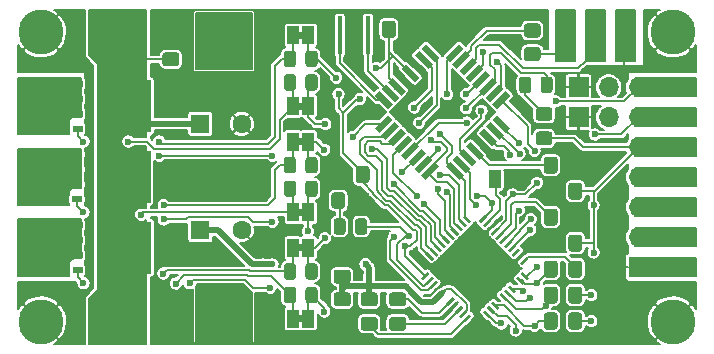
<source format=gbr>
%TF.GenerationSoftware,KiCad,Pcbnew,(5.1.10)-1*%
%TF.CreationDate,2021-11-06T00:50:13+01:00*%
%TF.ProjectId,xESC,78455343-2e6b-4696-9361-645f70636258,rev?*%
%TF.SameCoordinates,Original*%
%TF.FileFunction,Copper,L1,Top*%
%TF.FilePolarity,Positive*%
%FSLAX46Y46*%
G04 Gerber Fmt 4.6, Leading zero omitted, Abs format (unit mm)*
G04 Created by KiCad (PCBNEW (5.1.10)-1) date 2021-11-06 00:50:13*
%MOMM*%
%LPD*%
G01*
G04 APERTURE LIST*
%TA.AperFunction,EtchedComponent*%
%ADD10C,0.100000*%
%TD*%
%TA.AperFunction,SMDPad,CuDef*%
%ADD11R,1.000000X1.500000*%
%TD*%
%TA.AperFunction,ComponentPad*%
%ADD12C,3.800000*%
%TD*%
%TA.AperFunction,SMDPad,CuDef*%
%ADD13R,1.500000X1.500000*%
%TD*%
%TA.AperFunction,ComponentPad*%
%ADD14O,1.700000X1.700000*%
%TD*%
%TA.AperFunction,ComponentPad*%
%ADD15R,1.700000X1.700000*%
%TD*%
%TA.AperFunction,SMDPad,CuDef*%
%ADD16C,0.100000*%
%TD*%
%TA.AperFunction,SMDPad,CuDef*%
%ADD17R,4.550000X4.410000*%
%TD*%
%TA.AperFunction,SMDPad,CuDef*%
%ADD18R,0.850000X0.500000*%
%TD*%
%TA.AperFunction,ComponentPad*%
%ADD19R,1.600000X1.600000*%
%TD*%
%TA.AperFunction,ComponentPad*%
%ADD20C,1.600000*%
%TD*%
%TA.AperFunction,SMDPad,CuDef*%
%ADD21R,0.400000X3.200000*%
%TD*%
%TA.AperFunction,ViaPad*%
%ADD22C,0.600000*%
%TD*%
%TA.AperFunction,Conductor*%
%ADD23C,0.200000*%
%TD*%
%TA.AperFunction,Conductor*%
%ADD24C,0.500000*%
%TD*%
%TA.AperFunction,Conductor*%
%ADD25C,0.100000*%
%TD*%
G04 APERTURE END LIST*
D10*
%TO.C,JP7*%
G36*
X180250000Y-42300000D02*
G01*
X179750000Y-42300000D01*
X179750000Y-41700000D01*
X180250000Y-41700000D01*
X180250000Y-42300000D01*
G37*
%TO.C,JP6*%
G36*
X180250000Y-48300000D02*
G01*
X179750000Y-48300000D01*
X179750000Y-47700000D01*
X180250000Y-47700000D01*
X180250000Y-48300000D01*
G37*
%TO.C,JP5*%
G36*
X180250000Y-51300000D02*
G01*
X179750000Y-51300000D01*
X179750000Y-50700000D01*
X180250000Y-50700000D01*
X180250000Y-51300000D01*
G37*
%TO.C,JP4*%
G36*
X180250000Y-57300000D02*
G01*
X179750000Y-57300000D01*
X179750000Y-56700000D01*
X180250000Y-56700000D01*
X180250000Y-57300000D01*
G37*
%TO.C,JP3*%
G36*
X180250000Y-33300000D02*
G01*
X179750000Y-33300000D01*
X179750000Y-32700000D01*
X180250000Y-32700000D01*
X180250000Y-33300000D01*
G37*
%TO.C,JP2*%
G36*
X180250000Y-39300000D02*
G01*
X179750000Y-39300000D01*
X179750000Y-38700000D01*
X180250000Y-38700000D01*
X180250000Y-39300000D01*
G37*
%TD*%
%TO.P,R21,2*%
%TO.N,Net-(D4-Pad1)*%
%TA.AperFunction,SMDPad,CuDef*%
G36*
G01*
X199500000Y-36749999D02*
X199500000Y-37650001D01*
G75*
G02*
X199250001Y-37900000I-249999J0D01*
G01*
X198724999Y-37900000D01*
G75*
G02*
X198475000Y-37650001I0J249999D01*
G01*
X198475000Y-36749999D01*
G75*
G02*
X198724999Y-36500000I249999J0D01*
G01*
X199250001Y-36500000D01*
G75*
G02*
X199500000Y-36749999I0J-249999D01*
G01*
G37*
%TD.AperFunction*%
%TO.P,R21,1*%
%TO.N,/DRV_ENABLE*%
%TA.AperFunction,SMDPad,CuDef*%
G36*
G01*
X201325000Y-36749999D02*
X201325000Y-37650001D01*
G75*
G02*
X201075001Y-37900000I-249999J0D01*
G01*
X200549999Y-37900000D01*
G75*
G02*
X200300000Y-37650001I0J249999D01*
G01*
X200300000Y-36749999D01*
G75*
G02*
X200549999Y-36500000I249999J0D01*
G01*
X201075001Y-36500000D01*
G75*
G02*
X201325000Y-36749999I0J-249999D01*
G01*
G37*
%TD.AperFunction*%
%TD*%
D11*
%TO.P,JP1,1*%
%TO.N,GND*%
X197750000Y-45200000D03*
%TO.P,JP1,2*%
%TO.N,Net-(JP1-Pad2)*%
X196450000Y-45200000D03*
%TD*%
%TO.P,D4,2*%
%TO.N,VCC*%
%TA.AperFunction,SMDPad,CuDef*%
G36*
G01*
X200149999Y-41150000D02*
X201050001Y-41150000D01*
G75*
G02*
X201300000Y-41399999I0J-249999D01*
G01*
X201300000Y-42050001D01*
G75*
G02*
X201050001Y-42300000I-249999J0D01*
G01*
X200149999Y-42300000D01*
G75*
G02*
X199900000Y-42050001I0J249999D01*
G01*
X199900000Y-41399999D01*
G75*
G02*
X200149999Y-41150000I249999J0D01*
G01*
G37*
%TD.AperFunction*%
%TO.P,D4,1*%
%TO.N,Net-(D4-Pad1)*%
%TA.AperFunction,SMDPad,CuDef*%
G36*
G01*
X200149999Y-39100000D02*
X201050001Y-39100000D01*
G75*
G02*
X201300000Y-39349999I0J-249999D01*
G01*
X201300000Y-40000001D01*
G75*
G02*
X201050001Y-40250000I-249999J0D01*
G01*
X200149999Y-40250000D01*
G75*
G02*
X199900000Y-40000001I0J249999D01*
G01*
X199900000Y-39349999D01*
G75*
G02*
X200149999Y-39100000I249999J0D01*
G01*
G37*
%TD.AperFunction*%
%TD*%
D12*
%TO.P,H4,1*%
%TO.N,GND*%
X158000000Y-57250000D03*
%TD*%
%TO.P,H3,1*%
%TO.N,GND*%
X211500000Y-57250000D03*
%TD*%
%TO.P,H2,1*%
%TO.N,GND*%
X211500000Y-32750000D03*
%TD*%
%TO.P,H1,1*%
%TO.N,GND*%
X158000000Y-32750000D03*
%TD*%
D13*
%TO.P,TP7,1*%
%TO.N,GND*%
X207500000Y-32000000D03*
%TD*%
%TO.P,TP2,1*%
%TO.N,Net-(J4-Pad3)*%
X202400000Y-32000000D03*
%TD*%
%TO.P,TP1,1*%
%TO.N,/RXD*%
X204950000Y-32000000D03*
%TD*%
D14*
%TO.P,J4,3*%
%TO.N,Net-(J4-Pad3)*%
X202420000Y-34300000D03*
%TO.P,J4,2*%
%TO.N,/RXD*%
X204960000Y-34300000D03*
D15*
%TO.P,J4,1*%
%TO.N,GND*%
X207500000Y-34300000D03*
%TD*%
%TA.AperFunction,SMDPad,CuDef*%
D16*
%TO.P,U1,1*%
%TO.N,/U_ENABLE*%
G36*
X190214555Y-34143666D02*
G01*
X190603464Y-33754757D01*
X191734835Y-34886128D01*
X191345926Y-35275037D01*
X190214555Y-34143666D01*
G37*
%TD.AperFunction*%
%TA.AperFunction,SMDPad,CuDef*%
%TO.P,U1,2*%
%TO.N,/V_DIR*%
G36*
X189648870Y-34709352D02*
G01*
X190037779Y-34320443D01*
X191169150Y-35451814D01*
X190780241Y-35840723D01*
X189648870Y-34709352D01*
G37*
%TD.AperFunction*%
%TA.AperFunction,SMDPad,CuDef*%
%TO.P,U1,3*%
%TO.N,GND*%
G36*
X189083184Y-35275037D02*
G01*
X189472093Y-34886128D01*
X190603464Y-36017499D01*
X190214555Y-36406408D01*
X189083184Y-35275037D01*
G37*
%TD.AperFunction*%
%TA.AperFunction,SMDPad,CuDef*%
%TO.P,U1,4*%
%TO.N,VCC*%
G36*
X188517499Y-35840722D02*
G01*
X188906408Y-35451813D01*
X190037779Y-36583184D01*
X189648870Y-36972093D01*
X188517499Y-35840722D01*
G37*
%TD.AperFunction*%
%TA.AperFunction,SMDPad,CuDef*%
%TO.P,U1,5*%
%TO.N,GND*%
G36*
X187951813Y-36406408D02*
G01*
X188340722Y-36017499D01*
X189472093Y-37148870D01*
X189083184Y-37537779D01*
X187951813Y-36406408D01*
G37*
%TD.AperFunction*%
%TA.AperFunction,SMDPad,CuDef*%
%TO.P,U1,6*%
%TO.N,VCC*%
G36*
X187386128Y-36972093D02*
G01*
X187775037Y-36583184D01*
X188906408Y-37714555D01*
X188517499Y-38103464D01*
X187386128Y-36972093D01*
G37*
%TD.AperFunction*%
%TA.AperFunction,SMDPad,CuDef*%
%TO.P,U1,7*%
%TO.N,Net-(U1-Pad7)*%
G36*
X186820443Y-37537779D02*
G01*
X187209352Y-37148870D01*
X188340723Y-38280241D01*
X187951814Y-38669150D01*
X186820443Y-37537779D01*
G37*
%TD.AperFunction*%
%TA.AperFunction,SMDPad,CuDef*%
%TO.P,U1,8*%
%TO.N,Net-(U1-Pad8)*%
G36*
X186254757Y-38103464D02*
G01*
X186643666Y-37714555D01*
X187775037Y-38845926D01*
X187386128Y-39234835D01*
X186254757Y-38103464D01*
G37*
%TD.AperFunction*%
%TA.AperFunction,SMDPad,CuDef*%
%TO.P,U1,9*%
%TO.N,/V_ENABLE*%
G36*
X186643666Y-41285445D02*
G01*
X186254757Y-40896536D01*
X187386128Y-39765165D01*
X187775037Y-40154074D01*
X186643666Y-41285445D01*
G37*
%TD.AperFunction*%
%TA.AperFunction,SMDPad,CuDef*%
%TO.P,U1,10*%
%TO.N,/W_ENABLE*%
G36*
X187209352Y-41851130D02*
G01*
X186820443Y-41462221D01*
X187951814Y-40330850D01*
X188340723Y-40719759D01*
X187209352Y-41851130D01*
G37*
%TD.AperFunction*%
%TA.AperFunction,SMDPad,CuDef*%
%TO.P,U1,11*%
%TO.N,/W_DIR*%
G36*
X187775037Y-42416816D02*
G01*
X187386128Y-42027907D01*
X188517499Y-40896536D01*
X188906408Y-41285445D01*
X187775037Y-42416816D01*
G37*
%TD.AperFunction*%
%TA.AperFunction,SMDPad,CuDef*%
%TO.P,U1,12*%
%TO.N,/FAULT*%
G36*
X188340722Y-42982501D02*
G01*
X187951813Y-42593592D01*
X189083184Y-41462221D01*
X189472093Y-41851130D01*
X188340722Y-42982501D01*
G37*
%TD.AperFunction*%
%TA.AperFunction,SMDPad,CuDef*%
%TO.P,U1,13*%
%TO.N,/INPUT_PWM*%
G36*
X188906408Y-43548187D02*
G01*
X188517499Y-43159278D01*
X189648870Y-42027907D01*
X190037779Y-42416816D01*
X188906408Y-43548187D01*
G37*
%TD.AperFunction*%
%TA.AperFunction,SMDPad,CuDef*%
%TO.P,U1,14*%
%TO.N,/EXT_SPI_SS*%
G36*
X189472093Y-44113872D02*
G01*
X189083184Y-43724963D01*
X190214555Y-42593592D01*
X190603464Y-42982501D01*
X189472093Y-44113872D01*
G37*
%TD.AperFunction*%
%TA.AperFunction,SMDPad,CuDef*%
%TO.P,U1,15*%
%TO.N,/MOSI*%
G36*
X190037779Y-44679557D02*
G01*
X189648870Y-44290648D01*
X190780241Y-43159277D01*
X191169150Y-43548186D01*
X190037779Y-44679557D01*
G37*
%TD.AperFunction*%
%TA.AperFunction,SMDPad,CuDef*%
%TO.P,U1,16*%
%TO.N,/MISO*%
G36*
X190603464Y-45245243D02*
G01*
X190214555Y-44856334D01*
X191345926Y-43724963D01*
X191734835Y-44113872D01*
X190603464Y-45245243D01*
G37*
%TD.AperFunction*%
%TA.AperFunction,SMDPad,CuDef*%
%TO.P,U1,17*%
%TO.N,/SCK*%
G36*
X192265165Y-44113872D02*
G01*
X192654074Y-43724963D01*
X193785445Y-44856334D01*
X193396536Y-45245243D01*
X192265165Y-44113872D01*
G37*
%TD.AperFunction*%
%TA.AperFunction,SMDPad,CuDef*%
%TO.P,U1,18*%
%TO.N,VCC*%
G36*
X192830850Y-43548186D02*
G01*
X193219759Y-43159277D01*
X194351130Y-44290648D01*
X193962221Y-44679557D01*
X192830850Y-43548186D01*
G37*
%TD.AperFunction*%
%TA.AperFunction,SMDPad,CuDef*%
%TO.P,U1,19*%
%TO.N,/INPUT_ANALOG*%
G36*
X193396536Y-42982501D02*
G01*
X193785445Y-42593592D01*
X194916816Y-43724963D01*
X194527907Y-44113872D01*
X193396536Y-42982501D01*
G37*
%TD.AperFunction*%
%TA.AperFunction,SMDPad,CuDef*%
%TO.P,U1,20*%
%TO.N,Net-(C14-Pad1)*%
G36*
X193962221Y-42416816D02*
G01*
X194351130Y-42027907D01*
X195482501Y-43159278D01*
X195093592Y-43548187D01*
X193962221Y-42416816D01*
G37*
%TD.AperFunction*%
%TA.AperFunction,SMDPad,CuDef*%
%TO.P,U1,21*%
%TO.N,GND*%
G36*
X194527907Y-41851130D02*
G01*
X194916816Y-41462221D01*
X196048187Y-42593592D01*
X195659278Y-42982501D01*
X194527907Y-41851130D01*
G37*
%TD.AperFunction*%
%TA.AperFunction,SMDPad,CuDef*%
%TO.P,U1,22*%
%TO.N,Net-(R19-Pad2)*%
G36*
X195093592Y-41285445D02*
G01*
X195482501Y-40896536D01*
X196613872Y-42027907D01*
X196224963Y-42416816D01*
X195093592Y-41285445D01*
G37*
%TD.AperFunction*%
%TA.AperFunction,SMDPad,CuDef*%
%TO.P,U1,23*%
%TO.N,/HALL_U*%
G36*
X195659277Y-40719759D02*
G01*
X196048186Y-40330850D01*
X197179557Y-41462221D01*
X196790648Y-41851130D01*
X195659277Y-40719759D01*
G37*
%TD.AperFunction*%
%TA.AperFunction,SMDPad,CuDef*%
%TO.P,U1,24*%
%TO.N,/HALL_V*%
G36*
X196224963Y-40154074D02*
G01*
X196613872Y-39765165D01*
X197745243Y-40896536D01*
X197356334Y-41285445D01*
X196224963Y-40154074D01*
G37*
%TD.AperFunction*%
%TA.AperFunction,SMDPad,CuDef*%
%TO.P,U1,25*%
%TO.N,/HALL_W*%
G36*
X196613872Y-39234835D02*
G01*
X196224963Y-38845926D01*
X197356334Y-37714555D01*
X197745243Y-38103464D01*
X196613872Y-39234835D01*
G37*
%TD.AperFunction*%
%TA.AperFunction,SMDPad,CuDef*%
%TO.P,U1,26*%
%TO.N,/I_SENSE*%
G36*
X196048186Y-38669150D02*
G01*
X195659277Y-38280241D01*
X196790648Y-37148870D01*
X197179557Y-37537779D01*
X196048186Y-38669150D01*
G37*
%TD.AperFunction*%
%TA.AperFunction,SMDPad,CuDef*%
%TO.P,U1,27*%
%TO.N,/DRV_ENABLE*%
G36*
X195482501Y-38103464D02*
G01*
X195093592Y-37714555D01*
X196224963Y-36583184D01*
X196613872Y-36972093D01*
X195482501Y-38103464D01*
G37*
%TD.AperFunction*%
%TA.AperFunction,SMDPad,CuDef*%
%TO.P,U1,28*%
%TO.N,/DRV_SS*%
G36*
X194916816Y-37537779D02*
G01*
X194527907Y-37148870D01*
X195659278Y-36017499D01*
X196048187Y-36406408D01*
X194916816Y-37537779D01*
G37*
%TD.AperFunction*%
%TA.AperFunction,SMDPad,CuDef*%
%TO.P,U1,29*%
%TO.N,/RESET*%
G36*
X194351130Y-36972093D02*
G01*
X193962221Y-36583184D01*
X195093592Y-35451813D01*
X195482501Y-35840722D01*
X194351130Y-36972093D01*
G37*
%TD.AperFunction*%
%TA.AperFunction,SMDPad,CuDef*%
%TO.P,U1,30*%
%TO.N,/RXD*%
G36*
X193785445Y-36406408D02*
G01*
X193396536Y-36017499D01*
X194527907Y-34886128D01*
X194916816Y-35275037D01*
X193785445Y-36406408D01*
G37*
%TD.AperFunction*%
%TA.AperFunction,SMDPad,CuDef*%
%TO.P,U1,31*%
%TO.N,/TXD*%
G36*
X193219759Y-35840723D02*
G01*
X192830850Y-35451814D01*
X193962221Y-34320443D01*
X194351130Y-34709352D01*
X193219759Y-35840723D01*
G37*
%TD.AperFunction*%
%TA.AperFunction,SMDPad,CuDef*%
%TO.P,U1,32*%
%TO.N,/U_DIR*%
G36*
X192654074Y-35275037D02*
G01*
X192265165Y-34886128D01*
X193396536Y-33754757D01*
X193785445Y-34143666D01*
X192654074Y-35275037D01*
G37*
%TD.AperFunction*%
%TD*%
D17*
%TO.P,Q3,5*%
%TO.N,/V_M*%
X165050000Y-51000000D03*
D18*
%TO.P,Q3,4*%
%TO.N,Net-(JP4-Pad2)*%
X161100000Y-52905000D03*
%TO.P,Q3,3*%
%TO.N,/PHASE_W*%
X161100000Y-51635000D03*
%TO.P,Q3,2*%
X161100000Y-50365000D03*
%TO.P,Q3,1*%
X161100000Y-49095000D03*
%TD*%
%TO.P,Q5,1*%
%TO.N,/PHASE_V*%
X161050000Y-43095000D03*
%TO.P,Q5,2*%
X161050000Y-44365000D03*
%TO.P,Q5,3*%
X161050000Y-45635000D03*
%TO.P,Q5,4*%
%TO.N,Net-(JP6-Pad2)*%
X161050000Y-46905000D03*
D17*
%TO.P,Q5,5*%
%TO.N,/V_M*%
X165000000Y-45000000D03*
%TD*%
D14*
%TO.P,J3,3*%
%TO.N,/INPUT_ANALOG*%
X208600000Y-37390000D03*
%TO.P,J3,2*%
%TO.N,VCC*%
X206060000Y-37390000D03*
D15*
%TO.P,J3,1*%
%TO.N,GND*%
X203520000Y-37390000D03*
%TD*%
D14*
%TO.P,J2,3*%
%TO.N,/INPUT_PWM*%
X208600000Y-39930000D03*
%TO.P,J2,2*%
%TO.N,VCC*%
X206060000Y-39930000D03*
D15*
%TO.P,J2,1*%
%TO.N,GND*%
X203520000Y-39930000D03*
%TD*%
D14*
%TO.P,J1,5*%
%TO.N,VCC*%
X208600000Y-42470000D03*
%TO.P,J1,4*%
%TO.N,/HALL_W*%
X208600000Y-45010000D03*
%TO.P,J1,3*%
%TO.N,/HALL_V*%
X208600000Y-47550000D03*
%TO.P,J1,2*%
%TO.N,/HALL_U*%
X208600000Y-50090000D03*
D15*
%TO.P,J1,1*%
%TO.N,GND*%
X208600000Y-52630000D03*
%TD*%
%TO.P,R6,2*%
%TO.N,/Power/LS_V*%
%TA.AperFunction,SMDPad,CuDef*%
G36*
G01*
X180400000Y-44450002D02*
X180400000Y-43549998D01*
G75*
G02*
X180649998Y-43300000I249998J0D01*
G01*
X181175002Y-43300000D01*
G75*
G02*
X181425000Y-43549998I0J-249998D01*
G01*
X181425000Y-44450002D01*
G75*
G02*
X181175002Y-44700000I-249998J0D01*
G01*
X180649998Y-44700000D01*
G75*
G02*
X180400000Y-44450002I0J249998D01*
G01*
G37*
%TD.AperFunction*%
%TO.P,R6,1*%
%TO.N,Net-(JP7-Pad2)*%
%TA.AperFunction,SMDPad,CuDef*%
G36*
G01*
X178575000Y-44450002D02*
X178575000Y-43549998D01*
G75*
G02*
X178824998Y-43300000I249998J0D01*
G01*
X179350002Y-43300000D01*
G75*
G02*
X179600000Y-43549998I0J-249998D01*
G01*
X179600000Y-44450002D01*
G75*
G02*
X179350002Y-44700000I-249998J0D01*
G01*
X178824998Y-44700000D01*
G75*
G02*
X178575000Y-44450002I0J249998D01*
G01*
G37*
%TD.AperFunction*%
%TD*%
%TO.P,R5,2*%
%TO.N,/Power/HS_V*%
%TA.AperFunction,SMDPad,CuDef*%
G36*
G01*
X180400000Y-46450002D02*
X180400000Y-45549998D01*
G75*
G02*
X180649998Y-45300000I249998J0D01*
G01*
X181175002Y-45300000D01*
G75*
G02*
X181425000Y-45549998I0J-249998D01*
G01*
X181425000Y-46450002D01*
G75*
G02*
X181175002Y-46700000I-249998J0D01*
G01*
X180649998Y-46700000D01*
G75*
G02*
X180400000Y-46450002I0J249998D01*
G01*
G37*
%TD.AperFunction*%
%TO.P,R5,1*%
%TO.N,Net-(JP6-Pad2)*%
%TA.AperFunction,SMDPad,CuDef*%
G36*
G01*
X178575000Y-46450002D02*
X178575000Y-45549998D01*
G75*
G02*
X178824998Y-45300000I249998J0D01*
G01*
X179350002Y-45300000D01*
G75*
G02*
X179600000Y-45549998I0J-249998D01*
G01*
X179600000Y-46450002D01*
G75*
G02*
X179350002Y-46700000I-249998J0D01*
G01*
X178824998Y-46700000D01*
G75*
G02*
X178575000Y-46450002I0J249998D01*
G01*
G37*
%TD.AperFunction*%
%TD*%
%TO.P,R4,2*%
%TO.N,/Power/LS_W*%
%TA.AperFunction,SMDPad,CuDef*%
G36*
G01*
X180400000Y-53450002D02*
X180400000Y-52549998D01*
G75*
G02*
X180649998Y-52300000I249998J0D01*
G01*
X181175002Y-52300000D01*
G75*
G02*
X181425000Y-52549998I0J-249998D01*
G01*
X181425000Y-53450002D01*
G75*
G02*
X181175002Y-53700000I-249998J0D01*
G01*
X180649998Y-53700000D01*
G75*
G02*
X180400000Y-53450002I0J249998D01*
G01*
G37*
%TD.AperFunction*%
%TO.P,R4,1*%
%TO.N,Net-(JP5-Pad2)*%
%TA.AperFunction,SMDPad,CuDef*%
G36*
G01*
X178575000Y-53450002D02*
X178575000Y-52549998D01*
G75*
G02*
X178824998Y-52300000I249998J0D01*
G01*
X179350002Y-52300000D01*
G75*
G02*
X179600000Y-52549998I0J-249998D01*
G01*
X179600000Y-53450002D01*
G75*
G02*
X179350002Y-53700000I-249998J0D01*
G01*
X178824998Y-53700000D01*
G75*
G02*
X178575000Y-53450002I0J249998D01*
G01*
G37*
%TD.AperFunction*%
%TD*%
%TO.P,R3,2*%
%TO.N,/Power/HS_W*%
%TA.AperFunction,SMDPad,CuDef*%
G36*
G01*
X180400000Y-55450002D02*
X180400000Y-54549998D01*
G75*
G02*
X180649998Y-54300000I249998J0D01*
G01*
X181175002Y-54300000D01*
G75*
G02*
X181425000Y-54549998I0J-249998D01*
G01*
X181425000Y-55450002D01*
G75*
G02*
X181175002Y-55700000I-249998J0D01*
G01*
X180649998Y-55700000D01*
G75*
G02*
X180400000Y-55450002I0J249998D01*
G01*
G37*
%TD.AperFunction*%
%TO.P,R3,1*%
%TO.N,Net-(JP4-Pad2)*%
%TA.AperFunction,SMDPad,CuDef*%
G36*
G01*
X178575000Y-55450002D02*
X178575000Y-54549998D01*
G75*
G02*
X178824998Y-54300000I249998J0D01*
G01*
X179350002Y-54300000D01*
G75*
G02*
X179600000Y-54549998I0J-249998D01*
G01*
X179600000Y-55450002D01*
G75*
G02*
X179350002Y-55700000I-249998J0D01*
G01*
X178824998Y-55700000D01*
G75*
G02*
X178575000Y-55450002I0J249998D01*
G01*
G37*
%TD.AperFunction*%
%TD*%
%TO.P,R2,2*%
%TO.N,/Power/LS_U*%
%TA.AperFunction,SMDPad,CuDef*%
G36*
G01*
X180400000Y-35450002D02*
X180400000Y-34549998D01*
G75*
G02*
X180649998Y-34300000I249998J0D01*
G01*
X181175002Y-34300000D01*
G75*
G02*
X181425000Y-34549998I0J-249998D01*
G01*
X181425000Y-35450002D01*
G75*
G02*
X181175002Y-35700000I-249998J0D01*
G01*
X180649998Y-35700000D01*
G75*
G02*
X180400000Y-35450002I0J249998D01*
G01*
G37*
%TD.AperFunction*%
%TO.P,R2,1*%
%TO.N,Net-(JP3-Pad2)*%
%TA.AperFunction,SMDPad,CuDef*%
G36*
G01*
X178575000Y-35450002D02*
X178575000Y-34549998D01*
G75*
G02*
X178824998Y-34300000I249998J0D01*
G01*
X179350002Y-34300000D01*
G75*
G02*
X179600000Y-34549998I0J-249998D01*
G01*
X179600000Y-35450002D01*
G75*
G02*
X179350002Y-35700000I-249998J0D01*
G01*
X178824998Y-35700000D01*
G75*
G02*
X178575000Y-35450002I0J249998D01*
G01*
G37*
%TD.AperFunction*%
%TD*%
%TO.P,R1,2*%
%TO.N,/Power/HS_U*%
%TA.AperFunction,SMDPad,CuDef*%
G36*
G01*
X180400000Y-37450002D02*
X180400000Y-36549998D01*
G75*
G02*
X180649998Y-36300000I249998J0D01*
G01*
X181175002Y-36300000D01*
G75*
G02*
X181425000Y-36549998I0J-249998D01*
G01*
X181425000Y-37450002D01*
G75*
G02*
X181175002Y-37700000I-249998J0D01*
G01*
X180649998Y-37700000D01*
G75*
G02*
X180400000Y-37450002I0J249998D01*
G01*
G37*
%TD.AperFunction*%
%TO.P,R1,1*%
%TO.N,Net-(JP2-Pad2)*%
%TA.AperFunction,SMDPad,CuDef*%
G36*
G01*
X178575000Y-37450002D02*
X178575000Y-36549998D01*
G75*
G02*
X178824998Y-36300000I249998J0D01*
G01*
X179350002Y-36300000D01*
G75*
G02*
X179600000Y-36549998I0J-249998D01*
G01*
X179600000Y-37450002D01*
G75*
G02*
X179350002Y-37700000I-249998J0D01*
G01*
X178824998Y-37700000D01*
G75*
G02*
X178575000Y-37450002I0J249998D01*
G01*
G37*
%TD.AperFunction*%
%TD*%
D11*
%TO.P,JP7,2*%
%TO.N,Net-(JP7-Pad2)*%
X179350000Y-42000000D03*
%TO.P,JP7,1*%
%TO.N,/Power/LS_V*%
X180650000Y-42000000D03*
%TD*%
%TO.P,JP6,2*%
%TO.N,Net-(JP6-Pad2)*%
X179350000Y-48000000D03*
%TO.P,JP6,1*%
%TO.N,/Power/HS_V*%
X180650000Y-48000000D03*
%TD*%
%TO.P,JP5,2*%
%TO.N,Net-(JP5-Pad2)*%
X179350000Y-51000000D03*
%TO.P,JP5,1*%
%TO.N,/Power/LS_W*%
X180650000Y-51000000D03*
%TD*%
%TO.P,JP4,2*%
%TO.N,Net-(JP4-Pad2)*%
X179350000Y-57000000D03*
%TO.P,JP4,1*%
%TO.N,/Power/HS_W*%
X180650000Y-57000000D03*
%TD*%
%TO.P,JP3,2*%
%TO.N,Net-(JP3-Pad2)*%
X179350000Y-33000000D03*
%TO.P,JP3,1*%
%TO.N,/Power/LS_U*%
X180650000Y-33000000D03*
%TD*%
%TO.P,JP2,2*%
%TO.N,Net-(JP2-Pad2)*%
X179350000Y-39000000D03*
%TO.P,JP2,1*%
%TO.N,/Power/HS_U*%
X180650000Y-39000000D03*
%TD*%
%TO.P,C18,1*%
%TO.N,VCC*%
%TA.AperFunction,SMDPad,CuDef*%
G36*
G01*
X186875000Y-32975000D02*
X186875000Y-32025000D01*
G75*
G02*
X187125000Y-31775000I250000J0D01*
G01*
X187800000Y-31775000D01*
G75*
G02*
X188050000Y-32025000I0J-250000D01*
G01*
X188050000Y-32975000D01*
G75*
G02*
X187800000Y-33225000I-250000J0D01*
G01*
X187125000Y-33225000D01*
G75*
G02*
X186875000Y-32975000I0J250000D01*
G01*
G37*
%TD.AperFunction*%
%TO.P,C18,2*%
%TO.N,GND*%
%TA.AperFunction,SMDPad,CuDef*%
G36*
G01*
X188950000Y-32975000D02*
X188950000Y-32025000D01*
G75*
G02*
X189200000Y-31775000I250000J0D01*
G01*
X189875000Y-31775000D01*
G75*
G02*
X190125000Y-32025000I0J-250000D01*
G01*
X190125000Y-32975000D01*
G75*
G02*
X189875000Y-33225000I-250000J0D01*
G01*
X189200000Y-33225000D01*
G75*
G02*
X188950000Y-32975000I0J250000D01*
G01*
G37*
%TD.AperFunction*%
%TD*%
%TO.P,C7,1*%
%TO.N,/V_M*%
%TA.AperFunction,SMDPad,CuDef*%
G36*
G01*
X183025000Y-54775000D02*
X183975000Y-54775000D01*
G75*
G02*
X184225000Y-55025000I0J-250000D01*
G01*
X184225000Y-55700000D01*
G75*
G02*
X183975000Y-55950000I-250000J0D01*
G01*
X183025000Y-55950000D01*
G75*
G02*
X182775000Y-55700000I0J250000D01*
G01*
X182775000Y-55025000D01*
G75*
G02*
X183025000Y-54775000I250000J0D01*
G01*
G37*
%TD.AperFunction*%
%TO.P,C7,2*%
%TO.N,GND*%
%TA.AperFunction,SMDPad,CuDef*%
G36*
G01*
X183025000Y-56850000D02*
X183975000Y-56850000D01*
G75*
G02*
X184225000Y-57100000I0J-250000D01*
G01*
X184225000Y-57775000D01*
G75*
G02*
X183975000Y-58025000I-250000J0D01*
G01*
X183025000Y-58025000D01*
G75*
G02*
X182775000Y-57775000I0J250000D01*
G01*
X182775000Y-57100000D01*
G75*
G02*
X183025000Y-56850000I250000J0D01*
G01*
G37*
%TD.AperFunction*%
%TD*%
D19*
%TO.P,C10,1*%
%TO.N,/V_M*%
X171500000Y-49500000D03*
D20*
%TO.P,C10,2*%
%TO.N,GND*%
X175000000Y-49500000D03*
%TD*%
%TO.P,R9,1*%
%TO.N,/FAULT*%
%TA.AperFunction,SMDPad,CuDef*%
G36*
G01*
X185625000Y-48749998D02*
X185625000Y-49650002D01*
G75*
G02*
X185375002Y-49900000I-249998J0D01*
G01*
X184849998Y-49900000D01*
G75*
G02*
X184600000Y-49650002I0J249998D01*
G01*
X184600000Y-48749998D01*
G75*
G02*
X184849998Y-48500000I249998J0D01*
G01*
X185375002Y-48500000D01*
G75*
G02*
X185625000Y-48749998I0J-249998D01*
G01*
G37*
%TD.AperFunction*%
%TO.P,R9,2*%
%TO.N,Net-(D1-Pad2)*%
%TA.AperFunction,SMDPad,CuDef*%
G36*
G01*
X183800000Y-48749998D02*
X183800000Y-49650002D01*
G75*
G02*
X183550002Y-49900000I-249998J0D01*
G01*
X183024998Y-49900000D01*
G75*
G02*
X182775000Y-49650002I0J249998D01*
G01*
X182775000Y-48749998D01*
G75*
G02*
X183024998Y-48500000I249998J0D01*
G01*
X183550002Y-48500000D01*
G75*
G02*
X183800000Y-48749998I0J-249998D01*
G01*
G37*
%TD.AperFunction*%
%TD*%
%TO.P,C14,1*%
%TO.N,Net-(C14-Pad1)*%
%TA.AperFunction,SMDPad,CuDef*%
G36*
G01*
X200575000Y-44475000D02*
X200575000Y-43525000D01*
G75*
G02*
X200825000Y-43275000I250000J0D01*
G01*
X201500000Y-43275000D01*
G75*
G02*
X201750000Y-43525000I0J-250000D01*
G01*
X201750000Y-44475000D01*
G75*
G02*
X201500000Y-44725000I-250000J0D01*
G01*
X200825000Y-44725000D01*
G75*
G02*
X200575000Y-44475000I0J250000D01*
G01*
G37*
%TD.AperFunction*%
%TO.P,C14,2*%
%TO.N,GND*%
%TA.AperFunction,SMDPad,CuDef*%
G36*
G01*
X202650000Y-44475000D02*
X202650000Y-43525000D01*
G75*
G02*
X202900000Y-43275000I250000J0D01*
G01*
X203575000Y-43275000D01*
G75*
G02*
X203825000Y-43525000I0J-250000D01*
G01*
X203825000Y-44475000D01*
G75*
G02*
X203575000Y-44725000I-250000J0D01*
G01*
X202900000Y-44725000D01*
G75*
G02*
X202650000Y-44475000I0J250000D01*
G01*
G37*
%TD.AperFunction*%
%TD*%
%TO.P,C2,1*%
%TO.N,Net-(C2-Pad1)*%
%TA.AperFunction,SMDPad,CuDef*%
G36*
G01*
X203825000Y-52325000D02*
X203825000Y-53275000D01*
G75*
G02*
X203575000Y-53525000I-250000J0D01*
G01*
X202900000Y-53525000D01*
G75*
G02*
X202650000Y-53275000I0J250000D01*
G01*
X202650000Y-52325000D01*
G75*
G02*
X202900000Y-52075000I250000J0D01*
G01*
X203575000Y-52075000D01*
G75*
G02*
X203825000Y-52325000I0J-250000D01*
G01*
G37*
%TD.AperFunction*%
%TO.P,C2,2*%
%TO.N,/PHASE_U*%
%TA.AperFunction,SMDPad,CuDef*%
G36*
G01*
X201750000Y-52325000D02*
X201750000Y-53275000D01*
G75*
G02*
X201500000Y-53525000I-250000J0D01*
G01*
X200825000Y-53525000D01*
G75*
G02*
X200575000Y-53275000I0J250000D01*
G01*
X200575000Y-52325000D01*
G75*
G02*
X200825000Y-52075000I250000J0D01*
G01*
X201500000Y-52075000D01*
G75*
G02*
X201750000Y-52325000I0J-250000D01*
G01*
G37*
%TD.AperFunction*%
%TD*%
%TO.P,R16,1*%
%TO.N,Net-(J4-Pad3)*%
%TA.AperFunction,SMDPad,CuDef*%
G36*
G01*
X200050001Y-35200000D02*
X199149999Y-35200000D01*
G75*
G02*
X198900000Y-34950001I0J249999D01*
G01*
X198900000Y-34249999D01*
G75*
G02*
X199149999Y-34000000I249999J0D01*
G01*
X200050001Y-34000000D01*
G75*
G02*
X200300000Y-34249999I0J-249999D01*
G01*
X200300000Y-34950001D01*
G75*
G02*
X200050001Y-35200000I-249999J0D01*
G01*
G37*
%TD.AperFunction*%
%TO.P,R16,2*%
%TO.N,/TXD*%
%TA.AperFunction,SMDPad,CuDef*%
G36*
G01*
X200050001Y-33200000D02*
X199149999Y-33200000D01*
G75*
G02*
X198900000Y-32950001I0J249999D01*
G01*
X198900000Y-32249999D01*
G75*
G02*
X199149999Y-32000000I249999J0D01*
G01*
X200050001Y-32000000D01*
G75*
G02*
X200300000Y-32249999I0J-249999D01*
G01*
X200300000Y-32950001D01*
G75*
G02*
X200050001Y-33200000I-249999J0D01*
G01*
G37*
%TD.AperFunction*%
%TD*%
%TO.P,C1,1*%
%TO.N,VCC*%
%TA.AperFunction,SMDPad,CuDef*%
G36*
G01*
X185825000Y-44325000D02*
X185825000Y-45275000D01*
G75*
G02*
X185575000Y-45525000I-250000J0D01*
G01*
X184900000Y-45525000D01*
G75*
G02*
X184650000Y-45275000I0J250000D01*
G01*
X184650000Y-44325000D01*
G75*
G02*
X184900000Y-44075000I250000J0D01*
G01*
X185575000Y-44075000D01*
G75*
G02*
X185825000Y-44325000I0J-250000D01*
G01*
G37*
%TD.AperFunction*%
%TO.P,C1,2*%
%TO.N,GND*%
%TA.AperFunction,SMDPad,CuDef*%
G36*
G01*
X183750000Y-44325000D02*
X183750000Y-45275000D01*
G75*
G02*
X183500000Y-45525000I-250000J0D01*
G01*
X182825000Y-45525000D01*
G75*
G02*
X182575000Y-45275000I0J250000D01*
G01*
X182575000Y-44325000D01*
G75*
G02*
X182825000Y-44075000I250000J0D01*
G01*
X183500000Y-44075000D01*
G75*
G02*
X183750000Y-44325000I0J-250000D01*
G01*
G37*
%TD.AperFunction*%
%TD*%
%TO.P,C3,1*%
%TO.N,Net-(C3-Pad1)*%
%TA.AperFunction,SMDPad,CuDef*%
G36*
G01*
X203825000Y-54525000D02*
X203825000Y-55475000D01*
G75*
G02*
X203575000Y-55725000I-250000J0D01*
G01*
X202900000Y-55725000D01*
G75*
G02*
X202650000Y-55475000I0J250000D01*
G01*
X202650000Y-54525000D01*
G75*
G02*
X202900000Y-54275000I250000J0D01*
G01*
X203575000Y-54275000D01*
G75*
G02*
X203825000Y-54525000I0J-250000D01*
G01*
G37*
%TD.AperFunction*%
%TO.P,C3,2*%
%TO.N,/PHASE_V*%
%TA.AperFunction,SMDPad,CuDef*%
G36*
G01*
X201750000Y-54525000D02*
X201750000Y-55475000D01*
G75*
G02*
X201500000Y-55725000I-250000J0D01*
G01*
X200825000Y-55725000D01*
G75*
G02*
X200575000Y-55475000I0J250000D01*
G01*
X200575000Y-54525000D01*
G75*
G02*
X200825000Y-54275000I250000J0D01*
G01*
X201500000Y-54275000D01*
G75*
G02*
X201750000Y-54525000I0J-250000D01*
G01*
G37*
%TD.AperFunction*%
%TD*%
%TO.P,C6,1*%
%TO.N,Net-(C6-Pad1)*%
%TA.AperFunction,SMDPad,CuDef*%
G36*
G01*
X186275000Y-58025000D02*
X185325000Y-58025000D01*
G75*
G02*
X185075000Y-57775000I0J250000D01*
G01*
X185075000Y-57100000D01*
G75*
G02*
X185325000Y-56850000I250000J0D01*
G01*
X186275000Y-56850000D01*
G75*
G02*
X186525000Y-57100000I0J-250000D01*
G01*
X186525000Y-57775000D01*
G75*
G02*
X186275000Y-58025000I-250000J0D01*
G01*
G37*
%TD.AperFunction*%
%TO.P,C6,2*%
%TO.N,/V_M*%
%TA.AperFunction,SMDPad,CuDef*%
G36*
G01*
X186275000Y-55950000D02*
X185325000Y-55950000D01*
G75*
G02*
X185075000Y-55700000I0J250000D01*
G01*
X185075000Y-55025000D01*
G75*
G02*
X185325000Y-54775000I250000J0D01*
G01*
X186275000Y-54775000D01*
G75*
G02*
X186525000Y-55025000I0J-250000D01*
G01*
X186525000Y-55700000D01*
G75*
G02*
X186275000Y-55950000I-250000J0D01*
G01*
G37*
%TD.AperFunction*%
%TD*%
%TO.P,C5,1*%
%TO.N,Net-(C5-Pad1)*%
%TA.AperFunction,SMDPad,CuDef*%
G36*
G01*
X203825000Y-56725000D02*
X203825000Y-57675000D01*
G75*
G02*
X203575000Y-57925000I-250000J0D01*
G01*
X202900000Y-57925000D01*
G75*
G02*
X202650000Y-57675000I0J250000D01*
G01*
X202650000Y-56725000D01*
G75*
G02*
X202900000Y-56475000I250000J0D01*
G01*
X203575000Y-56475000D01*
G75*
G02*
X203825000Y-56725000I0J-250000D01*
G01*
G37*
%TD.AperFunction*%
%TO.P,C5,2*%
%TO.N,/PHASE_W*%
%TA.AperFunction,SMDPad,CuDef*%
G36*
G01*
X201750000Y-56725000D02*
X201750000Y-57675000D01*
G75*
G02*
X201500000Y-57925000I-250000J0D01*
G01*
X200825000Y-57925000D01*
G75*
G02*
X200575000Y-57675000I0J250000D01*
G01*
X200575000Y-56725000D01*
G75*
G02*
X200825000Y-56475000I250000J0D01*
G01*
X201500000Y-56475000D01*
G75*
G02*
X201750000Y-56725000I0J-250000D01*
G01*
G37*
%TD.AperFunction*%
%TD*%
D21*
%TO.P,Y1,1*%
%TO.N,Net-(U1-Pad8)*%
X183300000Y-33000000D03*
%TO.P,Y1,2*%
%TO.N,GND*%
X184500000Y-33000000D03*
%TO.P,Y1,3*%
%TO.N,Net-(U1-Pad7)*%
X185700000Y-33000000D03*
%TD*%
D19*
%TO.P,C20,1*%
%TO.N,/V_M*%
X171500000Y-40500000D03*
D20*
%TO.P,C20,2*%
%TO.N,GND*%
X175000000Y-40500000D03*
%TD*%
%TO.P,C19,1*%
%TO.N,VCC*%
%TA.AperFunction,SMDPad,CuDef*%
G36*
G01*
X203825000Y-45725000D02*
X203825000Y-46675000D01*
G75*
G02*
X203575000Y-46925000I-250000J0D01*
G01*
X202900000Y-46925000D01*
G75*
G02*
X202650000Y-46675000I0J250000D01*
G01*
X202650000Y-45725000D01*
G75*
G02*
X202900000Y-45475000I250000J0D01*
G01*
X203575000Y-45475000D01*
G75*
G02*
X203825000Y-45725000I0J-250000D01*
G01*
G37*
%TD.AperFunction*%
%TO.P,C19,2*%
%TO.N,GND*%
%TA.AperFunction,SMDPad,CuDef*%
G36*
G01*
X201750000Y-45725000D02*
X201750000Y-46675000D01*
G75*
G02*
X201500000Y-46925000I-250000J0D01*
G01*
X200825000Y-46925000D01*
G75*
G02*
X200575000Y-46675000I0J250000D01*
G01*
X200575000Y-45725000D01*
G75*
G02*
X200825000Y-45475000I250000J0D01*
G01*
X201500000Y-45475000D01*
G75*
G02*
X201750000Y-45725000I0J-250000D01*
G01*
G37*
%TD.AperFunction*%
%TD*%
%TO.P,C11,1*%
%TO.N,/V_M*%
%TA.AperFunction,SMDPad,CuDef*%
G36*
G01*
X169475000Y-35625000D02*
X168525000Y-35625000D01*
G75*
G02*
X168275000Y-35375000I0J250000D01*
G01*
X168275000Y-34700000D01*
G75*
G02*
X168525000Y-34450000I250000J0D01*
G01*
X169475000Y-34450000D01*
G75*
G02*
X169725000Y-34700000I0J-250000D01*
G01*
X169725000Y-35375000D01*
G75*
G02*
X169475000Y-35625000I-250000J0D01*
G01*
G37*
%TD.AperFunction*%
%TO.P,C11,2*%
%TO.N,GND*%
%TA.AperFunction,SMDPad,CuDef*%
G36*
G01*
X169475000Y-33550000D02*
X168525000Y-33550000D01*
G75*
G02*
X168275000Y-33300000I0J250000D01*
G01*
X168275000Y-32625000D01*
G75*
G02*
X168525000Y-32375000I250000J0D01*
G01*
X169475000Y-32375000D01*
G75*
G02*
X169725000Y-32625000I0J-250000D01*
G01*
X169725000Y-33300000D01*
G75*
G02*
X169475000Y-33550000I-250000J0D01*
G01*
G37*
%TD.AperFunction*%
%TD*%
%TO.P,C13,1*%
%TO.N,VCC*%
%TA.AperFunction,SMDPad,CuDef*%
G36*
G01*
X203825000Y-50125000D02*
X203825000Y-51075000D01*
G75*
G02*
X203575000Y-51325000I-250000J0D01*
G01*
X202900000Y-51325000D01*
G75*
G02*
X202650000Y-51075000I0J250000D01*
G01*
X202650000Y-50125000D01*
G75*
G02*
X202900000Y-49875000I250000J0D01*
G01*
X203575000Y-49875000D01*
G75*
G02*
X203825000Y-50125000I0J-250000D01*
G01*
G37*
%TD.AperFunction*%
%TO.P,C13,2*%
%TO.N,GND*%
%TA.AperFunction,SMDPad,CuDef*%
G36*
G01*
X201750000Y-50125000D02*
X201750000Y-51075000D01*
G75*
G02*
X201500000Y-51325000I-250000J0D01*
G01*
X200825000Y-51325000D01*
G75*
G02*
X200575000Y-51075000I0J250000D01*
G01*
X200575000Y-50125000D01*
G75*
G02*
X200825000Y-49875000I250000J0D01*
G01*
X201500000Y-49875000D01*
G75*
G02*
X201750000Y-50125000I0J-250000D01*
G01*
G37*
%TD.AperFunction*%
%TD*%
%TO.P,C12,1*%
%TO.N,Net-(C12-Pad1)*%
%TA.AperFunction,SMDPad,CuDef*%
G36*
G01*
X200575000Y-48875000D02*
X200575000Y-47925000D01*
G75*
G02*
X200825000Y-47675000I250000J0D01*
G01*
X201500000Y-47675000D01*
G75*
G02*
X201750000Y-47925000I0J-250000D01*
G01*
X201750000Y-48875000D01*
G75*
G02*
X201500000Y-49125000I-250000J0D01*
G01*
X200825000Y-49125000D01*
G75*
G02*
X200575000Y-48875000I0J250000D01*
G01*
G37*
%TD.AperFunction*%
%TO.P,C12,2*%
%TO.N,GND*%
%TA.AperFunction,SMDPad,CuDef*%
G36*
G01*
X202650000Y-48875000D02*
X202650000Y-47925000D01*
G75*
G02*
X202900000Y-47675000I250000J0D01*
G01*
X203575000Y-47675000D01*
G75*
G02*
X203825000Y-47925000I0J-250000D01*
G01*
X203825000Y-48875000D01*
G75*
G02*
X203575000Y-49125000I-250000J0D01*
G01*
X202900000Y-49125000D01*
G75*
G02*
X202650000Y-48875000I0J250000D01*
G01*
G37*
%TD.AperFunction*%
%TD*%
%TO.P,C9,1*%
%TO.N,Net-(C9-Pad1)*%
%TA.AperFunction,SMDPad,CuDef*%
G36*
G01*
X188675000Y-58025000D02*
X187725000Y-58025000D01*
G75*
G02*
X187475000Y-57775000I0J250000D01*
G01*
X187475000Y-57100000D01*
G75*
G02*
X187725000Y-56850000I250000J0D01*
G01*
X188675000Y-56850000D01*
G75*
G02*
X188925000Y-57100000I0J-250000D01*
G01*
X188925000Y-57775000D01*
G75*
G02*
X188675000Y-58025000I-250000J0D01*
G01*
G37*
%TD.AperFunction*%
%TO.P,C9,2*%
%TO.N,Net-(C9-Pad2)*%
%TA.AperFunction,SMDPad,CuDef*%
G36*
G01*
X188675000Y-55950000D02*
X187725000Y-55950000D01*
G75*
G02*
X187475000Y-55700000I0J250000D01*
G01*
X187475000Y-55025000D01*
G75*
G02*
X187725000Y-54775000I250000J0D01*
G01*
X188675000Y-54775000D01*
G75*
G02*
X188925000Y-55025000I0J-250000D01*
G01*
X188925000Y-55700000D01*
G75*
G02*
X188675000Y-55950000I-250000J0D01*
G01*
G37*
%TD.AperFunction*%
%TD*%
%TO.P,C4,1*%
%TO.N,/V_M*%
%TA.AperFunction,SMDPad,CuDef*%
G36*
G01*
X183975000Y-54025000D02*
X183025000Y-54025000D01*
G75*
G02*
X182775000Y-53775000I0J250000D01*
G01*
X182775000Y-53100000D01*
G75*
G02*
X183025000Y-52850000I250000J0D01*
G01*
X183975000Y-52850000D01*
G75*
G02*
X184225000Y-53100000I0J-250000D01*
G01*
X184225000Y-53775000D01*
G75*
G02*
X183975000Y-54025000I-250000J0D01*
G01*
G37*
%TD.AperFunction*%
%TO.P,C4,2*%
%TO.N,GND*%
%TA.AperFunction,SMDPad,CuDef*%
G36*
G01*
X183975000Y-51950000D02*
X183025000Y-51950000D01*
G75*
G02*
X182775000Y-51700000I0J250000D01*
G01*
X182775000Y-51025000D01*
G75*
G02*
X183025000Y-50775000I250000J0D01*
G01*
X183975000Y-50775000D01*
G75*
G02*
X184225000Y-51025000I0J-250000D01*
G01*
X184225000Y-51700000D01*
G75*
G02*
X183975000Y-51950000I-250000J0D01*
G01*
G37*
%TD.AperFunction*%
%TD*%
D18*
%TO.P,Q1,1*%
%TO.N,/PHASE_U*%
X161100000Y-37095000D03*
%TO.P,Q1,2*%
X161100000Y-38365000D03*
%TO.P,Q1,3*%
X161100000Y-39635000D03*
%TO.P,Q1,4*%
%TO.N,Net-(JP2-Pad2)*%
X161100000Y-40905000D03*
D17*
%TO.P,Q1,5*%
%TO.N,/V_M*%
X165050000Y-39000000D03*
%TD*%
%TO.P,D1,1*%
%TO.N,GND*%
%TA.AperFunction,SMDPad,CuDef*%
G36*
G01*
X185800000Y-46549999D02*
X185800000Y-47450001D01*
G75*
G02*
X185550001Y-47700000I-249999J0D01*
G01*
X184899999Y-47700000D01*
G75*
G02*
X184650000Y-47450001I0J249999D01*
G01*
X184650000Y-46549999D01*
G75*
G02*
X184899999Y-46300000I249999J0D01*
G01*
X185550001Y-46300000D01*
G75*
G02*
X185800000Y-46549999I0J-249999D01*
G01*
G37*
%TD.AperFunction*%
%TO.P,D1,2*%
%TO.N,Net-(D1-Pad2)*%
%TA.AperFunction,SMDPad,CuDef*%
G36*
G01*
X183750000Y-46549999D02*
X183750000Y-47450001D01*
G75*
G02*
X183500001Y-47700000I-249999J0D01*
G01*
X182849999Y-47700000D01*
G75*
G02*
X182600000Y-47450001I0J249999D01*
G01*
X182600000Y-46549999D01*
G75*
G02*
X182849999Y-46300000I249999J0D01*
G01*
X183500001Y-46300000D01*
G75*
G02*
X183750000Y-46549999I0J-249999D01*
G01*
G37*
%TD.AperFunction*%
%TD*%
%TA.AperFunction,SMDPad,CuDef*%
D16*
%TO.P,U2,1*%
%TO.N,Net-(C2-Pad1)*%
G36*
X198581529Y-52274400D02*
G01*
X199120344Y-51735585D01*
X199299949Y-51915190D01*
X198761134Y-52454005D01*
X198581529Y-52274400D01*
G37*
%TD.AperFunction*%
%TA.AperFunction,SMDPad,CuDef*%
%TO.P,U2,2*%
%TO.N,N/C*%
G36*
X197874422Y-51567293D02*
G01*
X198413237Y-51028478D01*
X198592842Y-51208083D01*
X198054027Y-51746898D01*
X197874422Y-51567293D01*
G37*
%TD.AperFunction*%
%TA.AperFunction,SMDPad,CuDef*%
%TO.P,U2,3*%
%TO.N,/Power/LS_W*%
G36*
X197520870Y-51213740D02*
G01*
X198059685Y-50674925D01*
X198239290Y-50854530D01*
X197700475Y-51393345D01*
X197520870Y-51213740D01*
G37*
%TD.AperFunction*%
%TA.AperFunction,SMDPad,CuDef*%
%TO.P,U2,4*%
%TO.N,/Power/LS_V*%
G36*
X197167315Y-50860186D02*
G01*
X197706130Y-50321371D01*
X197885735Y-50500976D01*
X197346920Y-51039791D01*
X197167315Y-50860186D01*
G37*
%TD.AperFunction*%
%TA.AperFunction,SMDPad,CuDef*%
%TO.P,U2,5*%
%TO.N,/Power/LS_U*%
G36*
X196813762Y-50506633D02*
G01*
X197352577Y-49967818D01*
X197532182Y-50147423D01*
X196993367Y-50686238D01*
X196813762Y-50506633D01*
G37*
%TD.AperFunction*%
%TA.AperFunction,SMDPad,CuDef*%
%TO.P,U2,6*%
%TO.N,Net-(C12-Pad1)*%
G36*
X196460209Y-50153080D02*
G01*
X196999024Y-49614265D01*
X197178629Y-49793870D01*
X196639814Y-50332685D01*
X196460209Y-50153080D01*
G37*
%TD.AperFunction*%
%TA.AperFunction,SMDPad,CuDef*%
%TO.P,U2,7*%
%TO.N,VCC*%
G36*
X196106655Y-49799525D02*
G01*
X196645470Y-49260710D01*
X196825075Y-49440315D01*
X196286260Y-49979130D01*
X196106655Y-49799525D01*
G37*
%TD.AperFunction*%
%TA.AperFunction,SMDPad,CuDef*%
%TO.P,U2,8*%
%TO.N,GND*%
G36*
X195753102Y-49445973D02*
G01*
X196291917Y-48907158D01*
X196471522Y-49086763D01*
X195932707Y-49625578D01*
X195753102Y-49445973D01*
G37*
%TD.AperFunction*%
%TA.AperFunction,SMDPad,CuDef*%
%TO.P,U2,9*%
%TO.N,Net-(JP1-Pad2)*%
G36*
X195399548Y-49092419D02*
G01*
X195938363Y-48553604D01*
X196117968Y-48733209D01*
X195579153Y-49272024D01*
X195399548Y-49092419D01*
G37*
%TD.AperFunction*%
%TA.AperFunction,SMDPad,CuDef*%
%TO.P,U2,10*%
%TO.N,/DRV_SS*%
G36*
X195045995Y-48738866D02*
G01*
X195584810Y-48200051D01*
X195764415Y-48379656D01*
X195225600Y-48918471D01*
X195045995Y-48738866D01*
G37*
%TD.AperFunction*%
%TA.AperFunction,SMDPad,CuDef*%
%TO.P,U2,11*%
%TO.N,/SCK*%
G36*
X193915190Y-48200051D02*
G01*
X194454005Y-48738866D01*
X194274400Y-48918471D01*
X193735585Y-48379656D01*
X193915190Y-48200051D01*
G37*
%TD.AperFunction*%
%TA.AperFunction,SMDPad,CuDef*%
%TO.P,U2,12*%
%TO.N,/MOSI*%
G36*
X193561637Y-48553604D02*
G01*
X194100452Y-49092419D01*
X193920847Y-49272024D01*
X193382032Y-48733209D01*
X193561637Y-48553604D01*
G37*
%TD.AperFunction*%
%TA.AperFunction,SMDPad,CuDef*%
%TO.P,U2,13*%
%TO.N,/MISO*%
G36*
X193208083Y-48907158D02*
G01*
X193746898Y-49445973D01*
X193567293Y-49625578D01*
X193028478Y-49086763D01*
X193208083Y-48907158D01*
G37*
%TD.AperFunction*%
%TA.AperFunction,SMDPad,CuDef*%
%TO.P,U2,14*%
%TO.N,/U_DIR*%
G36*
X192854530Y-49260710D02*
G01*
X193393345Y-49799525D01*
X193213740Y-49979130D01*
X192674925Y-49440315D01*
X192854530Y-49260710D01*
G37*
%TD.AperFunction*%
%TA.AperFunction,SMDPad,CuDef*%
%TO.P,U2,15*%
%TO.N,/U_ENABLE*%
G36*
X192500976Y-49614265D02*
G01*
X193039791Y-50153080D01*
X192860186Y-50332685D01*
X192321371Y-49793870D01*
X192500976Y-49614265D01*
G37*
%TD.AperFunction*%
%TA.AperFunction,SMDPad,CuDef*%
%TO.P,U2,16*%
%TO.N,VCC*%
G36*
X192147423Y-49967818D02*
G01*
X192686238Y-50506633D01*
X192506633Y-50686238D01*
X191967818Y-50147423D01*
X192147423Y-49967818D01*
G37*
%TD.AperFunction*%
%TA.AperFunction,SMDPad,CuDef*%
%TO.P,U2,17*%
%TO.N,/V_DIR*%
G36*
X191793870Y-50321371D02*
G01*
X192332685Y-50860186D01*
X192153080Y-51039791D01*
X191614265Y-50500976D01*
X191793870Y-50321371D01*
G37*
%TD.AperFunction*%
%TA.AperFunction,SMDPad,CuDef*%
%TO.P,U2,18*%
%TO.N,/V_ENABLE*%
G36*
X191440315Y-50674925D02*
G01*
X191979130Y-51213740D01*
X191799525Y-51393345D01*
X191260710Y-50854530D01*
X191440315Y-50674925D01*
G37*
%TD.AperFunction*%
%TA.AperFunction,SMDPad,CuDef*%
%TO.P,U2,19*%
%TO.N,/W_DIR*%
G36*
X191086763Y-51028478D02*
G01*
X191625578Y-51567293D01*
X191445973Y-51746898D01*
X190907158Y-51208083D01*
X191086763Y-51028478D01*
G37*
%TD.AperFunction*%
%TA.AperFunction,SMDPad,CuDef*%
%TO.P,U2,20*%
%TO.N,/W_ENABLE*%
G36*
X190733209Y-51382032D02*
G01*
X191272024Y-51920847D01*
X191092419Y-52100452D01*
X190553604Y-51561637D01*
X190733209Y-51382032D01*
G37*
%TD.AperFunction*%
%TA.AperFunction,SMDPad,CuDef*%
%TO.P,U2,21*%
%TO.N,GND*%
G36*
X190379656Y-51735585D02*
G01*
X190918471Y-52274400D01*
X190738866Y-52454005D01*
X190200051Y-51915190D01*
X190379656Y-51735585D01*
G37*
%TD.AperFunction*%
%TA.AperFunction,SMDPad,CuDef*%
%TO.P,U2,22*%
%TO.N,VCC*%
G36*
X190200051Y-53584810D02*
G01*
X190738866Y-53045995D01*
X190918471Y-53225600D01*
X190379656Y-53764415D01*
X190200051Y-53584810D01*
G37*
%TD.AperFunction*%
%TA.AperFunction,SMDPad,CuDef*%
%TO.P,U2,23*%
%TO.N,/FAULT*%
G36*
X190553604Y-53938363D02*
G01*
X191092419Y-53399548D01*
X191272024Y-53579153D01*
X190733209Y-54117968D01*
X190553604Y-53938363D01*
G37*
%TD.AperFunction*%
%TA.AperFunction,SMDPad,CuDef*%
%TO.P,U2,24*%
%TO.N,/DRV_ENABLE*%
G36*
X190907158Y-54291917D02*
G01*
X191445973Y-53753102D01*
X191625578Y-53932707D01*
X191086763Y-54471522D01*
X190907158Y-54291917D01*
G37*
%TD.AperFunction*%
%TA.AperFunction,SMDPad,CuDef*%
%TO.P,U2,25*%
%TO.N,/V_M*%
G36*
X191614265Y-54999024D02*
G01*
X192153080Y-54460209D01*
X192332685Y-54639814D01*
X191793870Y-55178629D01*
X191614265Y-54999024D01*
G37*
%TD.AperFunction*%
%TA.AperFunction,SMDPad,CuDef*%
%TO.P,U2,26*%
%TO.N,Net-(C9-Pad2)*%
G36*
X192321371Y-55706130D02*
G01*
X192860186Y-55167315D01*
X193039791Y-55346920D01*
X192500976Y-55885735D01*
X192321371Y-55706130D01*
G37*
%TD.AperFunction*%
%TA.AperFunction,SMDPad,CuDef*%
%TO.P,U2,27*%
%TO.N,Net-(C9-Pad1)*%
G36*
X193028478Y-56413237D02*
G01*
X193567293Y-55874422D01*
X193746898Y-56054027D01*
X193208083Y-56592842D01*
X193028478Y-56413237D01*
G37*
%TD.AperFunction*%
%TA.AperFunction,SMDPad,CuDef*%
%TO.P,U2,28*%
%TO.N,/V_M*%
G36*
X193382032Y-56766791D02*
G01*
X193920847Y-56227976D01*
X194100452Y-56407581D01*
X193561637Y-56946396D01*
X193382032Y-56766791D01*
G37*
%TD.AperFunction*%
%TA.AperFunction,SMDPad,CuDef*%
%TO.P,U2,29*%
%TO.N,Net-(C6-Pad1)*%
G36*
X193735585Y-57120344D02*
G01*
X194274400Y-56581529D01*
X194454005Y-56761134D01*
X193915190Y-57299949D01*
X193735585Y-57120344D01*
G37*
%TD.AperFunction*%
%TA.AperFunction,SMDPad,CuDef*%
%TO.P,U2,30*%
%TO.N,Net-(C5-Pad1)*%
G36*
X195579153Y-56227976D02*
G01*
X196117968Y-56766791D01*
X195938363Y-56946396D01*
X195399548Y-56407581D01*
X195579153Y-56227976D01*
G37*
%TD.AperFunction*%
%TA.AperFunction,SMDPad,CuDef*%
%TO.P,U2,31*%
%TO.N,/Power/HS_W*%
G36*
X195932707Y-55874422D02*
G01*
X196471522Y-56413237D01*
X196291917Y-56592842D01*
X195753102Y-56054027D01*
X195932707Y-55874422D01*
G37*
%TD.AperFunction*%
%TA.AperFunction,SMDPad,CuDef*%
%TO.P,U2,32*%
%TO.N,/PHASE_W*%
G36*
X196286260Y-55520870D02*
G01*
X196825075Y-56059685D01*
X196645470Y-56239290D01*
X196106655Y-55700475D01*
X196286260Y-55520870D01*
G37*
%TD.AperFunction*%
%TA.AperFunction,SMDPad,CuDef*%
%TO.P,U2,33*%
%TO.N,/PHASE_V*%
G36*
X196993367Y-54813762D02*
G01*
X197532182Y-55352577D01*
X197352577Y-55532182D01*
X196813762Y-54993367D01*
X196993367Y-54813762D01*
G37*
%TD.AperFunction*%
%TA.AperFunction,SMDPad,CuDef*%
%TO.P,U2,34*%
%TO.N,/Power/HS_V*%
G36*
X197346920Y-54460209D02*
G01*
X197885735Y-54999024D01*
X197706130Y-55178629D01*
X197167315Y-54639814D01*
X197346920Y-54460209D01*
G37*
%TD.AperFunction*%
%TA.AperFunction,SMDPad,CuDef*%
%TO.P,U2,35*%
%TO.N,Net-(C3-Pad1)*%
G36*
X197700475Y-54106655D02*
G01*
X198239290Y-54645470D01*
X198059685Y-54825075D01*
X197520870Y-54286260D01*
X197700475Y-54106655D01*
G37*
%TD.AperFunction*%
%TA.AperFunction,SMDPad,CuDef*%
%TO.P,U2,36*%
%TO.N,/PHASE_U*%
G36*
X198407581Y-53399548D02*
G01*
X198946396Y-53938363D01*
X198766791Y-54117968D01*
X198227976Y-53579153D01*
X198407581Y-53399548D01*
G37*
%TD.AperFunction*%
%TA.AperFunction,SMDPad,CuDef*%
%TO.P,U2,37*%
%TO.N,/Power/HS_U*%
G36*
X198761134Y-53045995D02*
G01*
X199299949Y-53584810D01*
X199120344Y-53764415D01*
X198581529Y-53225600D01*
X198761134Y-53045995D01*
G37*
%TD.AperFunction*%
%TA.AperFunction,SMDPad,CuDef*%
%TO.P,U2,38*%
%TO.N,GND*%
G36*
X194750000Y-49858358D02*
G01*
X197641642Y-52750000D01*
X194750000Y-55641642D01*
X191858358Y-52750000D01*
X194750000Y-49858358D01*
G37*
%TD.AperFunction*%
%TD*%
D22*
%TO.N,GND*%
X173500000Y-56500000D03*
X172500000Y-57500000D03*
X175500000Y-56500000D03*
X172500000Y-56500000D03*
X175500000Y-57500000D03*
X171500000Y-56500000D03*
X171500000Y-57500000D03*
X174500000Y-57500000D03*
X174500000Y-56500000D03*
X173500000Y-57500000D03*
X172500000Y-58500000D03*
X173500000Y-58500000D03*
X171500000Y-58500000D03*
X174500000Y-58500000D03*
X175500000Y-58500000D03*
X173500000Y-31500000D03*
X172500000Y-32500000D03*
X175500000Y-31500000D03*
X172500000Y-31500000D03*
X175500000Y-32500000D03*
X171500000Y-31500000D03*
X171500000Y-32500000D03*
X174500000Y-32500000D03*
X174500000Y-31500000D03*
X173500000Y-32500000D03*
X172500000Y-33500000D03*
X173500000Y-33500000D03*
X171500000Y-33500000D03*
X174500000Y-33500000D03*
X175500000Y-33500000D03*
X171500000Y-34500000D03*
X172500000Y-34500000D03*
X173500000Y-34500000D03*
X174500000Y-34500000D03*
X175500000Y-34500000D03*
X171500000Y-55500000D03*
X172500000Y-55500000D03*
X173500000Y-55500000D03*
X174500000Y-55500000D03*
X175500000Y-55500000D03*
X199600000Y-50600000D03*
X173200000Y-45200000D03*
X172800000Y-51600000D03*
X171500000Y-38000000D03*
X172500000Y-38000000D03*
X173500000Y-38000000D03*
X174500000Y-38000000D03*
X172000000Y-39000000D03*
X173000000Y-39000000D03*
X174000000Y-39000000D03*
X175000000Y-39000000D03*
X182000000Y-58200000D03*
X207200000Y-58000000D03*
X193000000Y-39000000D03*
X185000000Y-36200010D03*
X189799990Y-37892293D03*
X186800000Y-48200000D03*
X196908028Y-43000010D03*
X182200000Y-33200000D03*
X185800000Y-39600000D03*
%TO.N,VCC*%
X204800000Y-51400000D03*
X204800000Y-47400000D03*
X188823767Y-50875704D03*
X194800000Y-47400000D03*
X190425488Y-47274032D03*
X188146273Y-37343329D03*
X186400000Y-35800000D03*
X197947921Y-46475621D03*
X200002315Y-45497848D03*
X183200000Y-38000000D03*
X185000000Y-38400000D03*
%TO.N,Net-(JP2-Pad2)*%
X161600000Y-42000000D03*
X165400000Y-42000000D03*
%TO.N,/Power/HS_U*%
X200000000Y-52600000D03*
X182081017Y-40529560D03*
%TO.N,Net-(JP3-Pad2)*%
X168000000Y-42000000D03*
%TO.N,/Power/LS_U*%
X183000000Y-36600000D03*
X198472804Y-47843370D03*
%TO.N,Net-(JP4-Pad2)*%
X161600000Y-54000000D03*
X169424272Y-54024272D03*
%TO.N,/Power/HS_V*%
X180600000Y-49600000D03*
X199410273Y-55227085D03*
%TO.N,Net-(JP5-Pad2)*%
X168375740Y-53175717D03*
%TO.N,/Power/LS_V*%
X181999990Y-42710062D03*
X199484849Y-48563695D03*
%TO.N,Net-(JP6-Pad2)*%
X161600000Y-48000000D03*
X166475786Y-48200010D03*
%TO.N,/Power/HS_W*%
X182000000Y-56400000D03*
X198200000Y-58000000D03*
%TO.N,Net-(JP7-Pad2)*%
X168400000Y-47400000D03*
%TO.N,/Power/LS_W*%
X182040226Y-50191683D03*
X199429588Y-49467500D03*
%TO.N,/PHASE_U*%
X159000000Y-41000000D03*
X159000000Y-37000000D03*
X159000000Y-40000000D03*
X159000000Y-39000000D03*
X159000000Y-38000000D03*
X158000000Y-41000000D03*
X158000000Y-37000000D03*
X158000000Y-40000000D03*
X158000000Y-39000000D03*
X158000000Y-38000000D03*
X157000000Y-41000000D03*
X157000000Y-37000000D03*
X157000000Y-40000000D03*
X157000000Y-39000000D03*
X157000000Y-38000000D03*
X160000000Y-41000000D03*
X160000000Y-40000000D03*
X160000000Y-39000000D03*
X160000000Y-38000000D03*
X160000000Y-37000000D03*
X168000000Y-43200000D03*
X177600000Y-43200000D03*
X199981250Y-54000010D03*
%TO.N,/PHASE_V*%
X159000000Y-46000000D03*
X159000000Y-44000000D03*
X159000000Y-43000000D03*
X159000000Y-45000000D03*
X159000000Y-47000000D03*
X158000000Y-46000000D03*
X158000000Y-44000000D03*
X158000000Y-43000000D03*
X158000000Y-45000000D03*
X158000000Y-47000000D03*
X157000000Y-46000000D03*
X157000000Y-44000000D03*
X157000000Y-43000000D03*
X157000000Y-45000000D03*
X157000000Y-47000000D03*
X160000000Y-44000000D03*
X160000000Y-43000000D03*
X160000000Y-45000000D03*
X160000000Y-47000000D03*
X160000000Y-46000000D03*
X168400000Y-48600000D03*
X177600000Y-48800000D03*
X200744096Y-55904448D03*
%TO.N,Net-(C3-Pad1)*%
X204600000Y-55000000D03*
X198857956Y-54648323D03*
%TO.N,/V_M*%
X164500000Y-31500000D03*
X163500000Y-32500000D03*
X166500000Y-31500000D03*
X163500000Y-31500000D03*
X166500000Y-32500000D03*
X162500000Y-31500000D03*
X162500000Y-32500000D03*
X165500000Y-32500000D03*
X165500000Y-31500000D03*
X164500000Y-32500000D03*
X163500000Y-33500000D03*
X164500000Y-33500000D03*
X162500000Y-33500000D03*
X165500000Y-33500000D03*
X166500000Y-33500000D03*
X164500000Y-56500000D03*
X163500000Y-57500000D03*
X166500000Y-56500000D03*
X163500000Y-56500000D03*
X166500000Y-57500000D03*
X162500000Y-56500000D03*
X162500000Y-57500000D03*
X165500000Y-57500000D03*
X165500000Y-56500000D03*
X164500000Y-57500000D03*
X163500000Y-58500000D03*
X164500000Y-58500000D03*
X162500000Y-58500000D03*
X165500000Y-58500000D03*
X166500000Y-58500000D03*
X165500000Y-34500000D03*
X164500000Y-34500000D03*
X163500000Y-34500000D03*
X166500000Y-34500000D03*
X166500000Y-55500000D03*
X165500000Y-55500000D03*
X164500000Y-55500000D03*
X163500000Y-55500000D03*
X162500000Y-55500000D03*
X162500000Y-34500000D03*
X185750000Y-53500000D03*
X176000000Y-52400000D03*
X176800000Y-52400000D03*
X177600000Y-52400000D03*
X185482348Y-52393692D03*
%TO.N,/PHASE_W*%
X159000000Y-51000000D03*
X158000000Y-50000000D03*
X159000000Y-53000000D03*
X159000000Y-50000000D03*
X158000000Y-53000000D03*
X159000000Y-49000000D03*
X158000000Y-49000000D03*
X158000000Y-52000000D03*
X159000000Y-52000000D03*
X158000000Y-51000000D03*
X157000000Y-50000000D03*
X157000000Y-51000000D03*
X157000000Y-49000000D03*
X157000000Y-52000000D03*
X157000000Y-53000000D03*
X160000000Y-50000000D03*
X160000000Y-49000000D03*
X160000000Y-51000000D03*
X160000000Y-53000000D03*
X160000000Y-52000000D03*
X170600000Y-54000000D03*
X177400000Y-54400000D03*
X199799987Y-57599990D03*
%TO.N,Net-(C5-Pad1)*%
X204600000Y-57200000D03*
X196974727Y-57399990D03*
%TO.N,/HALL_W*%
X199800000Y-42799978D03*
%TO.N,/HALL_V*%
X198478202Y-42141656D03*
%TO.N,/HALL_U*%
X198520420Y-43043246D03*
%TO.N,/DRV_SS*%
X196200000Y-47200000D03*
X194000000Y-38000054D03*
X194900000Y-46600000D03*
%TO.N,/FAULT*%
X189800011Y-46648542D03*
X189151922Y-49979853D03*
%TO.N,/I_SENSE*%
X196638243Y-35238243D03*
%TO.N,/RESET*%
X195400000Y-34400000D03*
%TO.N,/U_DIR*%
X192363187Y-46239930D03*
X192400000Y-38000054D03*
%TO.N,/DRV_ENABLE*%
X187886137Y-50082610D03*
X193999989Y-39190650D03*
%TO.N,/SCK*%
X191799979Y-41400000D03*
%TO.N,/MISO*%
X191053140Y-41866314D03*
%TO.N,/MOSI*%
X191630223Y-42644488D03*
X191799990Y-44798903D03*
%TO.N,/V_ENABLE*%
X184400028Y-41600000D03*
X186000000Y-42600000D03*
%TO.N,/V_DIR*%
X187875732Y-45612280D03*
X189604916Y-39123266D03*
%TO.N,/U_ENABLE*%
X191599990Y-46000000D03*
X190024272Y-40424272D03*
%TO.N,/INPUT_PWM*%
X194060794Y-40390662D03*
X204900002Y-41400000D03*
%TO.N,/INPUT_ANALOG*%
X201600000Y-38600000D03*
X195300000Y-39399996D03*
%TO.N,/EXT_SPI_SS*%
X188600000Y-44600000D03*
%TO.N,Net-(R19-Pad2)*%
X197701739Y-43100219D03*
%TD*%
D23*
%TO.N,GND*%
X201162500Y-50600000D02*
X199600000Y-50600000D01*
X201162500Y-46325000D02*
X203237500Y-48400000D01*
X201162500Y-46200000D02*
X201162500Y-46325000D01*
X207400000Y-35800000D02*
X207400000Y-34400000D01*
X207400000Y-34400000D02*
X207400000Y-36000000D01*
X184500000Y-33000000D02*
X184500000Y-35700010D01*
X184500000Y-35700010D02*
X185000000Y-36200010D01*
X189843324Y-35646268D02*
X190600000Y-36402944D01*
X188711953Y-36777639D02*
X189799990Y-37865676D01*
X190600000Y-37092283D02*
X189799990Y-37892293D01*
X190600000Y-36402944D02*
X190600000Y-37092283D01*
X189799990Y-37865676D02*
X189799990Y-37892293D01*
X189537500Y-32500000D02*
X189537500Y-33062500D01*
X189537500Y-33062500D02*
X189000000Y-33600000D01*
X196065696Y-43000010D02*
X196908028Y-43000010D01*
X195288047Y-42222361D02*
X196065696Y-43000010D01*
%TO.N,VCC*%
X204800000Y-47400000D02*
X204800000Y-48600000D01*
X187462500Y-34396814D02*
X187462500Y-32500000D01*
X203237500Y-46200000D02*
X204800000Y-46200000D01*
X204800000Y-47400000D02*
X204800000Y-46200000D01*
X203237500Y-50600000D02*
X204800000Y-50600000D01*
X204800000Y-50600000D02*
X204800000Y-51400000D01*
X204800000Y-48600000D02*
X204800000Y-50600000D01*
X185237500Y-44800000D02*
X185237500Y-44637500D01*
X185237500Y-44637500D02*
X183600000Y-43000000D01*
X183600000Y-43000000D02*
X183600000Y-39600000D01*
X190559261Y-53405205D02*
X188823767Y-51669711D01*
X188823767Y-51669711D02*
X188823767Y-50875704D01*
X191800053Y-48648597D02*
X190425488Y-47274032D01*
X192327028Y-50327028D02*
X191800053Y-49800053D01*
X188146268Y-37343324D02*
X188146273Y-37343329D01*
X187462500Y-34396814D02*
X187462500Y-36659556D01*
X187462500Y-36659556D02*
X188146273Y-37343329D01*
X191800053Y-49800053D02*
X191800053Y-48648597D01*
X187832843Y-34767157D02*
X187462500Y-34396814D01*
X189277639Y-36211953D02*
X187832843Y-34767157D01*
X189799998Y-50323737D02*
X189248031Y-50875704D01*
X189674730Y-49474078D02*
X189799998Y-49599346D01*
X189248031Y-50875704D02*
X188823767Y-50875704D01*
X189799998Y-49599346D02*
X189799998Y-50323737D01*
X189474730Y-49474078D02*
X189674730Y-49474078D01*
X187412967Y-47412315D02*
X189474730Y-49474078D01*
X186100010Y-46421662D02*
X187090663Y-47412315D01*
X186100010Y-46322176D02*
X186100010Y-46421662D01*
X185237500Y-44800000D02*
X185237500Y-45459666D01*
X185237500Y-45459666D02*
X186100010Y-46322176D01*
X187090663Y-47412315D02*
X187412967Y-47412315D01*
X186800000Y-35800000D02*
X186400000Y-35800000D01*
X187832843Y-34767157D02*
X186800000Y-35800000D01*
X194299999Y-46899999D02*
X194800000Y-47400000D01*
X194299999Y-44628426D02*
X194299999Y-46899999D01*
X193590990Y-43919417D02*
X194299999Y-44628426D01*
X197400000Y-48685785D02*
X197400000Y-47023542D01*
X199024542Y-46475621D02*
X200002315Y-45497848D01*
X196465865Y-49619920D02*
X197400000Y-48685785D01*
X197947921Y-46475621D02*
X199024542Y-46475621D01*
X197400000Y-47023542D02*
X197947921Y-46475621D01*
X204870000Y-46200000D02*
X207750001Y-43319999D01*
X204800000Y-46200000D02*
X204870000Y-46200000D01*
X207750001Y-43319999D02*
X208600000Y-42470000D01*
X200600000Y-41725000D02*
X203125000Y-41725000D01*
X203870000Y-42470000D02*
X208600000Y-42470000D01*
X203125000Y-41725000D02*
X203870000Y-42470000D01*
X183200000Y-39200000D02*
X183200000Y-38000000D01*
X183600000Y-39600000D02*
X183200000Y-39200000D01*
X183600000Y-39600000D02*
X184800000Y-38400000D01*
X184800000Y-38400000D02*
X185000000Y-38400000D01*
%TO.N,Net-(JP2-Pad2)*%
X161100000Y-41500000D02*
X161600000Y-42000000D01*
X161100000Y-40905000D02*
X161100000Y-41500000D01*
X179350000Y-37262500D02*
X179087500Y-37000000D01*
X179350000Y-39000000D02*
X179350000Y-37262500D01*
X179350000Y-39000000D02*
X178200000Y-40150000D01*
X167600000Y-42600000D02*
X167000000Y-42000000D01*
X178200000Y-40150000D02*
X178200000Y-41800000D01*
X178200000Y-41800000D02*
X177400000Y-42600000D01*
X177400000Y-42600000D02*
X167600000Y-42600000D01*
X167000000Y-42000000D02*
X165400000Y-42000000D01*
%TO.N,/Power/HS_U*%
X180650000Y-37262500D02*
X180912500Y-37000000D01*
X180650000Y-39000000D02*
X180650000Y-37262500D01*
X199194795Y-53405205D02*
X200000000Y-52600000D01*
X198940739Y-53405205D02*
X199194795Y-53405205D01*
X180650000Y-39000000D02*
X180650000Y-39950000D01*
X181229560Y-40529560D02*
X182081017Y-40529560D01*
X180650000Y-39950000D02*
X181229560Y-40529560D01*
%TO.N,Net-(JP3-Pad2)*%
X179350000Y-34737500D02*
X179087500Y-35000000D01*
X179350000Y-33000000D02*
X179350000Y-34737500D01*
X168000000Y-42000000D02*
X168200000Y-42200000D01*
X177800000Y-35600000D02*
X178400000Y-35000000D01*
X178400000Y-35000000D02*
X179087500Y-35000000D01*
X168200000Y-42200000D02*
X177200000Y-42200000D01*
X177200000Y-42200000D02*
X177800000Y-41600000D01*
X177800000Y-41600000D02*
X177800000Y-35600000D01*
%TO.N,/Power/LS_U*%
X180650000Y-34737500D02*
X180912500Y-35000000D01*
X180650000Y-33000000D02*
X180650000Y-34737500D01*
X180912500Y-35000000D02*
X181400000Y-35000000D01*
X181400000Y-35000000D02*
X183000000Y-36600000D01*
X198200011Y-49299989D02*
X198200011Y-48116163D01*
X198200011Y-48116163D02*
X198472804Y-47843370D01*
X197172972Y-50327028D02*
X198200011Y-49299989D01*
%TO.N,Net-(JP4-Pad2)*%
X161100000Y-52905000D02*
X161100000Y-53500000D01*
X161100000Y-53500000D02*
X161600000Y-54000000D01*
X179350000Y-55262500D02*
X179087500Y-55000000D01*
X179350000Y-57000000D02*
X179350000Y-55262500D01*
X179087500Y-55000000D02*
X177487511Y-53400011D01*
X177487511Y-53400011D02*
X175553712Y-53400010D01*
X175553712Y-53400010D02*
X175453690Y-53299988D01*
X170148556Y-53299988D02*
X169424272Y-54024272D01*
X175453690Y-53299988D02*
X170148556Y-53299988D01*
%TO.N,/Power/HS_V*%
X180650000Y-46262500D02*
X180912500Y-46000000D01*
X180650000Y-48000000D02*
X180650000Y-46262500D01*
X180600000Y-48050000D02*
X180650000Y-48000000D01*
X180600000Y-49600000D02*
X180600000Y-48050000D01*
X198234190Y-55527084D02*
X199110274Y-55527084D01*
X199110274Y-55527084D02*
X199410273Y-55227085D01*
X197526525Y-54819419D02*
X198234190Y-55527084D01*
%TO.N,Net-(JP5-Pad2)*%
X179350000Y-52737500D02*
X179087500Y-53000000D01*
X179350000Y-51000000D02*
X179350000Y-52737500D01*
X179087500Y-53000000D02*
X175719402Y-53000000D01*
X168651480Y-52899977D02*
X168375740Y-53175717D01*
X175719402Y-53000000D02*
X175619379Y-52899977D01*
X175619379Y-52899977D02*
X168651480Y-52899977D01*
%TO.N,/Power/LS_V*%
X180650000Y-43737500D02*
X180912500Y-44000000D01*
X180650000Y-42000000D02*
X180650000Y-43737500D01*
X181289928Y-42000000D02*
X181999990Y-42710062D01*
X180650000Y-42000000D02*
X181289928Y-42000000D01*
X198600022Y-49448522D02*
X199484849Y-48563695D01*
X198600022Y-49607084D02*
X198600022Y-49448522D01*
X197526525Y-50680581D02*
X198600022Y-49607084D01*
%TO.N,Net-(JP6-Pad2)*%
X161050000Y-47450000D02*
X161600000Y-48000000D01*
X161050000Y-46905000D02*
X161050000Y-47450000D01*
X179350000Y-46262500D02*
X179087500Y-46000000D01*
X179350000Y-48000000D02*
X179350000Y-46262500D01*
X179350000Y-48000000D02*
X175693702Y-48000000D01*
X175693702Y-48000000D02*
X175693690Y-47999988D01*
X175693690Y-47999988D02*
X170294310Y-47999988D01*
X170294310Y-47999988D02*
X170294298Y-48000000D01*
X170294298Y-48000000D02*
X166675796Y-48000000D01*
X166675796Y-48000000D02*
X166475786Y-48200010D01*
%TO.N,/Power/HS_W*%
X180650000Y-55262500D02*
X180912500Y-55000000D01*
X180650000Y-57000000D02*
X180650000Y-55262500D01*
X182000000Y-56087500D02*
X180912500Y-55000000D01*
X182000000Y-56400000D02*
X182000000Y-56087500D01*
X196678669Y-56799989D02*
X197424253Y-56799989D01*
X198200000Y-57575736D02*
X198200000Y-58000000D01*
X197424253Y-56799989D02*
X198200000Y-57575736D01*
X196112312Y-56233632D02*
X196678669Y-56799989D01*
%TO.N,Net-(JP7-Pad2)*%
X179350000Y-43737500D02*
X179087500Y-44000000D01*
X179350000Y-42000000D02*
X179350000Y-43737500D01*
X178200000Y-44000000D02*
X179087500Y-44000000D01*
X177800000Y-44400000D02*
X178200000Y-44000000D01*
X177800000Y-46800000D02*
X177800000Y-44400000D01*
X177200000Y-47400000D02*
X177800000Y-46800000D01*
X168400000Y-47400000D02*
X177200000Y-47400000D01*
%TO.N,/Power/LS_W*%
X180650000Y-52737500D02*
X180912500Y-53000000D01*
X180650000Y-51000000D02*
X180650000Y-52737500D01*
X180650000Y-51000000D02*
X181231909Y-51000000D01*
X181231909Y-51000000D02*
X182040226Y-50191683D01*
X199429588Y-49484627D02*
X199429588Y-49467500D01*
X197880080Y-51034135D02*
X199429588Y-49484627D01*
%TO.N,Net-(D1-Pad2)*%
X183287500Y-47112500D02*
X183175000Y-47000000D01*
X183287500Y-49200000D02*
X183287500Y-47112500D01*
%TO.N,Net-(C14-Pad1)*%
X194722361Y-42788047D02*
X195934314Y-44000000D01*
X195934314Y-44000000D02*
X200575000Y-44000000D01*
X200575000Y-44000000D02*
X201162500Y-44000000D01*
%TO.N,Net-(U1-Pad8)*%
X186386681Y-38474695D02*
X187014897Y-38474695D01*
X183300000Y-35388014D02*
X186386681Y-38474695D01*
X183300000Y-33000000D02*
X183300000Y-35388014D01*
%TO.N,Net-(U1-Pad7)*%
X185700000Y-36028427D02*
X185700000Y-33000000D01*
X187580583Y-37909010D02*
X185700000Y-36028427D01*
%TO.N,/PHASE_U*%
X168000000Y-43200000D02*
X177600000Y-43200000D01*
X199916835Y-54064425D02*
X199981250Y-54000010D01*
X198996073Y-54064425D02*
X199916835Y-54064425D01*
X199981250Y-53981250D02*
X199981250Y-54000010D01*
X201162500Y-52800000D02*
X199981250Y-53981250D01*
X198587186Y-53758758D02*
X198690406Y-53758758D01*
X198690406Y-53758758D02*
X198996073Y-54064425D01*
%TO.N,Net-(C2-Pad1)*%
X203237500Y-52800000D02*
X203237500Y-52637500D01*
X199260544Y-51774990D02*
X198940739Y-52094795D01*
X202374990Y-51774990D02*
X199260544Y-51774990D01*
X203237500Y-52637500D02*
X202374990Y-51774990D01*
%TO.N,/PHASE_V*%
X168400000Y-48600000D02*
X170000000Y-48600000D01*
X175928002Y-48800000D02*
X177600000Y-48800000D01*
X175528001Y-48399999D02*
X175928002Y-48800000D01*
X170000000Y-48600000D02*
X170259998Y-48600000D01*
X170459999Y-48399999D02*
X175528001Y-48399999D01*
X170259998Y-48600000D02*
X170459999Y-48399999D01*
X198204447Y-56204447D02*
X200444097Y-56204447D01*
X201162500Y-55000000D02*
X200744096Y-55418404D01*
X200744096Y-55418404D02*
X200744096Y-55904448D01*
X200444097Y-56204447D02*
X200744096Y-55904448D01*
X197172972Y-55172972D02*
X198204447Y-56204447D01*
%TO.N,Net-(C3-Pad1)*%
X203237500Y-55000000D02*
X204600000Y-55000000D01*
X198675498Y-54465865D02*
X198857956Y-54648323D01*
X197880080Y-54465865D02*
X198675498Y-54465865D01*
D24*
%TO.N,/V_M*%
X166550000Y-40500000D02*
X165050000Y-39000000D01*
X171500000Y-40500000D02*
X166550000Y-40500000D01*
X166550000Y-49500000D02*
X165050000Y-51000000D01*
D23*
X166037500Y-35037500D02*
X166000000Y-35000000D01*
X169000000Y-35037500D02*
X166037500Y-35037500D01*
X194046908Y-56281520D02*
X194046908Y-55796908D01*
X193741242Y-56587186D02*
X194046908Y-56281520D01*
X194046908Y-55796908D02*
X192750000Y-54500000D01*
X192292894Y-54500000D02*
X191973475Y-54819419D01*
X192750000Y-54500000D02*
X192292894Y-54500000D01*
D24*
X183750000Y-54250000D02*
X183500000Y-54500000D01*
X183500000Y-54500000D02*
X183500000Y-55362500D01*
X183500000Y-53437500D02*
X183500000Y-55362500D01*
X185800000Y-54300000D02*
X185750000Y-54250000D01*
X185800000Y-55362500D02*
X185800000Y-54300000D01*
X185750000Y-54250000D02*
X183750000Y-54250000D01*
X172997235Y-49500000D02*
X175897235Y-52400000D01*
X175897235Y-52400000D02*
X177600000Y-52400000D01*
X171500000Y-49500000D02*
X172997235Y-49500000D01*
X189375010Y-54735043D02*
X188889967Y-54250000D01*
X189375010Y-54752843D02*
X189375010Y-54735043D01*
X190222167Y-55600000D02*
X189375010Y-54752843D01*
X191192894Y-55600000D02*
X190222167Y-55600000D01*
X188889967Y-54250000D02*
X185750000Y-54250000D01*
X191973475Y-54819419D02*
X191192894Y-55600000D01*
X185800000Y-55362500D02*
X185800000Y-52711344D01*
X185800000Y-52711344D02*
X185482348Y-52393692D01*
D23*
%TO.N,/PHASE_W*%
X170600000Y-54000000D02*
X170900001Y-53699999D01*
X170900001Y-53699999D02*
X175288001Y-53699999D01*
X175988002Y-54400000D02*
X177400000Y-54400000D01*
X175288001Y-53699999D02*
X175988002Y-54400000D01*
X198887992Y-57599990D02*
X199799987Y-57599990D01*
X197168082Y-55880080D02*
X198887992Y-57599990D01*
X201162500Y-57200000D02*
X200199977Y-57200000D01*
X196465865Y-55880080D02*
X197168082Y-55880080D01*
X200199977Y-57200000D02*
X199799987Y-57599990D01*
%TO.N,Net-(C5-Pad1)*%
X203237500Y-57200000D02*
X204600000Y-57200000D01*
X196571562Y-57399990D02*
X196974727Y-57399990D01*
X195758758Y-56587186D02*
X196571562Y-57399990D01*
%TO.N,Net-(C6-Pad1)*%
X185800000Y-57437500D02*
X185800000Y-57550000D01*
X192710524Y-58325010D02*
X194094795Y-56940739D01*
X186575010Y-58325010D02*
X192710524Y-58325010D01*
X185800000Y-57550000D02*
X186575010Y-58325010D01*
%TO.N,Net-(C9-Pad2)*%
X188200000Y-55362500D02*
X189112500Y-55362500D01*
X189112500Y-55362500D02*
X190250000Y-56500000D01*
X191707106Y-56500000D02*
X192680581Y-55526525D01*
X190250000Y-56500000D02*
X191707106Y-56500000D01*
%TO.N,Net-(C9-Pad1)*%
X192183820Y-57437500D02*
X193387688Y-56233632D01*
X188200000Y-57437500D02*
X192183820Y-57437500D01*
%TO.N,Net-(C12-Pad1)*%
X197800000Y-48992894D02*
X196819419Y-49973475D01*
X201162500Y-48400000D02*
X199887362Y-47124862D01*
X197800000Y-47400000D02*
X197800000Y-48992894D01*
X198075138Y-47124862D02*
X197800000Y-47400000D01*
X199887362Y-47124862D02*
X198075138Y-47124862D01*
%TO.N,/HALL_W*%
X199200000Y-42199978D02*
X199800000Y-42799978D01*
X199200000Y-40689592D02*
X199200000Y-42199978D01*
X196985103Y-38474695D02*
X199200000Y-40689592D01*
%TO.N,/HALL_V*%
X196985103Y-40525305D02*
X196985103Y-40648557D01*
X196985103Y-40648557D02*
X198478202Y-42141656D01*
%TO.N,/HALL_U*%
X198220421Y-42743247D02*
X198520420Y-43043246D01*
X196568164Y-41090990D02*
X198220421Y-42743247D01*
X196419417Y-41090990D02*
X196568164Y-41090990D01*
%TO.N,/DRV_SS*%
X195405205Y-48559261D02*
X195440739Y-48559261D01*
X196200000Y-47800000D02*
X196200000Y-47200000D01*
X195440739Y-48559261D02*
X196200000Y-47800000D01*
X195288047Y-36777639D02*
X194065632Y-38000054D01*
X194065632Y-38000054D02*
X194000000Y-38000054D01*
X196200000Y-47200000D02*
X195600000Y-46600000D01*
X195600000Y-46600000D02*
X194900000Y-46600000D01*
%TO.N,/FAULT*%
X185112500Y-49200000D02*
X188372069Y-49200000D01*
X188372069Y-49200000D02*
X189151922Y-49979853D01*
X188165699Y-50685229D02*
X188871075Y-49979853D01*
X190365689Y-54199989D02*
X188165699Y-51999999D01*
X188871075Y-49979853D02*
X189151922Y-49979853D01*
X190471583Y-54199989D02*
X190365689Y-54199989D01*
X190912814Y-53758758D02*
X190471583Y-54199989D01*
X188165699Y-51999999D02*
X188165699Y-50685229D01*
X187800000Y-44648531D02*
X189800011Y-46648542D01*
X187800000Y-43134314D02*
X187800000Y-44648531D01*
X188711953Y-42222361D02*
X187800000Y-43134314D01*
%TO.N,/I_SENSE*%
X196419417Y-37909010D02*
X196938242Y-37390185D01*
X196938242Y-35538242D02*
X196638243Y-35238243D01*
X196938242Y-37390185D02*
X196938242Y-35538242D01*
%TO.N,/RESET*%
X194722361Y-36211953D02*
X195400000Y-35534314D01*
X195400000Y-35534314D02*
X195400000Y-34400000D01*
%TO.N,/TXD*%
X194399988Y-34271585D02*
X193590990Y-35080583D01*
X199600000Y-32600000D02*
X195746298Y-32600000D01*
X194399988Y-33946310D02*
X194399988Y-34271585D01*
X195746298Y-32600000D02*
X194399988Y-33946310D01*
%TO.N,/U_DIR*%
X193034135Y-49619920D02*
X192600075Y-49185860D01*
X192600075Y-49185860D02*
X192600075Y-46476818D01*
X192600075Y-46476818D02*
X192363187Y-46239930D01*
X193025305Y-34514897D02*
X192400000Y-35140202D01*
X192400000Y-35140202D02*
X192400000Y-38000054D01*
%TO.N,/DRV_ENABLE*%
X190200000Y-54600000D02*
X187586138Y-51986138D01*
X191266368Y-54112312D02*
X190778680Y-54600000D01*
X190778680Y-54600000D02*
X190200000Y-54600000D01*
X187586138Y-51986138D02*
X187586138Y-50382609D01*
X187586138Y-50382609D02*
X187886137Y-50082610D01*
X194006406Y-39190650D02*
X193999989Y-39190650D01*
X195853732Y-37343324D02*
X194006406Y-39190650D01*
X196411999Y-36785057D02*
X195853732Y-37343324D01*
X196411999Y-35900001D02*
X196411999Y-36785057D01*
X196000000Y-34700000D02*
X196000000Y-35488002D01*
X196200001Y-34499999D02*
X196000000Y-34700000D01*
X196934301Y-34499999D02*
X196200001Y-34499999D01*
X198634302Y-36200000D02*
X196934301Y-34499999D01*
X200600000Y-36200000D02*
X198634302Y-36200000D01*
X200812500Y-36412500D02*
X200600000Y-36200000D01*
X196000000Y-35488002D02*
X196411999Y-35900001D01*
X200812500Y-37200000D02*
X200812500Y-36412500D01*
%TO.N,/SCK*%
X192800000Y-43000000D02*
X192800000Y-42400021D01*
X192400000Y-43400000D02*
X192800000Y-43000000D01*
X192400000Y-43859798D02*
X192400000Y-43400000D01*
X193025305Y-44485103D02*
X192400000Y-43859798D01*
X192800000Y-42400021D02*
X191799979Y-41400000D01*
X194094795Y-48559261D02*
X193899988Y-48364454D01*
X193899988Y-45359786D02*
X193025305Y-44485103D01*
X193899988Y-48364454D02*
X193899988Y-45359786D01*
%TO.N,/MISO*%
X190974695Y-44259605D02*
X192399989Y-42834311D01*
X192399989Y-42834311D02*
X192399989Y-42565710D01*
X191834281Y-42000002D02*
X191186828Y-42000002D01*
X191186828Y-42000002D02*
X191053140Y-41866314D01*
X190974695Y-44485103D02*
X190974695Y-44259605D01*
X192399989Y-42565710D02*
X191834281Y-42000002D01*
X193000086Y-48878766D02*
X193000086Y-45988827D01*
X191499596Y-45398913D02*
X190974695Y-44874012D01*
X193387688Y-49266368D02*
X193000086Y-48878766D01*
X192410172Y-45398913D02*
X191499596Y-45398913D01*
X190974695Y-44874012D02*
X190974695Y-44485103D01*
X193000086Y-45988827D02*
X192410172Y-45398913D01*
%TO.N,/MOSI*%
X191630223Y-42698204D02*
X191630223Y-42644488D01*
X190409010Y-43919417D02*
X191630223Y-42698204D01*
X193741242Y-48912814D02*
X193400097Y-48571669D01*
X193400097Y-45673083D02*
X192525917Y-44798903D01*
X193400097Y-48571669D02*
X193400097Y-45673083D01*
X192525917Y-44798903D02*
X191799990Y-44798903D01*
%TO.N,/W_DIR*%
X189806108Y-48674056D02*
X187744345Y-46612293D01*
X186368536Y-43200002D02*
X185711998Y-43200002D01*
X187744345Y-46612293D02*
X187422041Y-46612293D01*
X190600020Y-50721340D02*
X190600020Y-49267968D01*
X190600020Y-49267968D02*
X190006108Y-48674056D01*
X190006108Y-48674056D02*
X189806108Y-48674056D01*
X187422041Y-46612293D02*
X186900032Y-46090284D01*
X186900032Y-46090284D02*
X186900032Y-45990798D01*
X185711998Y-43200002D02*
X185399998Y-42888002D01*
X185399998Y-42311998D02*
X185726530Y-41985466D01*
X186875719Y-45966485D02*
X186875719Y-43707185D01*
X185726530Y-41985466D02*
X186673470Y-41985466D01*
X186673470Y-41985466D02*
X186888002Y-42199998D01*
X186900032Y-45990798D02*
X186875719Y-45966485D01*
X187602946Y-42199998D02*
X188146268Y-41656676D01*
X185399998Y-42888002D02*
X185399998Y-42311998D01*
X186875719Y-43707185D02*
X186368536Y-43200002D01*
X186888002Y-42199998D02*
X187602946Y-42199998D01*
X191266368Y-51387688D02*
X190600020Y-50721340D01*
%TO.N,/W_ENABLE*%
X187256352Y-47012304D02*
X186500021Y-46255973D01*
X185360831Y-41585455D02*
X187086118Y-41585455D01*
X189840419Y-49074067D02*
X189640419Y-49074067D01*
X186475708Y-46132174D02*
X186475708Y-44447874D01*
X185802824Y-43774990D02*
X185721286Y-43774990D01*
X184999987Y-41946299D02*
X185360831Y-41585455D01*
X187086118Y-41585455D02*
X187580583Y-41090990D01*
X190912814Y-51741242D02*
X190200009Y-51028437D01*
X184999987Y-43053691D02*
X184999987Y-41946299D01*
X186500021Y-46156487D02*
X186475708Y-46132174D01*
X186500021Y-46255973D02*
X186500021Y-46156487D01*
X187578656Y-47012304D02*
X187256352Y-47012304D01*
X189640419Y-49074067D02*
X187578656Y-47012304D01*
X190200009Y-49433657D02*
X189840419Y-49074067D01*
X190200009Y-51028437D02*
X190200009Y-49433657D01*
X186475708Y-44447874D02*
X185802824Y-43774990D01*
X185721286Y-43774990D02*
X184999987Y-43053691D01*
%TO.N,/V_ENABLE*%
X185474723Y-40525305D02*
X184400028Y-41600000D01*
X187014897Y-40525305D02*
X185474723Y-40525305D01*
X189971797Y-48274045D02*
X187910034Y-46212282D01*
X186424264Y-42600000D02*
X186000000Y-42600000D01*
X187275730Y-43451466D02*
X186424264Y-42600000D01*
X191000031Y-49102279D02*
X190171797Y-48274045D01*
X187300043Y-45825109D02*
X187275730Y-45800796D01*
X187300043Y-45924595D02*
X187300043Y-45825109D01*
X187587730Y-46212282D02*
X187300043Y-45924595D01*
X187910034Y-46212282D02*
X187587730Y-46212282D01*
X187275730Y-45800796D02*
X187275730Y-43451466D01*
X190171797Y-48274045D02*
X189971797Y-48274045D01*
X191000031Y-50414246D02*
X191000031Y-49102279D01*
X191619920Y-51034135D02*
X191000031Y-50414246D01*
%TO.N,/V_DIR*%
X191973475Y-50680581D02*
X191400042Y-50107148D01*
X190337498Y-47874034D02*
X190137486Y-47874034D01*
X190137486Y-47874034D02*
X187875732Y-45612280D01*
X191400042Y-50107148D02*
X191400042Y-48936578D01*
X191400042Y-48936578D02*
X190337498Y-47874034D01*
X190409010Y-35080583D02*
X191099999Y-35771572D01*
X191099999Y-37628183D02*
X189604916Y-39123266D01*
X191099999Y-35771572D02*
X191099999Y-37628183D01*
%TO.N,/U_ENABLE*%
X192200064Y-47024338D02*
X191599990Y-46424264D01*
X192680581Y-49973475D02*
X192200064Y-49492958D01*
X191599990Y-46424264D02*
X191599990Y-46000000D01*
X192200064Y-49492958D02*
X192200064Y-47024338D01*
X191499999Y-35040201D02*
X191499999Y-38948545D01*
X190974695Y-34514897D02*
X191499999Y-35040201D01*
X191499999Y-38948545D02*
X190024272Y-40424272D01*
%TO.N,/RXD*%
X196799999Y-33799999D02*
X198800000Y-35800000D01*
X204110001Y-35149999D02*
X204960000Y-34300000D01*
X195111999Y-33799999D02*
X196799999Y-33799999D01*
X198800000Y-35800000D02*
X203460000Y-35800000D01*
X203460000Y-35800000D02*
X204110001Y-35149999D01*
X194799999Y-35002945D02*
X194799999Y-34111999D01*
X194799999Y-34111999D02*
X195111999Y-33799999D01*
X194156676Y-35646268D02*
X194799999Y-35002945D01*
%TO.N,/INPUT_PWM*%
X193636530Y-40390662D02*
X194060794Y-40390662D01*
X191675024Y-40390662D02*
X193636530Y-40390662D01*
X189277639Y-42788047D02*
X191675024Y-40390662D01*
X207130000Y-41400000D02*
X204900002Y-41400000D01*
X208600000Y-39930000D02*
X207130000Y-41400000D01*
%TO.N,/INPUT_ANALOG*%
X194156676Y-43353732D02*
X194156676Y-43356676D01*
X207390000Y-38600000D02*
X208600000Y-37390000D01*
X201600000Y-38600000D02*
X207390000Y-38600000D01*
X195300000Y-40000000D02*
X195300000Y-39399996D01*
X193500000Y-41800000D02*
X195300000Y-40000000D01*
X193500000Y-42697056D02*
X193500000Y-41800000D01*
X194156676Y-43353732D02*
X193500000Y-42697056D01*
D24*
%TO.N,Net-(J4-Pad3)*%
X202400000Y-34400000D02*
X202400000Y-32000000D01*
X202400000Y-35000000D02*
X202400000Y-34400000D01*
D23*
X202000000Y-34600000D02*
X202400000Y-35000000D01*
X199600000Y-34600000D02*
X202000000Y-34600000D01*
%TO.N,/EXT_SPI_SS*%
X189843324Y-43353732D02*
X189843324Y-43356676D01*
X189843324Y-43356676D02*
X188600000Y-44600000D01*
%TO.N,Net-(D4-Pad1)*%
X198987500Y-38062500D02*
X200600000Y-39675000D01*
X198987500Y-37200000D02*
X198987500Y-38062500D01*
%TO.N,Net-(JP1-Pad2)*%
X195758758Y-48912814D02*
X195787186Y-48912814D01*
X195787186Y-48912814D02*
X196900000Y-47800000D01*
X196900000Y-47800000D02*
X196900000Y-46900000D01*
X196900000Y-46900000D02*
X196500000Y-46500000D01*
X196500000Y-45250000D02*
X196450000Y-45200000D01*
X196500000Y-46500000D02*
X196500000Y-45250000D01*
%TO.N,Net-(R19-Pad2)*%
X197600000Y-42800000D02*
X197200000Y-42400000D01*
X197600000Y-42800000D02*
X197600000Y-42998480D01*
X197600000Y-42998480D02*
X197701739Y-43100219D01*
X196597056Y-42400000D02*
X195853732Y-41656676D01*
X197200000Y-42400000D02*
X196597056Y-42400000D01*
%TD*%
%TO.N,GND*%
X213425000Y-53400000D02*
X208304000Y-53400000D01*
X208304000Y-51822000D01*
X213425000Y-51822000D01*
X213425000Y-53400000D01*
%TA.AperFunction,Conductor*%
D25*
G36*
X213425000Y-53400000D02*
G01*
X208304000Y-53400000D01*
X208304000Y-51822000D01*
X213425000Y-51822000D01*
X213425000Y-53400000D01*
G37*
%TD.AperFunction*%
%TD*%
D23*
%TO.N,/HALL_U*%
X213425000Y-50860000D02*
X208304000Y-50860000D01*
X208304000Y-49282000D01*
X213425000Y-49282000D01*
X213425000Y-50860000D01*
%TA.AperFunction,Conductor*%
D25*
G36*
X213425000Y-50860000D02*
G01*
X208304000Y-50860000D01*
X208304000Y-49282000D01*
X213425000Y-49282000D01*
X213425000Y-50860000D01*
G37*
%TD.AperFunction*%
%TD*%
D23*
%TO.N,/HALL_V*%
X213425000Y-48320000D02*
X208304000Y-48320000D01*
X208304000Y-46742000D01*
X213425000Y-46742000D01*
X213425000Y-48320000D01*
%TA.AperFunction,Conductor*%
D25*
G36*
X213425000Y-48320000D02*
G01*
X208304000Y-48320000D01*
X208304000Y-46742000D01*
X213425000Y-46742000D01*
X213425000Y-48320000D01*
G37*
%TD.AperFunction*%
%TD*%
D23*
%TO.N,/HALL_W*%
X213425000Y-45780000D02*
X208304000Y-45780000D01*
X208304000Y-44202000D01*
X213425001Y-44202000D01*
X213425000Y-45780000D01*
%TA.AperFunction,Conductor*%
D25*
G36*
X213425000Y-45780000D02*
G01*
X208304000Y-45780000D01*
X208304000Y-44202000D01*
X213425001Y-44202000D01*
X213425000Y-45780000D01*
G37*
%TD.AperFunction*%
%TD*%
D23*
%TO.N,VCC*%
X213425001Y-43240000D02*
X208304000Y-43240000D01*
X208304000Y-41662000D01*
X213425001Y-41662000D01*
X213425001Y-43240000D01*
%TA.AperFunction,Conductor*%
D25*
G36*
X213425001Y-43240000D02*
G01*
X208304000Y-43240000D01*
X208304000Y-41662000D01*
X213425001Y-41662000D01*
X213425001Y-43240000D01*
G37*
%TD.AperFunction*%
%TD*%
D23*
%TO.N,/PHASE_U*%
X161363967Y-39900000D02*
X160713967Y-39900000D01*
X160694458Y-39901921D01*
X160675699Y-39907612D01*
X160658410Y-39916853D01*
X160643256Y-39929289D01*
X160393256Y-40179289D01*
X160380820Y-40194443D01*
X160371579Y-40211732D01*
X160365888Y-40230491D01*
X160363967Y-40250000D01*
X160363967Y-41400000D01*
X156075000Y-41400000D01*
X156075000Y-36600000D01*
X161363967Y-36600000D01*
X161363967Y-39900000D01*
%TA.AperFunction,Conductor*%
D25*
G36*
X161363967Y-39900000D02*
G01*
X160713967Y-39900000D01*
X160694458Y-39901921D01*
X160675699Y-39907612D01*
X160658410Y-39916853D01*
X160643256Y-39929289D01*
X160393256Y-40179289D01*
X160380820Y-40194443D01*
X160371579Y-40211732D01*
X160365888Y-40230491D01*
X160363967Y-40250000D01*
X160363967Y-41400000D01*
X156075000Y-41400000D01*
X156075000Y-36600000D01*
X161363967Y-36600000D01*
X161363967Y-39900000D01*
G37*
%TD.AperFunction*%
%TD*%
D23*
%TO.N,/PHASE_V*%
X161363967Y-45900000D02*
X160713967Y-45900000D01*
X160694458Y-45901921D01*
X160675699Y-45907612D01*
X160658410Y-45916853D01*
X160643256Y-45929289D01*
X160393256Y-46179289D01*
X160380820Y-46194443D01*
X160371579Y-46211732D01*
X160365888Y-46230491D01*
X160363967Y-46250000D01*
X160363967Y-46506954D01*
X160346496Y-46539640D01*
X160329341Y-46596190D01*
X160323549Y-46655000D01*
X160323549Y-47155000D01*
X160329341Y-47213810D01*
X160346496Y-47270360D01*
X160363967Y-47303046D01*
X160363967Y-47400000D01*
X156075000Y-47400000D01*
X156075000Y-42600000D01*
X161363967Y-42600000D01*
X161363967Y-45900000D01*
%TA.AperFunction,Conductor*%
D25*
G36*
X161363967Y-45900000D02*
G01*
X160713967Y-45900000D01*
X160694458Y-45901921D01*
X160675699Y-45907612D01*
X160658410Y-45916853D01*
X160643256Y-45929289D01*
X160393256Y-46179289D01*
X160380820Y-46194443D01*
X160371579Y-46211732D01*
X160365888Y-46230491D01*
X160363967Y-46250000D01*
X160363967Y-46506954D01*
X160346496Y-46539640D01*
X160329341Y-46596190D01*
X160323549Y-46655000D01*
X160323549Y-47155000D01*
X160329341Y-47213810D01*
X160346496Y-47270360D01*
X160363967Y-47303046D01*
X160363967Y-47400000D01*
X156075000Y-47400000D01*
X156075000Y-42600000D01*
X161363967Y-42600000D01*
X161363967Y-45900000D01*
G37*
%TD.AperFunction*%
%TD*%
D23*
%TO.N,/PHASE_W*%
X161363967Y-51900000D02*
X160713967Y-51900000D01*
X160694458Y-51901921D01*
X160675699Y-51907612D01*
X160658410Y-51916853D01*
X160643256Y-51929289D01*
X160393256Y-52179289D01*
X160380820Y-52194443D01*
X160371579Y-52211732D01*
X160365888Y-52230491D01*
X160363967Y-52250000D01*
X160363967Y-53400000D01*
X156075000Y-53400000D01*
X156075000Y-48600000D01*
X161363967Y-48600000D01*
X161363967Y-51900000D01*
%TA.AperFunction,Conductor*%
D25*
G36*
X161363967Y-51900000D02*
G01*
X160713967Y-51900000D01*
X160694458Y-51901921D01*
X160675699Y-51907612D01*
X160658410Y-51916853D01*
X160643256Y-51929289D01*
X160393256Y-52179289D01*
X160380820Y-52194443D01*
X160371579Y-52211732D01*
X160365888Y-52230491D01*
X160363967Y-52250000D01*
X160363967Y-53400000D01*
X156075000Y-53400000D01*
X156075000Y-48600000D01*
X161363967Y-48600000D01*
X161363967Y-51900000D01*
G37*
%TD.AperFunction*%
%TD*%
D23*
%TO.N,GND*%
X175900000Y-35900000D02*
X171100000Y-35900000D01*
X171100000Y-31100000D01*
X175900000Y-31100000D01*
X175900000Y-35900000D01*
%TA.AperFunction,Conductor*%
D25*
G36*
X175900000Y-35900000D02*
G01*
X171100000Y-35900000D01*
X171100000Y-31100000D01*
X175900000Y-31100000D01*
X175900000Y-35900000D01*
G37*
%TD.AperFunction*%
%TD*%
D23*
%TO.N,GND*%
X175691269Y-54668953D02*
X175703791Y-54684211D01*
X175719049Y-54696733D01*
X175719051Y-54696735D01*
X175764699Y-54734197D01*
X175834187Y-54771340D01*
X175900000Y-54791304D01*
X175900000Y-58900000D01*
X171100000Y-58900000D01*
X171100000Y-54331669D01*
X171131713Y-54284207D01*
X171176942Y-54175014D01*
X171191864Y-54100000D01*
X175122317Y-54100000D01*
X175691269Y-54668953D01*
%TA.AperFunction,Conductor*%
D25*
G36*
X175691269Y-54668953D02*
G01*
X175703791Y-54684211D01*
X175719049Y-54696733D01*
X175719051Y-54696735D01*
X175764699Y-54734197D01*
X175834187Y-54771340D01*
X175900000Y-54791304D01*
X175900000Y-58900000D01*
X171100000Y-58900000D01*
X171100000Y-54331669D01*
X171131713Y-54284207D01*
X171176942Y-54175014D01*
X171191864Y-54100000D01*
X175122317Y-54100000D01*
X175691269Y-54668953D01*
G37*
%TD.AperFunction*%
%TD*%
D23*
%TO.N,/INPUT_PWM*%
X213425001Y-40700000D02*
X208304000Y-40700000D01*
X208304000Y-39122000D01*
X213425001Y-39122000D01*
X213425001Y-40700000D01*
%TA.AperFunction,Conductor*%
D25*
G36*
X213425001Y-40700000D02*
G01*
X208304000Y-40700000D01*
X208304000Y-39122000D01*
X213425001Y-39122000D01*
X213425001Y-40700000D01*
G37*
%TD.AperFunction*%
%TD*%
D23*
%TO.N,GND*%
X161700000Y-34750000D02*
X161705814Y-34808777D01*
X161722934Y-34865040D01*
X161750701Y-34916883D01*
X161788048Y-34962312D01*
X162450000Y-35623140D01*
X162450000Y-42673084D01*
X162446496Y-42679640D01*
X162429341Y-42736190D01*
X162423549Y-42795000D01*
X162423549Y-47205000D01*
X162429341Y-47263810D01*
X162446496Y-47320360D01*
X162450000Y-47326916D01*
X162450000Y-54375736D01*
X161787868Y-55037868D01*
X161750559Y-55083329D01*
X161722836Y-55135195D01*
X161705764Y-55191473D01*
X161700000Y-55250000D01*
X161700000Y-59175000D01*
X159094533Y-59175000D01*
X159164569Y-59140835D01*
X159301242Y-59049512D01*
X159511927Y-58768998D01*
X158000000Y-57257071D01*
X157985858Y-57271214D01*
X157978787Y-57264143D01*
X157992929Y-57250000D01*
X158007071Y-57250000D01*
X159518998Y-58761927D01*
X159799512Y-58551242D01*
X160018794Y-58175171D01*
X160160495Y-57763548D01*
X160219170Y-57332188D01*
X160192564Y-56897670D01*
X160081699Y-56476692D01*
X159890835Y-56085431D01*
X159799512Y-55948758D01*
X159518998Y-55738073D01*
X158007071Y-57250000D01*
X157992929Y-57250000D01*
X156481002Y-55738073D01*
X156200488Y-55948758D01*
X156075000Y-56163971D01*
X156075000Y-55731002D01*
X156488073Y-55731002D01*
X158000000Y-57242929D01*
X159511927Y-55731002D01*
X159301242Y-55450488D01*
X158925171Y-55231206D01*
X158513548Y-55089505D01*
X158082188Y-55030830D01*
X157647670Y-55057436D01*
X157226692Y-55168301D01*
X156835431Y-55359165D01*
X156698758Y-55450488D01*
X156488073Y-55731002D01*
X156075000Y-55731002D01*
X156075000Y-53900000D01*
X160934315Y-53900000D01*
X161000000Y-53965685D01*
X161000000Y-54059095D01*
X161023058Y-54175014D01*
X161068287Y-54284207D01*
X161133950Y-54382478D01*
X161217522Y-54466050D01*
X161315793Y-54531713D01*
X161424986Y-54576942D01*
X161540905Y-54600000D01*
X161659095Y-54600000D01*
X161775014Y-54576942D01*
X161884207Y-54531713D01*
X161982478Y-54466050D01*
X162066050Y-54382478D01*
X162131713Y-54284207D01*
X162176942Y-54175014D01*
X162200000Y-54059095D01*
X162200000Y-53940905D01*
X162176942Y-53824986D01*
X162131713Y-53715793D01*
X162066050Y-53617522D01*
X161982478Y-53533950D01*
X161884207Y-53468287D01*
X161775014Y-53423058D01*
X161700000Y-53408137D01*
X161700000Y-53399473D01*
X161738158Y-53368158D01*
X161775647Y-53322477D01*
X161803504Y-53270360D01*
X161820659Y-53213810D01*
X161826451Y-53155000D01*
X161826451Y-52655000D01*
X161820659Y-52596190D01*
X161803504Y-52539640D01*
X161775647Y-52487523D01*
X161738158Y-52441842D01*
X161700000Y-52410527D01*
X161700000Y-52183009D01*
X161713408Y-52166671D01*
X161741131Y-52114805D01*
X161750885Y-52082649D01*
X161775647Y-52052477D01*
X161803504Y-52000360D01*
X161820659Y-51943810D01*
X161826451Y-51885000D01*
X161826451Y-51385000D01*
X161820659Y-51326190D01*
X161803504Y-51269640D01*
X161775647Y-51217523D01*
X161763967Y-51203291D01*
X161763967Y-50796709D01*
X161775647Y-50782477D01*
X161803504Y-50730360D01*
X161820659Y-50673810D01*
X161826451Y-50615000D01*
X161826451Y-50115000D01*
X161820659Y-50056190D01*
X161803504Y-49999640D01*
X161775647Y-49947523D01*
X161763967Y-49933291D01*
X161763967Y-49526709D01*
X161775647Y-49512477D01*
X161803504Y-49460360D01*
X161820659Y-49403810D01*
X161826451Y-49345000D01*
X161826451Y-48845000D01*
X161820659Y-48786190D01*
X161803504Y-48729640D01*
X161775647Y-48677523D01*
X161763967Y-48663291D01*
X161763967Y-48579139D01*
X161775014Y-48576942D01*
X161884207Y-48531713D01*
X161982478Y-48466050D01*
X162066050Y-48382478D01*
X162131713Y-48284207D01*
X162176942Y-48175014D01*
X162200000Y-48059095D01*
X162200000Y-47940905D01*
X162176942Y-47824986D01*
X162131713Y-47715793D01*
X162066050Y-47617522D01*
X161982478Y-47533950D01*
X161884207Y-47468287D01*
X161775014Y-47423058D01*
X161700000Y-47408137D01*
X161700000Y-47353728D01*
X161725647Y-47322477D01*
X161753504Y-47270360D01*
X161770659Y-47213810D01*
X161776451Y-47155000D01*
X161776451Y-46655000D01*
X161770659Y-46596190D01*
X161753504Y-46539640D01*
X161725647Y-46487523D01*
X161700000Y-46456272D01*
X161700000Y-46183009D01*
X161713408Y-46166671D01*
X161741131Y-46114805D01*
X161758203Y-46058527D01*
X161763967Y-46000000D01*
X161763967Y-45965870D01*
X161770659Y-45943810D01*
X161776451Y-45885000D01*
X161776451Y-45385000D01*
X161770659Y-45326190D01*
X161763967Y-45304130D01*
X161763967Y-44695870D01*
X161770659Y-44673810D01*
X161776451Y-44615000D01*
X161776451Y-44115000D01*
X161770659Y-44056190D01*
X161763967Y-44034130D01*
X161763967Y-43425870D01*
X161770659Y-43403810D01*
X161776451Y-43345000D01*
X161776451Y-42845000D01*
X161770659Y-42786190D01*
X161763967Y-42764130D01*
X161763967Y-42579139D01*
X161775014Y-42576942D01*
X161884207Y-42531713D01*
X161982478Y-42466050D01*
X162066050Y-42382478D01*
X162131713Y-42284207D01*
X162176942Y-42175014D01*
X162200000Y-42059095D01*
X162200000Y-41940905D01*
X162176942Y-41824986D01*
X162131713Y-41715793D01*
X162066050Y-41617522D01*
X161982478Y-41533950D01*
X161884207Y-41468287D01*
X161775014Y-41423058D01*
X161700000Y-41408137D01*
X161700000Y-41399473D01*
X161738158Y-41368158D01*
X161775647Y-41322477D01*
X161803504Y-41270360D01*
X161820659Y-41213810D01*
X161826451Y-41155000D01*
X161826451Y-40655000D01*
X161820659Y-40596190D01*
X161803504Y-40539640D01*
X161775647Y-40487523D01*
X161738158Y-40441842D01*
X161700000Y-40410527D01*
X161700000Y-40183009D01*
X161713408Y-40166671D01*
X161741131Y-40114805D01*
X161750885Y-40082649D01*
X161775647Y-40052477D01*
X161803504Y-40000360D01*
X161820659Y-39943810D01*
X161826451Y-39885000D01*
X161826451Y-39385000D01*
X161820659Y-39326190D01*
X161803504Y-39269640D01*
X161775647Y-39217523D01*
X161763967Y-39203291D01*
X161763967Y-38796709D01*
X161775647Y-38782477D01*
X161803504Y-38730360D01*
X161820659Y-38673810D01*
X161826451Y-38615000D01*
X161826451Y-38115000D01*
X161820659Y-38056190D01*
X161803504Y-37999640D01*
X161775647Y-37947523D01*
X161763967Y-37933291D01*
X161763967Y-37526709D01*
X161775647Y-37512477D01*
X161803504Y-37460360D01*
X161820659Y-37403810D01*
X161826451Y-37345000D01*
X161826451Y-36845000D01*
X161820659Y-36786190D01*
X161803504Y-36729640D01*
X161775647Y-36677523D01*
X161763967Y-36663291D01*
X161763967Y-36500000D01*
X161758203Y-36441473D01*
X161741131Y-36385195D01*
X161713408Y-36333329D01*
X161700000Y-36316991D01*
X161700000Y-36200000D01*
X161698079Y-36180491D01*
X161692388Y-36161732D01*
X161683147Y-36144443D01*
X161670711Y-36129289D01*
X161655557Y-36116853D01*
X161638268Y-36107612D01*
X161619509Y-36101921D01*
X161600000Y-36100000D01*
X156075000Y-36100000D01*
X156075000Y-34268998D01*
X156488073Y-34268998D01*
X156698758Y-34549512D01*
X157074829Y-34768794D01*
X157486452Y-34910495D01*
X157917812Y-34969170D01*
X158352330Y-34942564D01*
X158773308Y-34831699D01*
X159164569Y-34640835D01*
X159301242Y-34549512D01*
X159511927Y-34268998D01*
X158000000Y-32757071D01*
X156488073Y-34268998D01*
X156075000Y-34268998D01*
X156075000Y-33844533D01*
X156109165Y-33914569D01*
X156200488Y-34051242D01*
X156481002Y-34261927D01*
X157992929Y-32750000D01*
X158007071Y-32750000D01*
X159518998Y-34261927D01*
X159799512Y-34051242D01*
X160018794Y-33675171D01*
X160160495Y-33263548D01*
X160219170Y-32832188D01*
X160192564Y-32397670D01*
X160081699Y-31976692D01*
X159890835Y-31585431D01*
X159799512Y-31448758D01*
X159518998Y-31238073D01*
X158007071Y-32750000D01*
X157992929Y-32750000D01*
X157978787Y-32735858D01*
X157985858Y-32728787D01*
X158000000Y-32742929D01*
X159511927Y-31231002D01*
X159301242Y-30950488D01*
X159086029Y-30825000D01*
X161700000Y-30825000D01*
X161700000Y-34750000D01*
%TA.AperFunction,Conductor*%
D25*
G36*
X161700000Y-34750000D02*
G01*
X161705814Y-34808777D01*
X161722934Y-34865040D01*
X161750701Y-34916883D01*
X161788048Y-34962312D01*
X162450000Y-35623140D01*
X162450000Y-42673084D01*
X162446496Y-42679640D01*
X162429341Y-42736190D01*
X162423549Y-42795000D01*
X162423549Y-47205000D01*
X162429341Y-47263810D01*
X162446496Y-47320360D01*
X162450000Y-47326916D01*
X162450000Y-54375736D01*
X161787868Y-55037868D01*
X161750559Y-55083329D01*
X161722836Y-55135195D01*
X161705764Y-55191473D01*
X161700000Y-55250000D01*
X161700000Y-59175000D01*
X159094533Y-59175000D01*
X159164569Y-59140835D01*
X159301242Y-59049512D01*
X159511927Y-58768998D01*
X158000000Y-57257071D01*
X157985858Y-57271214D01*
X157978787Y-57264143D01*
X157992929Y-57250000D01*
X158007071Y-57250000D01*
X159518998Y-58761927D01*
X159799512Y-58551242D01*
X160018794Y-58175171D01*
X160160495Y-57763548D01*
X160219170Y-57332188D01*
X160192564Y-56897670D01*
X160081699Y-56476692D01*
X159890835Y-56085431D01*
X159799512Y-55948758D01*
X159518998Y-55738073D01*
X158007071Y-57250000D01*
X157992929Y-57250000D01*
X156481002Y-55738073D01*
X156200488Y-55948758D01*
X156075000Y-56163971D01*
X156075000Y-55731002D01*
X156488073Y-55731002D01*
X158000000Y-57242929D01*
X159511927Y-55731002D01*
X159301242Y-55450488D01*
X158925171Y-55231206D01*
X158513548Y-55089505D01*
X158082188Y-55030830D01*
X157647670Y-55057436D01*
X157226692Y-55168301D01*
X156835431Y-55359165D01*
X156698758Y-55450488D01*
X156488073Y-55731002D01*
X156075000Y-55731002D01*
X156075000Y-53900000D01*
X160934315Y-53900000D01*
X161000000Y-53965685D01*
X161000000Y-54059095D01*
X161023058Y-54175014D01*
X161068287Y-54284207D01*
X161133950Y-54382478D01*
X161217522Y-54466050D01*
X161315793Y-54531713D01*
X161424986Y-54576942D01*
X161540905Y-54600000D01*
X161659095Y-54600000D01*
X161775014Y-54576942D01*
X161884207Y-54531713D01*
X161982478Y-54466050D01*
X162066050Y-54382478D01*
X162131713Y-54284207D01*
X162176942Y-54175014D01*
X162200000Y-54059095D01*
X162200000Y-53940905D01*
X162176942Y-53824986D01*
X162131713Y-53715793D01*
X162066050Y-53617522D01*
X161982478Y-53533950D01*
X161884207Y-53468287D01*
X161775014Y-53423058D01*
X161700000Y-53408137D01*
X161700000Y-53399473D01*
X161738158Y-53368158D01*
X161775647Y-53322477D01*
X161803504Y-53270360D01*
X161820659Y-53213810D01*
X161826451Y-53155000D01*
X161826451Y-52655000D01*
X161820659Y-52596190D01*
X161803504Y-52539640D01*
X161775647Y-52487523D01*
X161738158Y-52441842D01*
X161700000Y-52410527D01*
X161700000Y-52183009D01*
X161713408Y-52166671D01*
X161741131Y-52114805D01*
X161750885Y-52082649D01*
X161775647Y-52052477D01*
X161803504Y-52000360D01*
X161820659Y-51943810D01*
X161826451Y-51885000D01*
X161826451Y-51385000D01*
X161820659Y-51326190D01*
X161803504Y-51269640D01*
X161775647Y-51217523D01*
X161763967Y-51203291D01*
X161763967Y-50796709D01*
X161775647Y-50782477D01*
X161803504Y-50730360D01*
X161820659Y-50673810D01*
X161826451Y-50615000D01*
X161826451Y-50115000D01*
X161820659Y-50056190D01*
X161803504Y-49999640D01*
X161775647Y-49947523D01*
X161763967Y-49933291D01*
X161763967Y-49526709D01*
X161775647Y-49512477D01*
X161803504Y-49460360D01*
X161820659Y-49403810D01*
X161826451Y-49345000D01*
X161826451Y-48845000D01*
X161820659Y-48786190D01*
X161803504Y-48729640D01*
X161775647Y-48677523D01*
X161763967Y-48663291D01*
X161763967Y-48579139D01*
X161775014Y-48576942D01*
X161884207Y-48531713D01*
X161982478Y-48466050D01*
X162066050Y-48382478D01*
X162131713Y-48284207D01*
X162176942Y-48175014D01*
X162200000Y-48059095D01*
X162200000Y-47940905D01*
X162176942Y-47824986D01*
X162131713Y-47715793D01*
X162066050Y-47617522D01*
X161982478Y-47533950D01*
X161884207Y-47468287D01*
X161775014Y-47423058D01*
X161700000Y-47408137D01*
X161700000Y-47353728D01*
X161725647Y-47322477D01*
X161753504Y-47270360D01*
X161770659Y-47213810D01*
X161776451Y-47155000D01*
X161776451Y-46655000D01*
X161770659Y-46596190D01*
X161753504Y-46539640D01*
X161725647Y-46487523D01*
X161700000Y-46456272D01*
X161700000Y-46183009D01*
X161713408Y-46166671D01*
X161741131Y-46114805D01*
X161758203Y-46058527D01*
X161763967Y-46000000D01*
X161763967Y-45965870D01*
X161770659Y-45943810D01*
X161776451Y-45885000D01*
X161776451Y-45385000D01*
X161770659Y-45326190D01*
X161763967Y-45304130D01*
X161763967Y-44695870D01*
X161770659Y-44673810D01*
X161776451Y-44615000D01*
X161776451Y-44115000D01*
X161770659Y-44056190D01*
X161763967Y-44034130D01*
X161763967Y-43425870D01*
X161770659Y-43403810D01*
X161776451Y-43345000D01*
X161776451Y-42845000D01*
X161770659Y-42786190D01*
X161763967Y-42764130D01*
X161763967Y-42579139D01*
X161775014Y-42576942D01*
X161884207Y-42531713D01*
X161982478Y-42466050D01*
X162066050Y-42382478D01*
X162131713Y-42284207D01*
X162176942Y-42175014D01*
X162200000Y-42059095D01*
X162200000Y-41940905D01*
X162176942Y-41824986D01*
X162131713Y-41715793D01*
X162066050Y-41617522D01*
X161982478Y-41533950D01*
X161884207Y-41468287D01*
X161775014Y-41423058D01*
X161700000Y-41408137D01*
X161700000Y-41399473D01*
X161738158Y-41368158D01*
X161775647Y-41322477D01*
X161803504Y-41270360D01*
X161820659Y-41213810D01*
X161826451Y-41155000D01*
X161826451Y-40655000D01*
X161820659Y-40596190D01*
X161803504Y-40539640D01*
X161775647Y-40487523D01*
X161738158Y-40441842D01*
X161700000Y-40410527D01*
X161700000Y-40183009D01*
X161713408Y-40166671D01*
X161741131Y-40114805D01*
X161750885Y-40082649D01*
X161775647Y-40052477D01*
X161803504Y-40000360D01*
X161820659Y-39943810D01*
X161826451Y-39885000D01*
X161826451Y-39385000D01*
X161820659Y-39326190D01*
X161803504Y-39269640D01*
X161775647Y-39217523D01*
X161763967Y-39203291D01*
X161763967Y-38796709D01*
X161775647Y-38782477D01*
X161803504Y-38730360D01*
X161820659Y-38673810D01*
X161826451Y-38615000D01*
X161826451Y-38115000D01*
X161820659Y-38056190D01*
X161803504Y-37999640D01*
X161775647Y-37947523D01*
X161763967Y-37933291D01*
X161763967Y-37526709D01*
X161775647Y-37512477D01*
X161803504Y-37460360D01*
X161820659Y-37403810D01*
X161826451Y-37345000D01*
X161826451Y-36845000D01*
X161820659Y-36786190D01*
X161803504Y-36729640D01*
X161775647Y-36677523D01*
X161763967Y-36663291D01*
X161763967Y-36500000D01*
X161758203Y-36441473D01*
X161741131Y-36385195D01*
X161713408Y-36333329D01*
X161700000Y-36316991D01*
X161700000Y-36200000D01*
X161698079Y-36180491D01*
X161692388Y-36161732D01*
X161683147Y-36144443D01*
X161670711Y-36129289D01*
X161655557Y-36116853D01*
X161638268Y-36107612D01*
X161619509Y-36101921D01*
X161600000Y-36100000D01*
X156075000Y-36100000D01*
X156075000Y-34268998D01*
X156488073Y-34268998D01*
X156698758Y-34549512D01*
X157074829Y-34768794D01*
X157486452Y-34910495D01*
X157917812Y-34969170D01*
X158352330Y-34942564D01*
X158773308Y-34831699D01*
X159164569Y-34640835D01*
X159301242Y-34549512D01*
X159511927Y-34268998D01*
X158000000Y-32757071D01*
X156488073Y-34268998D01*
X156075000Y-34268998D01*
X156075000Y-33844533D01*
X156109165Y-33914569D01*
X156200488Y-34051242D01*
X156481002Y-34261927D01*
X157992929Y-32750000D01*
X158007071Y-32750000D01*
X159518998Y-34261927D01*
X159799512Y-34051242D01*
X160018794Y-33675171D01*
X160160495Y-33263548D01*
X160219170Y-32832188D01*
X160192564Y-32397670D01*
X160081699Y-31976692D01*
X159890835Y-31585431D01*
X159799512Y-31448758D01*
X159518998Y-31238073D01*
X158007071Y-32750000D01*
X157992929Y-32750000D01*
X157978787Y-32735858D01*
X157985858Y-32728787D01*
X158000000Y-32742929D01*
X159511927Y-31231002D01*
X159301242Y-30950488D01*
X159086029Y-30825000D01*
X161700000Y-30825000D01*
X161700000Y-34750000D01*
G37*
%TD.AperFunction*%
D23*
X200900000Y-34200000D02*
X200596527Y-34200000D01*
X200590855Y-34142416D01*
X200559474Y-34038968D01*
X200508515Y-33943630D01*
X200439935Y-33860065D01*
X200356370Y-33791485D01*
X200261032Y-33740526D01*
X200157584Y-33709145D01*
X200050001Y-33698549D01*
X199149999Y-33698549D01*
X199042416Y-33709145D01*
X198938968Y-33740526D01*
X198843630Y-33791485D01*
X198760065Y-33860065D01*
X198691485Y-33943630D01*
X198640526Y-34038968D01*
X198609145Y-34142416D01*
X198598549Y-34249999D01*
X198598549Y-34950001D01*
X198607602Y-35041917D01*
X197096736Y-33531051D01*
X197084210Y-33515788D01*
X197023302Y-33465802D01*
X196953813Y-33428659D01*
X196878413Y-33405787D01*
X196819646Y-33399999D01*
X196819645Y-33399999D01*
X196799999Y-33398064D01*
X196780353Y-33399999D01*
X195511985Y-33399999D01*
X195911984Y-33000000D01*
X198603473Y-33000000D01*
X198609145Y-33057584D01*
X198640526Y-33161032D01*
X198691485Y-33256370D01*
X198760065Y-33339935D01*
X198843630Y-33408515D01*
X198938968Y-33459474D01*
X199042416Y-33490855D01*
X199149999Y-33501451D01*
X200050001Y-33501451D01*
X200157584Y-33490855D01*
X200261032Y-33459474D01*
X200356370Y-33408515D01*
X200439935Y-33339935D01*
X200508515Y-33256370D01*
X200559474Y-33161032D01*
X200590855Y-33057584D01*
X200601451Y-32950001D01*
X200601451Y-32249999D01*
X200590855Y-32142416D01*
X200559474Y-32038968D01*
X200508515Y-31943630D01*
X200439935Y-31860065D01*
X200356370Y-31791485D01*
X200261032Y-31740526D01*
X200157584Y-31709145D01*
X200050001Y-31698549D01*
X199149999Y-31698549D01*
X199042416Y-31709145D01*
X198938968Y-31740526D01*
X198843630Y-31791485D01*
X198760065Y-31860065D01*
X198691485Y-31943630D01*
X198640526Y-32038968D01*
X198609145Y-32142416D01*
X198603473Y-32200000D01*
X195765944Y-32200000D01*
X195746298Y-32198065D01*
X195667884Y-32205788D01*
X195592483Y-32228660D01*
X195522995Y-32265803D01*
X195477347Y-32303265D01*
X195477345Y-32303267D01*
X195462087Y-32315789D01*
X195449565Y-32331047D01*
X194131040Y-33649573D01*
X194115777Y-33662099D01*
X194065791Y-33723008D01*
X194028648Y-33792497D01*
X194012012Y-33847339D01*
X194005776Y-33867897D01*
X193999502Y-33931603D01*
X193998603Y-33930508D01*
X193609694Y-33541599D01*
X193564013Y-33504110D01*
X193511896Y-33476253D01*
X193455346Y-33459098D01*
X193396536Y-33453306D01*
X193337726Y-33459098D01*
X193281176Y-33476253D01*
X193229059Y-33504110D01*
X193183378Y-33541599D01*
X192052007Y-34672970D01*
X192014518Y-34718651D01*
X192000000Y-34745812D01*
X191985482Y-34718651D01*
X191947993Y-34672970D01*
X190816622Y-33541599D01*
X190770941Y-33504110D01*
X190718824Y-33476253D01*
X190662274Y-33459098D01*
X190603464Y-33453306D01*
X190544654Y-33459098D01*
X190488104Y-33476253D01*
X190435987Y-33504110D01*
X190390306Y-33541599D01*
X190001397Y-33930508D01*
X189963908Y-33976189D01*
X189936051Y-34028306D01*
X189932878Y-34038766D01*
X189922419Y-34041939D01*
X189870302Y-34069796D01*
X189824621Y-34107285D01*
X189435712Y-34496194D01*
X189398223Y-34541875D01*
X189370366Y-34593992D01*
X189353211Y-34650542D01*
X189347419Y-34709352D01*
X189353211Y-34768162D01*
X189370366Y-34824712D01*
X189398223Y-34876829D01*
X189435712Y-34922510D01*
X190567083Y-36053881D01*
X190612764Y-36091370D01*
X190664881Y-36119227D01*
X190699999Y-36129880D01*
X190700000Y-37462497D01*
X189639231Y-38523266D01*
X189545821Y-38523266D01*
X189429902Y-38546324D01*
X189320709Y-38591553D01*
X189222438Y-38657216D01*
X189138866Y-38740788D01*
X189073203Y-38839059D01*
X189027974Y-38948252D01*
X189004916Y-39064171D01*
X189004916Y-39182361D01*
X189027974Y-39298280D01*
X189073203Y-39407473D01*
X189138866Y-39505744D01*
X189222438Y-39589316D01*
X189320709Y-39654979D01*
X189429902Y-39700208D01*
X189545821Y-39723266D01*
X189664011Y-39723266D01*
X189779930Y-39700208D01*
X189889123Y-39654979D01*
X189987394Y-39589316D01*
X190070966Y-39505744D01*
X190136629Y-39407473D01*
X190181858Y-39298280D01*
X190204916Y-39182361D01*
X190204916Y-39088951D01*
X191100000Y-38193867D01*
X191100000Y-38782858D01*
X190058587Y-39824272D01*
X189965177Y-39824272D01*
X189849258Y-39847330D01*
X189740065Y-39892559D01*
X189641794Y-39958222D01*
X189558222Y-40041794D01*
X189492559Y-40140065D01*
X189447330Y-40249258D01*
X189424272Y-40365177D01*
X189424272Y-40483367D01*
X189447330Y-40599286D01*
X189492559Y-40708479D01*
X189558222Y-40806750D01*
X189641794Y-40890322D01*
X189740065Y-40955985D01*
X189849258Y-41001214D01*
X189965177Y-41024272D01*
X190083367Y-41024272D01*
X190199286Y-41001214D01*
X190308479Y-40955985D01*
X190406750Y-40890322D01*
X190490322Y-40806750D01*
X190555985Y-40708479D01*
X190601214Y-40599286D01*
X190624272Y-40483367D01*
X190624272Y-40389957D01*
X191768952Y-39245278D01*
X191784210Y-39232756D01*
X191801660Y-39211494D01*
X191834195Y-39171849D01*
X191843836Y-39153813D01*
X191871339Y-39102359D01*
X191894211Y-39026959D01*
X191899999Y-38968192D01*
X191899999Y-38968182D01*
X191901933Y-38948546D01*
X191899999Y-38928910D01*
X191899999Y-38331721D01*
X191933950Y-38382532D01*
X192017522Y-38466104D01*
X192115793Y-38531767D01*
X192224986Y-38576996D01*
X192340905Y-38600054D01*
X192459095Y-38600054D01*
X192575014Y-38576996D01*
X192684207Y-38531767D01*
X192782478Y-38466104D01*
X192866050Y-38382532D01*
X192931713Y-38284261D01*
X192976942Y-38175068D01*
X193000000Y-38059149D01*
X193000000Y-37940959D01*
X192976942Y-37825040D01*
X192931713Y-37715847D01*
X192866050Y-37617576D01*
X192800000Y-37551526D01*
X192800000Y-35847280D01*
X193006601Y-36053881D01*
X193052282Y-36091370D01*
X193104399Y-36119227D01*
X193114859Y-36122400D01*
X193118032Y-36132859D01*
X193145889Y-36184976D01*
X193183378Y-36230657D01*
X193572287Y-36619566D01*
X193617968Y-36657055D01*
X193670085Y-36684912D01*
X193680544Y-36688085D01*
X193683717Y-36698544D01*
X193711574Y-36750661D01*
X193749063Y-36796342D01*
X194137972Y-37185251D01*
X194183653Y-37222740D01*
X194235770Y-37250597D01*
X194246230Y-37253770D01*
X194246230Y-37253771D01*
X194093169Y-37406832D01*
X194059095Y-37400054D01*
X193940905Y-37400054D01*
X193824986Y-37423112D01*
X193715793Y-37468341D01*
X193617522Y-37534004D01*
X193533950Y-37617576D01*
X193468287Y-37715847D01*
X193423058Y-37825040D01*
X193400000Y-37940959D01*
X193400000Y-38059149D01*
X193423058Y-38175068D01*
X193468287Y-38284261D01*
X193533950Y-38382532D01*
X193617522Y-38466104D01*
X193715793Y-38531767D01*
X193824986Y-38576996D01*
X193917261Y-38595351D01*
X193824975Y-38613708D01*
X193715782Y-38658937D01*
X193617511Y-38724600D01*
X193533939Y-38808172D01*
X193468276Y-38906443D01*
X193423047Y-39015636D01*
X193399989Y-39131555D01*
X193399989Y-39249745D01*
X193423047Y-39365664D01*
X193468276Y-39474857D01*
X193533939Y-39573128D01*
X193617511Y-39656700D01*
X193715782Y-39722363D01*
X193824975Y-39767592D01*
X193940894Y-39790650D01*
X194059084Y-39790650D01*
X194175003Y-39767592D01*
X194284196Y-39722363D01*
X194382467Y-39656700D01*
X194466039Y-39573128D01*
X194531702Y-39474857D01*
X194576931Y-39365664D01*
X194599989Y-39249745D01*
X194599989Y-39162752D01*
X195377600Y-38385141D01*
X195380773Y-38395601D01*
X195408630Y-38447718D01*
X195446119Y-38493399D01*
X195835028Y-38882308D01*
X195880709Y-38919797D01*
X195932826Y-38947654D01*
X195943286Y-38950827D01*
X195946459Y-38961286D01*
X195974316Y-39013403D01*
X196011805Y-39059084D01*
X196400714Y-39447993D01*
X196446395Y-39485482D01*
X196473556Y-39500000D01*
X196446395Y-39514518D01*
X196400714Y-39552007D01*
X196011805Y-39940916D01*
X195974316Y-39986597D01*
X195946459Y-40038714D01*
X195943286Y-40049173D01*
X195932826Y-40052346D01*
X195880709Y-40080203D01*
X195835028Y-40117692D01*
X195446119Y-40506601D01*
X195408630Y-40552282D01*
X195380773Y-40604399D01*
X195377600Y-40614859D01*
X195367141Y-40618032D01*
X195315024Y-40645889D01*
X195269343Y-40683378D01*
X194880434Y-41072287D01*
X194842945Y-41117968D01*
X194815088Y-41170085D01*
X194797933Y-41226635D01*
X194792141Y-41285445D01*
X194797933Y-41344255D01*
X194815088Y-41400805D01*
X194842945Y-41452922D01*
X194880434Y-41498603D01*
X196011805Y-42629974D01*
X196057486Y-42667463D01*
X196109603Y-42695320D01*
X196166153Y-42712475D01*
X196224963Y-42718267D01*
X196283773Y-42712475D01*
X196330144Y-42698408D01*
X196373753Y-42734197D01*
X196443241Y-42771340D01*
X196518642Y-42794212D01*
X196577176Y-42799977D01*
X196597056Y-42801935D01*
X196616702Y-42800000D01*
X197034315Y-42800000D01*
X197134967Y-42900652D01*
X197124797Y-42925205D01*
X197101739Y-43041124D01*
X197101739Y-43159314D01*
X197124797Y-43275233D01*
X197170026Y-43384426D01*
X197235689Y-43482697D01*
X197319261Y-43566269D01*
X197369743Y-43600000D01*
X196099999Y-43600000D01*
X195764178Y-43264179D01*
X195778160Y-43218088D01*
X195783952Y-43159278D01*
X195778160Y-43100468D01*
X195761005Y-43043918D01*
X195733148Y-42991801D01*
X195695659Y-42946120D01*
X194564288Y-41814749D01*
X194518607Y-41777260D01*
X194466490Y-41749403D01*
X194409940Y-41732248D01*
X194351130Y-41726456D01*
X194292320Y-41732248D01*
X194235770Y-41749403D01*
X194183653Y-41777260D01*
X194137972Y-41814749D01*
X193900000Y-42052721D01*
X193900000Y-41965685D01*
X195568949Y-40296736D01*
X195584211Y-40284211D01*
X195634197Y-40223303D01*
X195671340Y-40153814D01*
X195694212Y-40078414D01*
X195700000Y-40019647D01*
X195700000Y-40019637D01*
X195701934Y-40000001D01*
X195700000Y-39980365D01*
X195700000Y-39848524D01*
X195766050Y-39782474D01*
X195831713Y-39684203D01*
X195876942Y-39575010D01*
X195900000Y-39459091D01*
X195900000Y-39340901D01*
X195876942Y-39224982D01*
X195831713Y-39115789D01*
X195766050Y-39017518D01*
X195682478Y-38933946D01*
X195584207Y-38868283D01*
X195475014Y-38823054D01*
X195359095Y-38799996D01*
X195240905Y-38799996D01*
X195124986Y-38823054D01*
X195015793Y-38868283D01*
X194917522Y-38933946D01*
X194833950Y-39017518D01*
X194768287Y-39115789D01*
X194723058Y-39224982D01*
X194700000Y-39340901D01*
X194700000Y-39459091D01*
X194723058Y-39575010D01*
X194768287Y-39684203D01*
X194833950Y-39782474D01*
X194892896Y-39841420D01*
X194602862Y-40131453D01*
X194592507Y-40106455D01*
X194526844Y-40008184D01*
X194443272Y-39924612D01*
X194345001Y-39858949D01*
X194235808Y-39813720D01*
X194119889Y-39790662D01*
X194001699Y-39790662D01*
X193885780Y-39813720D01*
X193776587Y-39858949D01*
X193678316Y-39924612D01*
X193612266Y-39990662D01*
X191694659Y-39990662D01*
X191675023Y-39988728D01*
X191655387Y-39990662D01*
X191655377Y-39990662D01*
X191596610Y-39996450D01*
X191521210Y-40019322D01*
X191451721Y-40056465D01*
X191390813Y-40106451D01*
X191378287Y-40121714D01*
X189753771Y-41746230D01*
X189753770Y-41746230D01*
X189750597Y-41735770D01*
X189722740Y-41683653D01*
X189685251Y-41637972D01*
X189296342Y-41249063D01*
X189250661Y-41211574D01*
X189198544Y-41183717D01*
X189188085Y-41180544D01*
X189184912Y-41170085D01*
X189157055Y-41117968D01*
X189119566Y-41072287D01*
X188730657Y-40683378D01*
X188684976Y-40645889D01*
X188632859Y-40618032D01*
X188622400Y-40614859D01*
X188619227Y-40604399D01*
X188591370Y-40552282D01*
X188553881Y-40506601D01*
X188164972Y-40117692D01*
X188119291Y-40080203D01*
X188067174Y-40052346D01*
X188056714Y-40049173D01*
X188053541Y-40038714D01*
X188025684Y-39986597D01*
X187988195Y-39940916D01*
X187599286Y-39552007D01*
X187553605Y-39514518D01*
X187526444Y-39500000D01*
X187553605Y-39485482D01*
X187599286Y-39447993D01*
X187988195Y-39059084D01*
X188025684Y-39013403D01*
X188053541Y-38961286D01*
X188056714Y-38950827D01*
X188067174Y-38947654D01*
X188119291Y-38919797D01*
X188164972Y-38882308D01*
X188553881Y-38493399D01*
X188591370Y-38447718D01*
X188619227Y-38395601D01*
X188622400Y-38385141D01*
X188632859Y-38381968D01*
X188684976Y-38354111D01*
X188730657Y-38316622D01*
X189119566Y-37927713D01*
X189157055Y-37882032D01*
X189184912Y-37829915D01*
X189202067Y-37773365D01*
X189207859Y-37714555D01*
X189202067Y-37655745D01*
X189184912Y-37599195D01*
X189157055Y-37547078D01*
X189119566Y-37501397D01*
X188678477Y-37060308D01*
X188677986Y-37059122D01*
X188612323Y-36960851D01*
X188528751Y-36877279D01*
X188430480Y-36811616D01*
X188429294Y-36811125D01*
X187988195Y-36370026D01*
X187942514Y-36332537D01*
X187890397Y-36304680D01*
X187862500Y-36296217D01*
X187862500Y-35362499D01*
X188235822Y-35735821D01*
X188221840Y-35781912D01*
X188216048Y-35840722D01*
X188221840Y-35899532D01*
X188238995Y-35956082D01*
X188266852Y-36008199D01*
X188304341Y-36053880D01*
X189435712Y-37185251D01*
X189481393Y-37222740D01*
X189533510Y-37250597D01*
X189590060Y-37267752D01*
X189648870Y-37273544D01*
X189707680Y-37267752D01*
X189764230Y-37250597D01*
X189816347Y-37222740D01*
X189862028Y-37185251D01*
X190250937Y-36796342D01*
X190288426Y-36750661D01*
X190316283Y-36698544D01*
X190333438Y-36641994D01*
X190339230Y-36583184D01*
X190333438Y-36524374D01*
X190316283Y-36467824D01*
X190288426Y-36415707D01*
X190250937Y-36370026D01*
X189119566Y-35238655D01*
X189073885Y-35201166D01*
X189021768Y-35173309D01*
X188965218Y-35156154D01*
X188906408Y-35150362D01*
X188847598Y-35156154D01*
X188801507Y-35170136D01*
X188129580Y-34498209D01*
X188117054Y-34482946D01*
X188101796Y-34470424D01*
X187862500Y-34231129D01*
X187862500Y-33520295D01*
X187907583Y-33515855D01*
X188011031Y-33484474D01*
X188106370Y-33433515D01*
X188189935Y-33364935D01*
X188258515Y-33281370D01*
X188309474Y-33186031D01*
X188340855Y-33082583D01*
X188351451Y-32975000D01*
X188351451Y-32025000D01*
X188340855Y-31917417D01*
X188309474Y-31813969D01*
X188258515Y-31718630D01*
X188189935Y-31635065D01*
X188106370Y-31566485D01*
X188011031Y-31515526D01*
X187907583Y-31484145D01*
X187800000Y-31473549D01*
X187125000Y-31473549D01*
X187017417Y-31484145D01*
X186913969Y-31515526D01*
X186818630Y-31566485D01*
X186735065Y-31635065D01*
X186666485Y-31718630D01*
X186615526Y-31813969D01*
X186584145Y-31917417D01*
X186573549Y-32025000D01*
X186573549Y-32975000D01*
X186584145Y-33082583D01*
X186615526Y-33186031D01*
X186666485Y-33281370D01*
X186735065Y-33364935D01*
X186818630Y-33433515D01*
X186913969Y-33484474D01*
X187017417Y-33515855D01*
X187062500Y-33520295D01*
X187062500Y-34377167D01*
X187060565Y-34396814D01*
X187062500Y-34416460D01*
X187062500Y-34971815D01*
X186733255Y-35301060D01*
X186684207Y-35268287D01*
X186575014Y-35223058D01*
X186459095Y-35200000D01*
X186340905Y-35200000D01*
X186224986Y-35223058D01*
X186115793Y-35268287D01*
X186100000Y-35278840D01*
X186100000Y-34823956D01*
X186113158Y-34813158D01*
X186150647Y-34767477D01*
X186178504Y-34715360D01*
X186195659Y-34658810D01*
X186201451Y-34600000D01*
X186201451Y-31400000D01*
X186195659Y-31341190D01*
X186178504Y-31284640D01*
X186150647Y-31232523D01*
X186113158Y-31186842D01*
X186067477Y-31149353D01*
X186015360Y-31121496D01*
X185958810Y-31104341D01*
X185900000Y-31098549D01*
X185500000Y-31098549D01*
X185441190Y-31104341D01*
X185384640Y-31121496D01*
X185332523Y-31149353D01*
X185286842Y-31186842D01*
X185249353Y-31232523D01*
X185221496Y-31284640D01*
X185204341Y-31341190D01*
X185198549Y-31400000D01*
X185198549Y-34600000D01*
X185204341Y-34658810D01*
X185221496Y-34715360D01*
X185249353Y-34767477D01*
X185286842Y-34813158D01*
X185300000Y-34823957D01*
X185300000Y-36008780D01*
X185298065Y-36028427D01*
X185300572Y-36053880D01*
X185305788Y-36106840D01*
X185328660Y-36182240D01*
X185365803Y-36251729D01*
X185415789Y-36312638D01*
X185431052Y-36325164D01*
X186538765Y-37432878D01*
X186528306Y-37436051D01*
X186476189Y-37463908D01*
X186430508Y-37501397D01*
X186204788Y-37727117D01*
X183700000Y-35222329D01*
X183700000Y-34823956D01*
X183713158Y-34813158D01*
X183750647Y-34767477D01*
X183778504Y-34715360D01*
X183795659Y-34658810D01*
X183801451Y-34600000D01*
X183801451Y-31400000D01*
X183795659Y-31341190D01*
X183778504Y-31284640D01*
X183750647Y-31232523D01*
X183713158Y-31186842D01*
X183667477Y-31149353D01*
X183615360Y-31121496D01*
X183558810Y-31104341D01*
X183500000Y-31098549D01*
X183100000Y-31098549D01*
X183041190Y-31104341D01*
X182984640Y-31121496D01*
X182932523Y-31149353D01*
X182886842Y-31186842D01*
X182849353Y-31232523D01*
X182821496Y-31284640D01*
X182804341Y-31341190D01*
X182798549Y-31400000D01*
X182798549Y-34600000D01*
X182804341Y-34658810D01*
X182821496Y-34715360D01*
X182849353Y-34767477D01*
X182886842Y-34813158D01*
X182900001Y-34823957D01*
X182900001Y-35368358D01*
X182898065Y-35388014D01*
X182905788Y-35466427D01*
X182928661Y-35541828D01*
X182965803Y-35611316D01*
X183003265Y-35656964D01*
X183003268Y-35656967D01*
X183015790Y-35672225D01*
X183031048Y-35684747D01*
X185167954Y-37821654D01*
X185059095Y-37800000D01*
X184940905Y-37800000D01*
X184824986Y-37823058D01*
X184715793Y-37868287D01*
X184617522Y-37933950D01*
X184533950Y-38017522D01*
X184468287Y-38115793D01*
X184432766Y-38201548D01*
X183600000Y-39034315D01*
X183600000Y-38448528D01*
X183666050Y-38382478D01*
X183731713Y-38284207D01*
X183776942Y-38175014D01*
X183800000Y-38059095D01*
X183800000Y-37940905D01*
X183776942Y-37824986D01*
X183731713Y-37715793D01*
X183666050Y-37617522D01*
X183582478Y-37533950D01*
X183484207Y-37468287D01*
X183375014Y-37423058D01*
X183259095Y-37400000D01*
X183140905Y-37400000D01*
X183024986Y-37423058D01*
X182915793Y-37468287D01*
X182817522Y-37533950D01*
X182733950Y-37617522D01*
X182668287Y-37715793D01*
X182623058Y-37824986D01*
X182600000Y-37940905D01*
X182600000Y-38059095D01*
X182623058Y-38175014D01*
X182668287Y-38284207D01*
X182733950Y-38382478D01*
X182800001Y-38448529D01*
X182800000Y-39180353D01*
X182798065Y-39200000D01*
X182800000Y-39219646D01*
X182805788Y-39278413D01*
X182828660Y-39353813D01*
X182865803Y-39423302D01*
X182915789Y-39484211D01*
X182931052Y-39496737D01*
X183200001Y-39765686D01*
X183200000Y-42980353D01*
X183198065Y-43000000D01*
X183200000Y-43019646D01*
X183205788Y-43078413D01*
X183228660Y-43153813D01*
X183265803Y-43223302D01*
X183315789Y-43284211D01*
X183331052Y-43296737D01*
X184349514Y-44315199D01*
X184348549Y-44325000D01*
X184348549Y-45275000D01*
X184359145Y-45382583D01*
X184390526Y-45486031D01*
X184441485Y-45581370D01*
X184510065Y-45664935D01*
X184593630Y-45733515D01*
X184688969Y-45784474D01*
X184792417Y-45815855D01*
X184900000Y-45826451D01*
X185038600Y-45826451D01*
X185705096Y-46492947D01*
X185705798Y-46500076D01*
X185728670Y-46575476D01*
X185765813Y-46644965D01*
X185815799Y-46705873D01*
X185831061Y-46718398D01*
X186793930Y-47681268D01*
X186806452Y-47696526D01*
X186821710Y-47709048D01*
X186821712Y-47709050D01*
X186867360Y-47746512D01*
X186936848Y-47783655D01*
X187012249Y-47806527D01*
X187090663Y-47814250D01*
X187110309Y-47812315D01*
X187247282Y-47812315D01*
X188234966Y-48800000D01*
X185926451Y-48800000D01*
X185926451Y-48749998D01*
X185915855Y-48642416D01*
X185884474Y-48538968D01*
X185833515Y-48443629D01*
X185764935Y-48360065D01*
X185681371Y-48291485D01*
X185586032Y-48240526D01*
X185482584Y-48209145D01*
X185375002Y-48198549D01*
X184849998Y-48198549D01*
X184742416Y-48209145D01*
X184638968Y-48240526D01*
X184543629Y-48291485D01*
X184460065Y-48360065D01*
X184391485Y-48443629D01*
X184340526Y-48538968D01*
X184309145Y-48642416D01*
X184298549Y-48749998D01*
X184298549Y-49650002D01*
X184309145Y-49757584D01*
X184340526Y-49861032D01*
X184391485Y-49956371D01*
X184460065Y-50039935D01*
X184543629Y-50108515D01*
X184638968Y-50159474D01*
X184742416Y-50190855D01*
X184849998Y-50201451D01*
X185375002Y-50201451D01*
X185482584Y-50190855D01*
X185586032Y-50159474D01*
X185681371Y-50108515D01*
X185764935Y-50039935D01*
X185833515Y-49956371D01*
X185884474Y-49861032D01*
X185915855Y-49757584D01*
X185926451Y-49650002D01*
X185926451Y-49600000D01*
X187528443Y-49600000D01*
X187503659Y-49616560D01*
X187420087Y-49700132D01*
X187354424Y-49798403D01*
X187309195Y-49907596D01*
X187286137Y-50023515D01*
X187286137Y-50117639D01*
X187251941Y-50159307D01*
X187214799Y-50228795D01*
X187191926Y-50304196D01*
X187184203Y-50382609D01*
X187186139Y-50402265D01*
X187186138Y-51966491D01*
X187184203Y-51986138D01*
X187186138Y-52005784D01*
X187191926Y-52064551D01*
X187214798Y-52139951D01*
X187251941Y-52209440D01*
X187301927Y-52270349D01*
X187317190Y-52282875D01*
X188734314Y-53700000D01*
X186350000Y-53700000D01*
X186350000Y-52738355D01*
X186352660Y-52711344D01*
X186350000Y-52684333D01*
X186350000Y-52684326D01*
X186342042Y-52603525D01*
X186328561Y-52559085D01*
X186310592Y-52499849D01*
X186259521Y-52404302D01*
X186249039Y-52391530D01*
X186190790Y-52320554D01*
X186169799Y-52303327D01*
X186041004Y-52174532D01*
X186014061Y-52109485D01*
X185948398Y-52011214D01*
X185864826Y-51927642D01*
X185766555Y-51861979D01*
X185657362Y-51816750D01*
X185541443Y-51793692D01*
X185423253Y-51793692D01*
X185307334Y-51816750D01*
X185198141Y-51861979D01*
X185099870Y-51927642D01*
X185016298Y-52011214D01*
X184950635Y-52109485D01*
X184905406Y-52218678D01*
X184882348Y-52334597D01*
X184882348Y-52452787D01*
X184905406Y-52568706D01*
X184950635Y-52677899D01*
X185016298Y-52776170D01*
X185099870Y-52859742D01*
X185198141Y-52925405D01*
X185250001Y-52946886D01*
X185250001Y-53168330D01*
X185218287Y-53215793D01*
X185173058Y-53324986D01*
X185150000Y-53440905D01*
X185150000Y-53559095D01*
X185173058Y-53675014D01*
X185183407Y-53700000D01*
X184526451Y-53700000D01*
X184526451Y-53100000D01*
X184515855Y-52992417D01*
X184484474Y-52888969D01*
X184433515Y-52793630D01*
X184364935Y-52710065D01*
X184281370Y-52641485D01*
X184186031Y-52590526D01*
X184082583Y-52559145D01*
X183975000Y-52548549D01*
X183025000Y-52548549D01*
X182917417Y-52559145D01*
X182813969Y-52590526D01*
X182718630Y-52641485D01*
X182635065Y-52710065D01*
X182566485Y-52793630D01*
X182515526Y-52888969D01*
X182484145Y-52992417D01*
X182473549Y-53100000D01*
X182473549Y-53775000D01*
X182484145Y-53882583D01*
X182515526Y-53986031D01*
X182566485Y-54081370D01*
X182635065Y-54164935D01*
X182718630Y-54233515D01*
X182813969Y-54284474D01*
X182917417Y-54315855D01*
X182950000Y-54319064D01*
X182950001Y-54472978D01*
X182950000Y-54472983D01*
X182950000Y-54472992D01*
X182949210Y-54481014D01*
X182917417Y-54484145D01*
X182813969Y-54515526D01*
X182718630Y-54566485D01*
X182635065Y-54635065D01*
X182566485Y-54718630D01*
X182515526Y-54813969D01*
X182484145Y-54917417D01*
X182473549Y-55025000D01*
X182473549Y-55700000D01*
X182484145Y-55807583D01*
X182515526Y-55911031D01*
X182566485Y-56006370D01*
X182635065Y-56089935D01*
X182718630Y-56158515D01*
X182813969Y-56209474D01*
X182917417Y-56240855D01*
X183025000Y-56251451D01*
X183975000Y-56251451D01*
X184082583Y-56240855D01*
X184186031Y-56209474D01*
X184281370Y-56158515D01*
X184364935Y-56089935D01*
X184433515Y-56006370D01*
X184484474Y-55911031D01*
X184515855Y-55807583D01*
X184526451Y-55700000D01*
X184526451Y-55025000D01*
X184515855Y-54917417D01*
X184484474Y-54813969D01*
X184477008Y-54800000D01*
X184822992Y-54800000D01*
X184815526Y-54813969D01*
X184784145Y-54917417D01*
X184773549Y-55025000D01*
X184773549Y-55700000D01*
X184784145Y-55807583D01*
X184815526Y-55911031D01*
X184866485Y-56006370D01*
X184935065Y-56089935D01*
X185018630Y-56158515D01*
X185113969Y-56209474D01*
X185217417Y-56240855D01*
X185325000Y-56251451D01*
X186275000Y-56251451D01*
X186382583Y-56240855D01*
X186486031Y-56209474D01*
X186581370Y-56158515D01*
X186664935Y-56089935D01*
X186733515Y-56006370D01*
X186784474Y-55911031D01*
X186815855Y-55807583D01*
X186826451Y-55700000D01*
X186826451Y-55025000D01*
X186815855Y-54917417D01*
X186784474Y-54813969D01*
X186777008Y-54800000D01*
X187222992Y-54800000D01*
X187215526Y-54813969D01*
X187184145Y-54917417D01*
X187173549Y-55025000D01*
X187173549Y-55700000D01*
X187184145Y-55807583D01*
X187215526Y-55911031D01*
X187266485Y-56006370D01*
X187335065Y-56089935D01*
X187418630Y-56158515D01*
X187513969Y-56209474D01*
X187617417Y-56240855D01*
X187725000Y-56251451D01*
X188675000Y-56251451D01*
X188782583Y-56240855D01*
X188886031Y-56209474D01*
X188981370Y-56158515D01*
X189064935Y-56089935D01*
X189133515Y-56006370D01*
X189153429Y-55969114D01*
X189953267Y-56768953D01*
X189965789Y-56784211D01*
X189981047Y-56796733D01*
X189981049Y-56796735D01*
X190026697Y-56834197D01*
X190096185Y-56871340D01*
X190171586Y-56894212D01*
X190250000Y-56901935D01*
X190269646Y-56900000D01*
X191687460Y-56900000D01*
X191707106Y-56901935D01*
X191726752Y-56900000D01*
X191726753Y-56900000D01*
X191785520Y-56894212D01*
X191860920Y-56871340D01*
X191930409Y-56834197D01*
X191991317Y-56784211D01*
X192003843Y-56768948D01*
X192605162Y-56167629D01*
X192616336Y-56164239D01*
X192668453Y-56136382D01*
X192714134Y-56098893D01*
X193248671Y-55564356D01*
X193349857Y-55665542D01*
X192815320Y-56200079D01*
X192777831Y-56245760D01*
X192749974Y-56297877D01*
X192746584Y-56309051D01*
X192018135Y-57037500D01*
X189220295Y-57037500D01*
X189215855Y-56992417D01*
X189184474Y-56888969D01*
X189133515Y-56793630D01*
X189064935Y-56710065D01*
X188981370Y-56641485D01*
X188886031Y-56590526D01*
X188782583Y-56559145D01*
X188675000Y-56548549D01*
X187725000Y-56548549D01*
X187617417Y-56559145D01*
X187513969Y-56590526D01*
X187418630Y-56641485D01*
X187335065Y-56710065D01*
X187266485Y-56793630D01*
X187215526Y-56888969D01*
X187184145Y-56992417D01*
X187173549Y-57100000D01*
X187173549Y-57775000D01*
X187184145Y-57882583D01*
X187197015Y-57925010D01*
X186802985Y-57925010D01*
X186815855Y-57882583D01*
X186826451Y-57775000D01*
X186826451Y-57100000D01*
X186815855Y-56992417D01*
X186784474Y-56888969D01*
X186733515Y-56793630D01*
X186664935Y-56710065D01*
X186581370Y-56641485D01*
X186486031Y-56590526D01*
X186382583Y-56559145D01*
X186275000Y-56548549D01*
X185325000Y-56548549D01*
X185217417Y-56559145D01*
X185113969Y-56590526D01*
X185018630Y-56641485D01*
X184935065Y-56710065D01*
X184866485Y-56793630D01*
X184815526Y-56888969D01*
X184784145Y-56992417D01*
X184773549Y-57100000D01*
X184773549Y-57775000D01*
X184784145Y-57882583D01*
X184815526Y-57986031D01*
X184866485Y-58081370D01*
X184935065Y-58164935D01*
X185018630Y-58233515D01*
X185113969Y-58284474D01*
X185217417Y-58315855D01*
X185325000Y-58326451D01*
X186010766Y-58326451D01*
X186278273Y-58593958D01*
X186290799Y-58609221D01*
X186327537Y-58639371D01*
X186351707Y-58659207D01*
X186421196Y-58696350D01*
X186496596Y-58719222D01*
X186575010Y-58726945D01*
X186594657Y-58725010D01*
X192690878Y-58725010D01*
X192710524Y-58726945D01*
X192730170Y-58725010D01*
X192730171Y-58725010D01*
X192788938Y-58719222D01*
X192864338Y-58696350D01*
X192933827Y-58659207D01*
X192994735Y-58609221D01*
X193007261Y-58593958D01*
X194019377Y-57581842D01*
X194030550Y-57578453D01*
X194082667Y-57550596D01*
X194128348Y-57513107D01*
X194667163Y-56974292D01*
X194704652Y-56928611D01*
X194732509Y-56876494D01*
X194749664Y-56819944D01*
X194755456Y-56761134D01*
X194749664Y-56702324D01*
X194732509Y-56645774D01*
X194704652Y-56593657D01*
X194667163Y-56547976D01*
X194487558Y-56368371D01*
X194443824Y-56332480D01*
X194446908Y-56301167D01*
X194446908Y-56301166D01*
X194448843Y-56281521D01*
X194446908Y-56261874D01*
X194446908Y-55816554D01*
X194448843Y-55796908D01*
X194441120Y-55718494D01*
X194418248Y-55643093D01*
X194381105Y-55573605D01*
X194343643Y-55527957D01*
X194343641Y-55527955D01*
X194331119Y-55512697D01*
X194315861Y-55500175D01*
X193046737Y-54231052D01*
X193034211Y-54215789D01*
X192973303Y-54165803D01*
X192903814Y-54128660D01*
X192828414Y-54105788D01*
X192769647Y-54100000D01*
X192769646Y-54100000D01*
X192750000Y-54098065D01*
X192730354Y-54100000D01*
X192312541Y-54100000D01*
X192292894Y-54098065D01*
X192273247Y-54100000D01*
X192214480Y-54105788D01*
X192139080Y-54128660D01*
X192069591Y-54165803D01*
X192057541Y-54175692D01*
X192037720Y-54181705D01*
X191985603Y-54209562D01*
X191939922Y-54247051D01*
X191914395Y-54272578D01*
X191865655Y-54277378D01*
X191761980Y-54308828D01*
X191666432Y-54359899D01*
X191603670Y-54411406D01*
X190965077Y-55050000D01*
X190449985Y-55050000D01*
X190399985Y-55000000D01*
X190759034Y-55000000D01*
X190778680Y-55001935D01*
X190798326Y-55000000D01*
X190798327Y-55000000D01*
X190857094Y-54994212D01*
X190932494Y-54971340D01*
X191001983Y-54934197D01*
X191062891Y-54884211D01*
X191075417Y-54868948D01*
X191190950Y-54753416D01*
X191202123Y-54750026D01*
X191254240Y-54722169D01*
X191299921Y-54684680D01*
X191838736Y-54145865D01*
X191876225Y-54100184D01*
X191904082Y-54048067D01*
X191921237Y-53991517D01*
X191927029Y-53932707D01*
X191921237Y-53873897D01*
X191904082Y-53817347D01*
X191876225Y-53765230D01*
X191838736Y-53719549D01*
X191659131Y-53539944D01*
X191613450Y-53502455D01*
X191561333Y-53474598D01*
X191553043Y-53472083D01*
X191550528Y-53463793D01*
X191522671Y-53411676D01*
X191485182Y-53365995D01*
X191305577Y-53186390D01*
X191259896Y-53148901D01*
X191207779Y-53121044D01*
X191199490Y-53118529D01*
X191196975Y-53110240D01*
X191169118Y-53058123D01*
X191131629Y-53012442D01*
X190952024Y-52832837D01*
X190906343Y-52795348D01*
X190854226Y-52767491D01*
X190797676Y-52750336D01*
X190738866Y-52744544D01*
X190680056Y-52750336D01*
X190623506Y-52767491D01*
X190571389Y-52795348D01*
X190540467Y-52820725D01*
X189223767Y-51504026D01*
X189223767Y-51324232D01*
X189272799Y-51275200D01*
X189326445Y-51269916D01*
X189401845Y-51247044D01*
X189471334Y-51209901D01*
X189532242Y-51159915D01*
X189544768Y-51144652D01*
X189800009Y-50889411D01*
X189800009Y-51008790D01*
X189798074Y-51028437D01*
X189800387Y-51051920D01*
X189805797Y-51106850D01*
X189828669Y-51182250D01*
X189865812Y-51251739D01*
X189915798Y-51312648D01*
X189931061Y-51325174D01*
X190271710Y-51665823D01*
X190275100Y-51676997D01*
X190302957Y-51729114D01*
X190340446Y-51774795D01*
X190879261Y-52313610D01*
X190924942Y-52351099D01*
X190977059Y-52378956D01*
X191033609Y-52396111D01*
X191092419Y-52401903D01*
X191151229Y-52396111D01*
X191207779Y-52378956D01*
X191259896Y-52351099D01*
X191305577Y-52313610D01*
X191485182Y-52134005D01*
X191522671Y-52088324D01*
X191550528Y-52036207D01*
X191553043Y-52027917D01*
X191561333Y-52025402D01*
X191613450Y-51997545D01*
X191659131Y-51960056D01*
X191838736Y-51780451D01*
X191876225Y-51734770D01*
X191904082Y-51682653D01*
X191906597Y-51674363D01*
X191914885Y-51671849D01*
X191967002Y-51643992D01*
X192012683Y-51606503D01*
X192192288Y-51426898D01*
X192229777Y-51381217D01*
X192257634Y-51329100D01*
X192260149Y-51320810D01*
X192268440Y-51318295D01*
X192320557Y-51290438D01*
X192366238Y-51252949D01*
X192545843Y-51073344D01*
X192583332Y-51027663D01*
X192611189Y-50975546D01*
X192613704Y-50967257D01*
X192621993Y-50964742D01*
X192674110Y-50936885D01*
X192719791Y-50899396D01*
X192899396Y-50719791D01*
X192936885Y-50674110D01*
X192964742Y-50621993D01*
X192967257Y-50613704D01*
X192975546Y-50611189D01*
X193027663Y-50583332D01*
X193073344Y-50545843D01*
X193252949Y-50366238D01*
X193290438Y-50320557D01*
X193318295Y-50268440D01*
X193320810Y-50260149D01*
X193329100Y-50257634D01*
X193381217Y-50229777D01*
X193426898Y-50192288D01*
X193606503Y-50012683D01*
X193643992Y-49967002D01*
X193671849Y-49914885D01*
X193674363Y-49906597D01*
X193682653Y-49904082D01*
X193734770Y-49876225D01*
X193780451Y-49838736D01*
X193960056Y-49659131D01*
X193997545Y-49613450D01*
X194025402Y-49561333D01*
X194027917Y-49553043D01*
X194036207Y-49550528D01*
X194088324Y-49522671D01*
X194134005Y-49485182D01*
X194313610Y-49305577D01*
X194351099Y-49259896D01*
X194378956Y-49207779D01*
X194381471Y-49199490D01*
X194389760Y-49196975D01*
X194441877Y-49169118D01*
X194487558Y-49131629D01*
X194667163Y-48952024D01*
X194704652Y-48906343D01*
X194732509Y-48854226D01*
X194749664Y-48797676D01*
X194750000Y-48794264D01*
X194750336Y-48797676D01*
X194767491Y-48854226D01*
X194795348Y-48906343D01*
X194832837Y-48952024D01*
X195012442Y-49131629D01*
X195058123Y-49169118D01*
X195110240Y-49196975D01*
X195118529Y-49199490D01*
X195121044Y-49207779D01*
X195148901Y-49259896D01*
X195186390Y-49305577D01*
X195365995Y-49485182D01*
X195411676Y-49522671D01*
X195463793Y-49550528D01*
X195520343Y-49567683D01*
X195579153Y-49573475D01*
X195637963Y-49567683D01*
X195694513Y-49550528D01*
X195746630Y-49522671D01*
X195792311Y-49485182D01*
X196331126Y-48946367D01*
X196368615Y-48900686D01*
X196372767Y-48892918D01*
X197000000Y-48265685D01*
X197000000Y-48520100D01*
X196541284Y-48978816D01*
X196530110Y-48982206D01*
X196477993Y-49010063D01*
X196432312Y-49047552D01*
X195893497Y-49586367D01*
X195856008Y-49632048D01*
X195828151Y-49684165D01*
X195810996Y-49740715D01*
X195805204Y-49799525D01*
X195810996Y-49858335D01*
X195828151Y-49914885D01*
X195856008Y-49967002D01*
X195893497Y-50012683D01*
X196073102Y-50192288D01*
X196118783Y-50229777D01*
X196170900Y-50257634D01*
X196179190Y-50260149D01*
X196181705Y-50268440D01*
X196209562Y-50320557D01*
X196247051Y-50366238D01*
X196426656Y-50545843D01*
X196472337Y-50583332D01*
X196524454Y-50611189D01*
X196532743Y-50613704D01*
X196535258Y-50621993D01*
X196563115Y-50674110D01*
X196600604Y-50719791D01*
X196780209Y-50899396D01*
X196825890Y-50936885D01*
X196878007Y-50964742D01*
X196886296Y-50967257D01*
X196888811Y-50975546D01*
X196916668Y-51027663D01*
X196954157Y-51073344D01*
X197133762Y-51252949D01*
X197179443Y-51290438D01*
X197231560Y-51318295D01*
X197239851Y-51320810D01*
X197242366Y-51329100D01*
X197270223Y-51381217D01*
X197307712Y-51426898D01*
X197487317Y-51606503D01*
X197532998Y-51643992D01*
X197585115Y-51671849D01*
X197593403Y-51674363D01*
X197595918Y-51682653D01*
X197623775Y-51734770D01*
X197661264Y-51780451D01*
X197840869Y-51960056D01*
X197886550Y-51997545D01*
X197938667Y-52025402D01*
X197995217Y-52042557D01*
X198054027Y-52048349D01*
X198112837Y-52042557D01*
X198169387Y-52025402D01*
X198221504Y-51997545D01*
X198267185Y-51960056D01*
X198806000Y-51421241D01*
X198843489Y-51375560D01*
X198871346Y-51323443D01*
X198888501Y-51266893D01*
X198894293Y-51208083D01*
X198888501Y-51149273D01*
X198871346Y-51092723D01*
X198843489Y-51040606D01*
X198806000Y-50994925D01*
X198645488Y-50834413D01*
X199412401Y-50067500D01*
X199488683Y-50067500D01*
X199604602Y-50044442D01*
X199713795Y-49999213D01*
X199812066Y-49933550D01*
X199895638Y-49849978D01*
X199961301Y-49751707D01*
X200006530Y-49642514D01*
X200029588Y-49526595D01*
X200029588Y-49408405D01*
X200006530Y-49292486D01*
X199961301Y-49183293D01*
X199895638Y-49085022D01*
X199851162Y-49040546D01*
X199867327Y-49029745D01*
X199950899Y-48946173D01*
X200016562Y-48847902D01*
X200061791Y-48738709D01*
X200084849Y-48622790D01*
X200084849Y-48504600D01*
X200061791Y-48388681D01*
X200016562Y-48279488D01*
X199950899Y-48181217D01*
X199867327Y-48097645D01*
X199769056Y-48031982D01*
X199659863Y-47986753D01*
X199543944Y-47963695D01*
X199425754Y-47963695D01*
X199309835Y-47986753D01*
X199200642Y-48031982D01*
X199102371Y-48097645D01*
X199018799Y-48181217D01*
X198953136Y-48279488D01*
X198907907Y-48388681D01*
X198884849Y-48504600D01*
X198884849Y-48598010D01*
X198600011Y-48882848D01*
X198600011Y-48429822D01*
X198647818Y-48420312D01*
X198757011Y-48375083D01*
X198855282Y-48309420D01*
X198938854Y-48225848D01*
X199004517Y-48127577D01*
X199049746Y-48018384D01*
X199072804Y-47902465D01*
X199072804Y-47784275D01*
X199049746Y-47668356D01*
X199004517Y-47559163D01*
X198981598Y-47524862D01*
X199721677Y-47524862D01*
X200273549Y-48076734D01*
X200273549Y-48875000D01*
X200284145Y-48982583D01*
X200315526Y-49086031D01*
X200366485Y-49181370D01*
X200435065Y-49264935D01*
X200518630Y-49333515D01*
X200613969Y-49384474D01*
X200717417Y-49415855D01*
X200825000Y-49426451D01*
X201500000Y-49426451D01*
X201607583Y-49415855D01*
X201711031Y-49384474D01*
X201806370Y-49333515D01*
X201889935Y-49264935D01*
X201958515Y-49181370D01*
X202009474Y-49086031D01*
X202040855Y-48982583D01*
X202051451Y-48875000D01*
X202051451Y-47925000D01*
X202040855Y-47817417D01*
X202009474Y-47713969D01*
X201958515Y-47618630D01*
X201889935Y-47535065D01*
X201806370Y-47466485D01*
X201711031Y-47415526D01*
X201607583Y-47384145D01*
X201500000Y-47373549D01*
X200825000Y-47373549D01*
X200717417Y-47384145D01*
X200713514Y-47385329D01*
X200184099Y-46855914D01*
X200171573Y-46840651D01*
X200110665Y-46790665D01*
X200041176Y-46753522D01*
X199965776Y-46730650D01*
X199907009Y-46724862D01*
X199907008Y-46724862D01*
X199887362Y-46722927D01*
X199867716Y-46724862D01*
X199340986Y-46724862D01*
X199968001Y-46097848D01*
X200061410Y-46097848D01*
X200177329Y-46074790D01*
X200286522Y-46029561D01*
X200384793Y-45963898D01*
X200468365Y-45880326D01*
X200534028Y-45782055D01*
X200579257Y-45672862D01*
X200602315Y-45556943D01*
X200602315Y-45438753D01*
X200579257Y-45322834D01*
X200534028Y-45213641D01*
X200468365Y-45115370D01*
X200384793Y-45031798D01*
X200286522Y-44966135D01*
X200177329Y-44920906D01*
X200061410Y-44897848D01*
X199943220Y-44897848D01*
X199827301Y-44920906D01*
X199718108Y-44966135D01*
X199619837Y-45031798D01*
X199536265Y-45115370D01*
X199470602Y-45213641D01*
X199425373Y-45322834D01*
X199402315Y-45438753D01*
X199402315Y-45532162D01*
X198858857Y-46075621D01*
X198396449Y-46075621D01*
X198330399Y-46009571D01*
X198232128Y-45943908D01*
X198122935Y-45898679D01*
X198007016Y-45875621D01*
X197888826Y-45875621D01*
X197772907Y-45898679D01*
X197663714Y-45943908D01*
X197565443Y-46009571D01*
X197481871Y-46093143D01*
X197416208Y-46191414D01*
X197370979Y-46300607D01*
X197347921Y-46416526D01*
X197347921Y-46509936D01*
X197210290Y-46647567D01*
X197184211Y-46615789D01*
X197168948Y-46603263D01*
X196900000Y-46334315D01*
X196900000Y-46251451D01*
X196950000Y-46251451D01*
X197008810Y-46245659D01*
X197065360Y-46228504D01*
X197117477Y-46200647D01*
X197163158Y-46163158D01*
X197200647Y-46117477D01*
X197228504Y-46065360D01*
X197245659Y-46008810D01*
X197251451Y-45950000D01*
X197251451Y-44450000D01*
X197246527Y-44400000D01*
X200273549Y-44400000D01*
X200273549Y-44475000D01*
X200284145Y-44582583D01*
X200315526Y-44686031D01*
X200366485Y-44781370D01*
X200435065Y-44864935D01*
X200518630Y-44933515D01*
X200613969Y-44984474D01*
X200717417Y-45015855D01*
X200825000Y-45026451D01*
X201500000Y-45026451D01*
X201607583Y-45015855D01*
X201711031Y-44984474D01*
X201806370Y-44933515D01*
X201889935Y-44864935D01*
X201958515Y-44781370D01*
X202009474Y-44686031D01*
X202040855Y-44582583D01*
X202051451Y-44475000D01*
X202051451Y-43525000D01*
X202040855Y-43417417D01*
X202009474Y-43313969D01*
X201958515Y-43218630D01*
X201889935Y-43135065D01*
X201806370Y-43066485D01*
X201711031Y-43015526D01*
X201607583Y-42984145D01*
X201500000Y-42973549D01*
X200825000Y-42973549D01*
X200717417Y-42984145D01*
X200613969Y-43015526D01*
X200518630Y-43066485D01*
X200435065Y-43135065D01*
X200366485Y-43218630D01*
X200315526Y-43313969D01*
X200284145Y-43417417D01*
X200273549Y-43525000D01*
X200273549Y-43600000D01*
X198744172Y-43600000D01*
X198804627Y-43574959D01*
X198902898Y-43509296D01*
X198986470Y-43425724D01*
X199052133Y-43327453D01*
X199097362Y-43218260D01*
X199120420Y-43102341D01*
X199120420Y-42984151D01*
X199097362Y-42868232D01*
X199052133Y-42759039D01*
X198986470Y-42660768D01*
X198902898Y-42577196D01*
X198895880Y-42572506D01*
X198944252Y-42524134D01*
X198949947Y-42515610D01*
X199200000Y-42765663D01*
X199200000Y-42859073D01*
X199223058Y-42974992D01*
X199268287Y-43084185D01*
X199333950Y-43182456D01*
X199417522Y-43266028D01*
X199515793Y-43331691D01*
X199624986Y-43376920D01*
X199740905Y-43399978D01*
X199859095Y-43399978D01*
X199975014Y-43376920D01*
X200084207Y-43331691D01*
X200182478Y-43266028D01*
X200266050Y-43182456D01*
X200331713Y-43084185D01*
X200376942Y-42974992D01*
X200400000Y-42859073D01*
X200400000Y-42740883D01*
X200376942Y-42624964D01*
X200367203Y-42601451D01*
X201050001Y-42601451D01*
X201157584Y-42590855D01*
X201261032Y-42559474D01*
X201356370Y-42508515D01*
X201439935Y-42439935D01*
X201508515Y-42356370D01*
X201559474Y-42261032D01*
X201590855Y-42157584D01*
X201594064Y-42125000D01*
X202959315Y-42125000D01*
X203573265Y-42738951D01*
X203585789Y-42754211D01*
X203601047Y-42766733D01*
X203601049Y-42766735D01*
X203611137Y-42775014D01*
X203646697Y-42804197D01*
X203716186Y-42841340D01*
X203791586Y-42864212D01*
X203850353Y-42870000D01*
X203850363Y-42870000D01*
X203869999Y-42871934D01*
X203889635Y-42870000D01*
X207520935Y-42870000D01*
X207554143Y-42950172D01*
X204704315Y-45800000D01*
X204126451Y-45800000D01*
X204126451Y-45725000D01*
X204115855Y-45617417D01*
X204084474Y-45513969D01*
X204033515Y-45418630D01*
X203964935Y-45335065D01*
X203881370Y-45266485D01*
X203786031Y-45215526D01*
X203682583Y-45184145D01*
X203575000Y-45173549D01*
X202900000Y-45173549D01*
X202792417Y-45184145D01*
X202688969Y-45215526D01*
X202593630Y-45266485D01*
X202510065Y-45335065D01*
X202441485Y-45418630D01*
X202390526Y-45513969D01*
X202359145Y-45617417D01*
X202348549Y-45725000D01*
X202348549Y-46675000D01*
X202359145Y-46782583D01*
X202390526Y-46886031D01*
X202441485Y-46981370D01*
X202510065Y-47064935D01*
X202593630Y-47133515D01*
X202688969Y-47184474D01*
X202792417Y-47215855D01*
X202900000Y-47226451D01*
X203575000Y-47226451D01*
X203682583Y-47215855D01*
X203786031Y-47184474D01*
X203881370Y-47133515D01*
X203964935Y-47064935D01*
X204033515Y-46981370D01*
X204084474Y-46886031D01*
X204115855Y-46782583D01*
X204126451Y-46675000D01*
X204126451Y-46600000D01*
X204400001Y-46600000D01*
X204400000Y-46951472D01*
X204333950Y-47017522D01*
X204268287Y-47115793D01*
X204223058Y-47224986D01*
X204200000Y-47340905D01*
X204200000Y-47459095D01*
X204223058Y-47575014D01*
X204268287Y-47684207D01*
X204333950Y-47782478D01*
X204400000Y-47848528D01*
X204400001Y-48580344D01*
X204400000Y-48580354D01*
X204400001Y-50200000D01*
X204126451Y-50200000D01*
X204126451Y-50125000D01*
X204115855Y-50017417D01*
X204084474Y-49913969D01*
X204033515Y-49818630D01*
X203964935Y-49735065D01*
X203881370Y-49666485D01*
X203786031Y-49615526D01*
X203682583Y-49584145D01*
X203575000Y-49573549D01*
X202900000Y-49573549D01*
X202792417Y-49584145D01*
X202688969Y-49615526D01*
X202593630Y-49666485D01*
X202510065Y-49735065D01*
X202441485Y-49818630D01*
X202390526Y-49913969D01*
X202359145Y-50017417D01*
X202348549Y-50125000D01*
X202348549Y-51075000D01*
X202359145Y-51182583D01*
X202390526Y-51286031D01*
X202440489Y-51379506D01*
X202394637Y-51374990D01*
X202394636Y-51374990D01*
X202374990Y-51373055D01*
X202355344Y-51374990D01*
X199280191Y-51374990D01*
X199260544Y-51373055D01*
X199240897Y-51374990D01*
X199182130Y-51380778D01*
X199106730Y-51403650D01*
X199037241Y-51440793D01*
X199024671Y-51451109D01*
X199004984Y-51457081D01*
X198952867Y-51484938D01*
X198907186Y-51522427D01*
X198368371Y-52061242D01*
X198330882Y-52106923D01*
X198303025Y-52159040D01*
X198285870Y-52215590D01*
X198280078Y-52274400D01*
X198285870Y-52333210D01*
X198303025Y-52389760D01*
X198330882Y-52441877D01*
X198368371Y-52487558D01*
X198547976Y-52667163D01*
X198593657Y-52704652D01*
X198645774Y-52732509D01*
X198702324Y-52749664D01*
X198705736Y-52750000D01*
X198702324Y-52750336D01*
X198645774Y-52767491D01*
X198593657Y-52795348D01*
X198547976Y-52832837D01*
X198368371Y-53012442D01*
X198330882Y-53058123D01*
X198303025Y-53110240D01*
X198300510Y-53118529D01*
X198292221Y-53121044D01*
X198240104Y-53148901D01*
X198194423Y-53186390D01*
X198014818Y-53365995D01*
X197977329Y-53411676D01*
X197949472Y-53463793D01*
X197932317Y-53520343D01*
X197926525Y-53579153D01*
X197932317Y-53637963D01*
X197949472Y-53694513D01*
X197977329Y-53746630D01*
X198014818Y-53792311D01*
X198288372Y-54065865D01*
X198086001Y-54065865D01*
X197913633Y-53893497D01*
X197867952Y-53856008D01*
X197815835Y-53828151D01*
X197759285Y-53810996D01*
X197700475Y-53805204D01*
X197641665Y-53810996D01*
X197585115Y-53828151D01*
X197532998Y-53856008D01*
X197487317Y-53893497D01*
X197307712Y-54073102D01*
X197270223Y-54118783D01*
X197242366Y-54170900D01*
X197239851Y-54179190D01*
X197231560Y-54181705D01*
X197179443Y-54209562D01*
X197133762Y-54247051D01*
X196954157Y-54426656D01*
X196916668Y-54472337D01*
X196888811Y-54524454D01*
X196886296Y-54532743D01*
X196878007Y-54535258D01*
X196825890Y-54563115D01*
X196780209Y-54600604D01*
X196600604Y-54780209D01*
X196563115Y-54825890D01*
X196535258Y-54878007D01*
X196518103Y-54934557D01*
X196512311Y-54993367D01*
X196518103Y-55052177D01*
X196535258Y-55108727D01*
X196563115Y-55160844D01*
X196600604Y-55206525D01*
X196874159Y-55480080D01*
X196671786Y-55480080D01*
X196499418Y-55307712D01*
X196453737Y-55270223D01*
X196401620Y-55242366D01*
X196345070Y-55225211D01*
X196286260Y-55219419D01*
X196227450Y-55225211D01*
X196170900Y-55242366D01*
X196118783Y-55270223D01*
X196073102Y-55307712D01*
X195893497Y-55487317D01*
X195856008Y-55532998D01*
X195828151Y-55585115D01*
X195825637Y-55593403D01*
X195817347Y-55595918D01*
X195765230Y-55623775D01*
X195719549Y-55661264D01*
X195539944Y-55840869D01*
X195502455Y-55886550D01*
X195474598Y-55938667D01*
X195472083Y-55946957D01*
X195463793Y-55949472D01*
X195411676Y-55977329D01*
X195365995Y-56014818D01*
X195186390Y-56194423D01*
X195148901Y-56240104D01*
X195121044Y-56292221D01*
X195103889Y-56348771D01*
X195098097Y-56407581D01*
X195103889Y-56466391D01*
X195121044Y-56522941D01*
X195148901Y-56575058D01*
X195186390Y-56620739D01*
X195725205Y-57159554D01*
X195770886Y-57197043D01*
X195823003Y-57224900D01*
X195834177Y-57228290D01*
X196274825Y-57668938D01*
X196287351Y-57684201D01*
X196348259Y-57734187D01*
X196417748Y-57771330D01*
X196493148Y-57794202D01*
X196523390Y-57797181D01*
X196592249Y-57866040D01*
X196690520Y-57931703D01*
X196799713Y-57976932D01*
X196915632Y-57999990D01*
X197033822Y-57999990D01*
X197149741Y-57976932D01*
X197258934Y-57931703D01*
X197357205Y-57866040D01*
X197440777Y-57782468D01*
X197506440Y-57684197D01*
X197551669Y-57575004D01*
X197565259Y-57506681D01*
X197710779Y-57652200D01*
X197668287Y-57715793D01*
X197623058Y-57824986D01*
X197600000Y-57940905D01*
X197600000Y-58059095D01*
X197623058Y-58175014D01*
X197668287Y-58284207D01*
X197733950Y-58382478D01*
X197817522Y-58466050D01*
X197915793Y-58531713D01*
X198024986Y-58576942D01*
X198140905Y-58600000D01*
X198259095Y-58600000D01*
X198375014Y-58576942D01*
X198484207Y-58531713D01*
X198582478Y-58466050D01*
X198666050Y-58382478D01*
X198731713Y-58284207D01*
X198776942Y-58175014D01*
X198800000Y-58059095D01*
X198800000Y-57991297D01*
X198809578Y-57994202D01*
X198868345Y-57999990D01*
X198868347Y-57999990D01*
X198887991Y-58001925D01*
X198907635Y-57999990D01*
X199351459Y-57999990D01*
X199417509Y-58066040D01*
X199515780Y-58131703D01*
X199624973Y-58176932D01*
X199740892Y-58199990D01*
X199859082Y-58199990D01*
X199975001Y-58176932D01*
X200084194Y-58131703D01*
X200182465Y-58066040D01*
X200266037Y-57982468D01*
X200322170Y-57898460D01*
X200366485Y-57981370D01*
X200435065Y-58064935D01*
X200518630Y-58133515D01*
X200613969Y-58184474D01*
X200717417Y-58215855D01*
X200825000Y-58226451D01*
X201500000Y-58226451D01*
X201607583Y-58215855D01*
X201711031Y-58184474D01*
X201806370Y-58133515D01*
X201889935Y-58064935D01*
X201958515Y-57981370D01*
X202009474Y-57886031D01*
X202040855Y-57782583D01*
X202051451Y-57675000D01*
X202051451Y-56725000D01*
X202348549Y-56725000D01*
X202348549Y-57675000D01*
X202359145Y-57782583D01*
X202390526Y-57886031D01*
X202441485Y-57981370D01*
X202510065Y-58064935D01*
X202593630Y-58133515D01*
X202688969Y-58184474D01*
X202792417Y-58215855D01*
X202900000Y-58226451D01*
X203575000Y-58226451D01*
X203682583Y-58215855D01*
X203786031Y-58184474D01*
X203881370Y-58133515D01*
X203964935Y-58064935D01*
X204033515Y-57981370D01*
X204084474Y-57886031D01*
X204115855Y-57782583D01*
X204126451Y-57675000D01*
X204126451Y-57600000D01*
X204151472Y-57600000D01*
X204217522Y-57666050D01*
X204315793Y-57731713D01*
X204424986Y-57776942D01*
X204540905Y-57800000D01*
X204659095Y-57800000D01*
X204775014Y-57776942D01*
X204884207Y-57731713D01*
X204982478Y-57666050D01*
X205066050Y-57582478D01*
X205131713Y-57484207D01*
X205176942Y-57375014D01*
X205200000Y-57259095D01*
X205200000Y-57167812D01*
X209280830Y-57167812D01*
X209307436Y-57602330D01*
X209418301Y-58023308D01*
X209609165Y-58414569D01*
X209700488Y-58551242D01*
X209981002Y-58761927D01*
X211492929Y-57250000D01*
X209981002Y-55738073D01*
X209700488Y-55948758D01*
X209481206Y-56324829D01*
X209339505Y-56736452D01*
X209280830Y-57167812D01*
X205200000Y-57167812D01*
X205200000Y-57140905D01*
X205176942Y-57024986D01*
X205131713Y-56915793D01*
X205066050Y-56817522D01*
X204982478Y-56733950D01*
X204884207Y-56668287D01*
X204775014Y-56623058D01*
X204659095Y-56600000D01*
X204540905Y-56600000D01*
X204424986Y-56623058D01*
X204315793Y-56668287D01*
X204217522Y-56733950D01*
X204151472Y-56800000D01*
X204126451Y-56800000D01*
X204126451Y-56725000D01*
X204115855Y-56617417D01*
X204084474Y-56513969D01*
X204033515Y-56418630D01*
X203964935Y-56335065D01*
X203881370Y-56266485D01*
X203786031Y-56215526D01*
X203682583Y-56184145D01*
X203575000Y-56173549D01*
X202900000Y-56173549D01*
X202792417Y-56184145D01*
X202688969Y-56215526D01*
X202593630Y-56266485D01*
X202510065Y-56335065D01*
X202441485Y-56418630D01*
X202390526Y-56513969D01*
X202359145Y-56617417D01*
X202348549Y-56725000D01*
X202051451Y-56725000D01*
X202040855Y-56617417D01*
X202009474Y-56513969D01*
X201958515Y-56418630D01*
X201889935Y-56335065D01*
X201806370Y-56266485D01*
X201711031Y-56215526D01*
X201607583Y-56184145D01*
X201500000Y-56173549D01*
X201282066Y-56173549D01*
X201321038Y-56079462D01*
X201331583Y-56026451D01*
X201500000Y-56026451D01*
X201607583Y-56015855D01*
X201711031Y-55984474D01*
X201806370Y-55933515D01*
X201889935Y-55864935D01*
X201958515Y-55781370D01*
X202009474Y-55686031D01*
X202040855Y-55582583D01*
X202051451Y-55475000D01*
X202051451Y-54525000D01*
X202348549Y-54525000D01*
X202348549Y-55475000D01*
X202359145Y-55582583D01*
X202390526Y-55686031D01*
X202441485Y-55781370D01*
X202510065Y-55864935D01*
X202593630Y-55933515D01*
X202688969Y-55984474D01*
X202792417Y-56015855D01*
X202900000Y-56026451D01*
X203575000Y-56026451D01*
X203682583Y-56015855D01*
X203786031Y-55984474D01*
X203881370Y-55933515D01*
X203964935Y-55864935D01*
X204033515Y-55781370D01*
X204060436Y-55731002D01*
X209988073Y-55731002D01*
X211500000Y-57242929D01*
X213011927Y-55731002D01*
X212801242Y-55450488D01*
X212425171Y-55231206D01*
X212013548Y-55089505D01*
X211582188Y-55030830D01*
X211147670Y-55057436D01*
X210726692Y-55168301D01*
X210335431Y-55359165D01*
X210198758Y-55450488D01*
X209988073Y-55731002D01*
X204060436Y-55731002D01*
X204084474Y-55686031D01*
X204115855Y-55582583D01*
X204126451Y-55475000D01*
X204126451Y-55400000D01*
X204151472Y-55400000D01*
X204217522Y-55466050D01*
X204315793Y-55531713D01*
X204424986Y-55576942D01*
X204540905Y-55600000D01*
X204659095Y-55600000D01*
X204775014Y-55576942D01*
X204884207Y-55531713D01*
X204982478Y-55466050D01*
X205066050Y-55382478D01*
X205131713Y-55284207D01*
X205176942Y-55175014D01*
X205200000Y-55059095D01*
X205200000Y-54940905D01*
X205176942Y-54824986D01*
X205131713Y-54715793D01*
X205066050Y-54617522D01*
X204982478Y-54533950D01*
X204884207Y-54468287D01*
X204775014Y-54423058D01*
X204659095Y-54400000D01*
X204540905Y-54400000D01*
X204424986Y-54423058D01*
X204315793Y-54468287D01*
X204217522Y-54533950D01*
X204151472Y-54600000D01*
X204126451Y-54600000D01*
X204126451Y-54525000D01*
X204115855Y-54417417D01*
X204084474Y-54313969D01*
X204033515Y-54218630D01*
X203964935Y-54135065D01*
X203881370Y-54066485D01*
X203786031Y-54015526D01*
X203682583Y-53984145D01*
X203575000Y-53973549D01*
X202900000Y-53973549D01*
X202792417Y-53984145D01*
X202688969Y-54015526D01*
X202593630Y-54066485D01*
X202510065Y-54135065D01*
X202441485Y-54218630D01*
X202390526Y-54313969D01*
X202359145Y-54417417D01*
X202348549Y-54525000D01*
X202051451Y-54525000D01*
X202040855Y-54417417D01*
X202009474Y-54313969D01*
X201958515Y-54218630D01*
X201889935Y-54135065D01*
X201806370Y-54066485D01*
X201711031Y-54015526D01*
X201607583Y-53984145D01*
X201500000Y-53973549D01*
X200825000Y-53973549D01*
X200717417Y-53984145D01*
X200613969Y-54015526D01*
X200581250Y-54033014D01*
X200581250Y-53946935D01*
X200713514Y-53814671D01*
X200717417Y-53815855D01*
X200825000Y-53826451D01*
X201500000Y-53826451D01*
X201607583Y-53815855D01*
X201711031Y-53784474D01*
X201806370Y-53733515D01*
X201889935Y-53664935D01*
X201958515Y-53581370D01*
X202009474Y-53486031D01*
X202040855Y-53382583D01*
X202051451Y-53275000D01*
X202051451Y-52325000D01*
X202040855Y-52217417D01*
X202027985Y-52174990D01*
X202209305Y-52174990D01*
X202349514Y-52315199D01*
X202348549Y-52325000D01*
X202348549Y-53275000D01*
X202359145Y-53382583D01*
X202390526Y-53486031D01*
X202441485Y-53581370D01*
X202510065Y-53664935D01*
X202593630Y-53733515D01*
X202688969Y-53784474D01*
X202792417Y-53815855D01*
X202900000Y-53826451D01*
X203575000Y-53826451D01*
X203682583Y-53815855D01*
X203786031Y-53784474D01*
X203881370Y-53733515D01*
X203964935Y-53664935D01*
X204033515Y-53581370D01*
X204084474Y-53486031D01*
X204115855Y-53382583D01*
X204126451Y-53275000D01*
X204126451Y-52325000D01*
X204115855Y-52217417D01*
X204084474Y-52113969D01*
X204033515Y-52018630D01*
X203964935Y-51935065D01*
X203881370Y-51866485D01*
X203786031Y-51815526D01*
X203682583Y-51784145D01*
X203575000Y-51773549D01*
X202939234Y-51773549D01*
X202776804Y-51611119D01*
X202792417Y-51615855D01*
X202900000Y-51626451D01*
X203575000Y-51626451D01*
X203682583Y-51615855D01*
X203786031Y-51584474D01*
X203881370Y-51533515D01*
X203964935Y-51464935D01*
X204033515Y-51381370D01*
X204084474Y-51286031D01*
X204115855Y-51182583D01*
X204126451Y-51075000D01*
X204126451Y-51000000D01*
X204351472Y-51000000D01*
X204333950Y-51017522D01*
X204268287Y-51115793D01*
X204223058Y-51224986D01*
X204200000Y-51340905D01*
X204200000Y-51459095D01*
X204223058Y-51575014D01*
X204268287Y-51684207D01*
X204333950Y-51782478D01*
X204417522Y-51866050D01*
X204515793Y-51931713D01*
X204624986Y-51976942D01*
X204740905Y-52000000D01*
X204859095Y-52000000D01*
X204975014Y-51976942D01*
X205084207Y-51931713D01*
X205182478Y-51866050D01*
X205266050Y-51782478D01*
X205331713Y-51684207D01*
X205376942Y-51575014D01*
X205400000Y-51459095D01*
X205400000Y-51340905D01*
X205376942Y-51224986D01*
X205331713Y-51115793D01*
X205266050Y-51017522D01*
X205200000Y-50951472D01*
X205200000Y-50619647D01*
X205201935Y-50600000D01*
X205200000Y-50580353D01*
X205200000Y-47848528D01*
X205266050Y-47782478D01*
X205331713Y-47684207D01*
X205376942Y-47575014D01*
X205400000Y-47459095D01*
X205400000Y-47340905D01*
X205376942Y-47224986D01*
X205331713Y-47115793D01*
X205266050Y-47017522D01*
X205200000Y-46951472D01*
X205200000Y-46435685D01*
X207700000Y-43935685D01*
X207700000Y-44287001D01*
X207580884Y-44465271D01*
X207494194Y-44674557D01*
X207450000Y-44896735D01*
X207450000Y-45123265D01*
X207494194Y-45345443D01*
X207580884Y-45554729D01*
X207700000Y-45732999D01*
X207700000Y-46827001D01*
X207580884Y-47005271D01*
X207494194Y-47214557D01*
X207450000Y-47436735D01*
X207450000Y-47663265D01*
X207494194Y-47885443D01*
X207580884Y-48094729D01*
X207700000Y-48272999D01*
X207700000Y-49367001D01*
X207580884Y-49545271D01*
X207494194Y-49754557D01*
X207450000Y-49976735D01*
X207450000Y-50203265D01*
X207494194Y-50425443D01*
X207580884Y-50634729D01*
X207700000Y-50812999D01*
X207700000Y-51473424D01*
X207689229Y-51474485D01*
X207630794Y-51492212D01*
X207576940Y-51520997D01*
X207529736Y-51559736D01*
X207490997Y-51606940D01*
X207462212Y-51660794D01*
X207444485Y-51719229D01*
X207438500Y-51780000D01*
X207440000Y-52547500D01*
X207517500Y-52625000D01*
X207700000Y-52625000D01*
X207700000Y-52635000D01*
X207517500Y-52635000D01*
X207440000Y-52712500D01*
X207438500Y-53480000D01*
X207444485Y-53540771D01*
X207462212Y-53599206D01*
X207490997Y-53653060D01*
X207529736Y-53700264D01*
X207576940Y-53739003D01*
X207630794Y-53767788D01*
X207689229Y-53785515D01*
X207700000Y-53786576D01*
X207700000Y-53800000D01*
X207701921Y-53819509D01*
X207707612Y-53838268D01*
X207716853Y-53855557D01*
X207729289Y-53870711D01*
X207744443Y-53883147D01*
X207761732Y-53892388D01*
X207780491Y-53898079D01*
X207800000Y-53900000D01*
X213425000Y-53900000D01*
X213425000Y-56155468D01*
X213390835Y-56085431D01*
X213299512Y-55948758D01*
X213018998Y-55738073D01*
X211507071Y-57250000D01*
X211521214Y-57264143D01*
X211514143Y-57271214D01*
X211500000Y-57257071D01*
X209988073Y-58768998D01*
X210198758Y-59049512D01*
X210413971Y-59175000D01*
X167300000Y-59175000D01*
X167300000Y-53506451D01*
X167325000Y-53506451D01*
X167383810Y-53500659D01*
X167440360Y-53483504D01*
X167492477Y-53455647D01*
X167538158Y-53418158D01*
X167575647Y-53372477D01*
X167603504Y-53320360D01*
X167620659Y-53263810D01*
X167626451Y-53205000D01*
X167626451Y-48795000D01*
X167620659Y-48736190D01*
X167603504Y-48679640D01*
X167575647Y-48627523D01*
X167538158Y-48581842D01*
X167492477Y-48544353D01*
X167440360Y-48516496D01*
X167383810Y-48499341D01*
X167325000Y-48493549D01*
X167300000Y-48493549D01*
X167300000Y-48400000D01*
X167833407Y-48400000D01*
X167823058Y-48424986D01*
X167800000Y-48540905D01*
X167800000Y-48659095D01*
X167823058Y-48775014D01*
X167868287Y-48884207D01*
X167933950Y-48982478D01*
X168017522Y-49066050D01*
X168115793Y-49131713D01*
X168224986Y-49176942D01*
X168340905Y-49200000D01*
X168459095Y-49200000D01*
X168575014Y-49176942D01*
X168684207Y-49131713D01*
X168782478Y-49066050D01*
X168848528Y-49000000D01*
X170240352Y-49000000D01*
X170259998Y-49001935D01*
X170279644Y-49000000D01*
X170279645Y-49000000D01*
X170338412Y-48994212D01*
X170398549Y-48975970D01*
X170398549Y-50300000D01*
X170404341Y-50358810D01*
X170421496Y-50415360D01*
X170449353Y-50467477D01*
X170486842Y-50513158D01*
X170532523Y-50550647D01*
X170584640Y-50578504D01*
X170641190Y-50595659D01*
X170700000Y-50601451D01*
X172300000Y-50601451D01*
X172358810Y-50595659D01*
X172415360Y-50578504D01*
X172467477Y-50550647D01*
X172513158Y-50513158D01*
X172550647Y-50467477D01*
X172578504Y-50415360D01*
X172595659Y-50358810D01*
X172601451Y-50300000D01*
X172601451Y-50050000D01*
X172769418Y-50050000D01*
X175219394Y-52499977D01*
X168671115Y-52499977D01*
X168651479Y-52498043D01*
X168631843Y-52499977D01*
X168631833Y-52499977D01*
X168573066Y-52505765D01*
X168497666Y-52528637D01*
X168428177Y-52565780D01*
X168416925Y-52575014D01*
X168416069Y-52575717D01*
X168316645Y-52575717D01*
X168200726Y-52598775D01*
X168091533Y-52644004D01*
X167993262Y-52709667D01*
X167909690Y-52793239D01*
X167844027Y-52891510D01*
X167798798Y-53000703D01*
X167775740Y-53116622D01*
X167775740Y-53234812D01*
X167798798Y-53350731D01*
X167844027Y-53459924D01*
X167909690Y-53558195D01*
X167993262Y-53641767D01*
X168091533Y-53707430D01*
X168200726Y-53752659D01*
X168316645Y-53775717D01*
X168434835Y-53775717D01*
X168550754Y-53752659D01*
X168659947Y-53707430D01*
X168758218Y-53641767D01*
X168841790Y-53558195D01*
X168907453Y-53459924D01*
X168952682Y-53350731D01*
X168962778Y-53299977D01*
X169582881Y-53299977D01*
X169458587Y-53424272D01*
X169365177Y-53424272D01*
X169249258Y-53447330D01*
X169140065Y-53492559D01*
X169041794Y-53558222D01*
X168958222Y-53641794D01*
X168892559Y-53740065D01*
X168847330Y-53849258D01*
X168824272Y-53965177D01*
X168824272Y-54083367D01*
X168847330Y-54199286D01*
X168892559Y-54308479D01*
X168958222Y-54406750D01*
X169041794Y-54490322D01*
X169140065Y-54555985D01*
X169249258Y-54601214D01*
X169365177Y-54624272D01*
X169483367Y-54624272D01*
X169599286Y-54601214D01*
X169708479Y-54555985D01*
X169806750Y-54490322D01*
X169890322Y-54406750D01*
X169955985Y-54308479D01*
X170001214Y-54199286D01*
X170014550Y-54132242D01*
X170023058Y-54175014D01*
X170068287Y-54284207D01*
X170133950Y-54382478D01*
X170217522Y-54466050D01*
X170315793Y-54531713D01*
X170424986Y-54576942D01*
X170540905Y-54600000D01*
X170659095Y-54600000D01*
X170775014Y-54576942D01*
X170884207Y-54531713D01*
X170900000Y-54521160D01*
X170900000Y-59000000D01*
X170901921Y-59019509D01*
X170907612Y-59038268D01*
X170916853Y-59055557D01*
X170929289Y-59070711D01*
X170944443Y-59083147D01*
X170961732Y-59092388D01*
X170980491Y-59098079D01*
X171000000Y-59100000D01*
X176000000Y-59100000D01*
X176019509Y-59098079D01*
X176038268Y-59092388D01*
X176055557Y-59083147D01*
X176070711Y-59070711D01*
X176083147Y-59055557D01*
X176092388Y-59038268D01*
X176098079Y-59019509D01*
X176100000Y-59000000D01*
X176100000Y-54800000D01*
X176951472Y-54800000D01*
X177017522Y-54866050D01*
X177115793Y-54931713D01*
X177224986Y-54976942D01*
X177340905Y-55000000D01*
X177459095Y-55000000D01*
X177575014Y-54976942D01*
X177684207Y-54931713D01*
X177782478Y-54866050D01*
X177866050Y-54782478D01*
X177931713Y-54684207D01*
X177976942Y-54575014D01*
X177996833Y-54475018D01*
X178273549Y-54751735D01*
X178273549Y-55450002D01*
X178284145Y-55557584D01*
X178315526Y-55661032D01*
X178366485Y-55756371D01*
X178435065Y-55839935D01*
X178518629Y-55908515D01*
X178613968Y-55959474D01*
X178705299Y-55987179D01*
X178682523Y-55999353D01*
X178636842Y-56036842D01*
X178599353Y-56082523D01*
X178571496Y-56134640D01*
X178554341Y-56191190D01*
X178548549Y-56250000D01*
X178548549Y-57750000D01*
X178554341Y-57808810D01*
X178571496Y-57865360D01*
X178599353Y-57917477D01*
X178636842Y-57963158D01*
X178682523Y-58000647D01*
X178734640Y-58028504D01*
X178791190Y-58045659D01*
X178850000Y-58051451D01*
X179850000Y-58051451D01*
X179908810Y-58045659D01*
X179965360Y-58028504D01*
X180000000Y-58009989D01*
X180034640Y-58028504D01*
X180091190Y-58045659D01*
X180150000Y-58051451D01*
X181150000Y-58051451D01*
X181208810Y-58045659D01*
X181265360Y-58028504D01*
X181317477Y-58000647D01*
X181363158Y-57963158D01*
X181400647Y-57917477D01*
X181428504Y-57865360D01*
X181445659Y-57808810D01*
X181451451Y-57750000D01*
X181451451Y-56643561D01*
X181468287Y-56684207D01*
X181533950Y-56782478D01*
X181617522Y-56866050D01*
X181715793Y-56931713D01*
X181824986Y-56976942D01*
X181940905Y-57000000D01*
X182059095Y-57000000D01*
X182175014Y-56976942D01*
X182284207Y-56931713D01*
X182382478Y-56866050D01*
X182466050Y-56782478D01*
X182531713Y-56684207D01*
X182576942Y-56575014D01*
X182600000Y-56459095D01*
X182600000Y-56340905D01*
X182576942Y-56224986D01*
X182531713Y-56115793D01*
X182466050Y-56017522D01*
X182382478Y-55933950D01*
X182365371Y-55922520D01*
X182334197Y-55864197D01*
X182307525Y-55831697D01*
X182296735Y-55818549D01*
X182296733Y-55818547D01*
X182284211Y-55803289D01*
X182268953Y-55790767D01*
X181726451Y-55248266D01*
X181726451Y-54549998D01*
X181715855Y-54442416D01*
X181684474Y-54338968D01*
X181633515Y-54243629D01*
X181564935Y-54160065D01*
X181481371Y-54091485D01*
X181386032Y-54040526D01*
X181282584Y-54009145D01*
X181189734Y-54000000D01*
X181282584Y-53990855D01*
X181386032Y-53959474D01*
X181481371Y-53908515D01*
X181564935Y-53839935D01*
X181633515Y-53756371D01*
X181684474Y-53661032D01*
X181715855Y-53557584D01*
X181726451Y-53450002D01*
X181726451Y-52549998D01*
X181715855Y-52442416D01*
X181684474Y-52338968D01*
X181633515Y-52243629D01*
X181564935Y-52160065D01*
X181481371Y-52091485D01*
X181386032Y-52040526D01*
X181294701Y-52012821D01*
X181317477Y-52000647D01*
X181363158Y-51963158D01*
X181400647Y-51917477D01*
X181428504Y-51865360D01*
X181445659Y-51808810D01*
X181451451Y-51750000D01*
X181451451Y-51336207D01*
X181455212Y-51334197D01*
X181516120Y-51284211D01*
X181528646Y-51268948D01*
X182005912Y-50791683D01*
X182099321Y-50791683D01*
X182215240Y-50768625D01*
X182324433Y-50723396D01*
X182422704Y-50657733D01*
X182506276Y-50574161D01*
X182571939Y-50475890D01*
X182617168Y-50366697D01*
X182640226Y-50250778D01*
X182640226Y-50132588D01*
X182617551Y-50018594D01*
X182635065Y-50039935D01*
X182718629Y-50108515D01*
X182813968Y-50159474D01*
X182917416Y-50190855D01*
X183024998Y-50201451D01*
X183550002Y-50201451D01*
X183657584Y-50190855D01*
X183761032Y-50159474D01*
X183856371Y-50108515D01*
X183939935Y-50039935D01*
X184008515Y-49956371D01*
X184059474Y-49861032D01*
X184090855Y-49757584D01*
X184101451Y-49650002D01*
X184101451Y-48749998D01*
X184090855Y-48642416D01*
X184059474Y-48538968D01*
X184008515Y-48443629D01*
X183939935Y-48360065D01*
X183856371Y-48291485D01*
X183761032Y-48240526D01*
X183687500Y-48218220D01*
X183687500Y-47966612D01*
X183711032Y-47959474D01*
X183806370Y-47908515D01*
X183889935Y-47839935D01*
X183958515Y-47756370D01*
X184009474Y-47661032D01*
X184040855Y-47557584D01*
X184051451Y-47450001D01*
X184051451Y-46549999D01*
X184040855Y-46442416D01*
X184009474Y-46338968D01*
X183958515Y-46243630D01*
X183889935Y-46160065D01*
X183806370Y-46091485D01*
X183711032Y-46040526D01*
X183607584Y-46009145D01*
X183500001Y-45998549D01*
X182849999Y-45998549D01*
X182742416Y-46009145D01*
X182638968Y-46040526D01*
X182543630Y-46091485D01*
X182460065Y-46160065D01*
X182391485Y-46243630D01*
X182340526Y-46338968D01*
X182309145Y-46442416D01*
X182298549Y-46549999D01*
X182298549Y-47450001D01*
X182309145Y-47557584D01*
X182340526Y-47661032D01*
X182391485Y-47756370D01*
X182460065Y-47839935D01*
X182543630Y-47908515D01*
X182638968Y-47959474D01*
X182742416Y-47990855D01*
X182849999Y-48001451D01*
X182887501Y-48001451D01*
X182887500Y-48218220D01*
X182813968Y-48240526D01*
X182718629Y-48291485D01*
X182635065Y-48360065D01*
X182566485Y-48443629D01*
X182515526Y-48538968D01*
X182484145Y-48642416D01*
X182473549Y-48749998D01*
X182473549Y-49650002D01*
X182484145Y-49757584D01*
X182496986Y-49799915D01*
X182422704Y-49725633D01*
X182324433Y-49659970D01*
X182215240Y-49614741D01*
X182099321Y-49591683D01*
X181981131Y-49591683D01*
X181865212Y-49614741D01*
X181756019Y-49659970D01*
X181657748Y-49725633D01*
X181574176Y-49809205D01*
X181508513Y-49907476D01*
X181463284Y-50016669D01*
X181440226Y-50132588D01*
X181440226Y-50173281D01*
X181428504Y-50134640D01*
X181400647Y-50082523D01*
X181363158Y-50036842D01*
X181317477Y-49999353D01*
X181265360Y-49971496D01*
X181208810Y-49954341D01*
X181150000Y-49948549D01*
X181088721Y-49948549D01*
X181131713Y-49884207D01*
X181176942Y-49775014D01*
X181200000Y-49659095D01*
X181200000Y-49540905D01*
X181176942Y-49424986D01*
X181131713Y-49315793D01*
X181066050Y-49217522D01*
X181000000Y-49151472D01*
X181000000Y-49051451D01*
X181150000Y-49051451D01*
X181208810Y-49045659D01*
X181265360Y-49028504D01*
X181317477Y-49000647D01*
X181363158Y-48963158D01*
X181400647Y-48917477D01*
X181428504Y-48865360D01*
X181445659Y-48808810D01*
X181451451Y-48750000D01*
X181451451Y-47250000D01*
X181445659Y-47191190D01*
X181428504Y-47134640D01*
X181400647Y-47082523D01*
X181363158Y-47036842D01*
X181317477Y-46999353D01*
X181294701Y-46987179D01*
X181386032Y-46959474D01*
X181481371Y-46908515D01*
X181564935Y-46839935D01*
X181633515Y-46756371D01*
X181684474Y-46661032D01*
X181715855Y-46557584D01*
X181726451Y-46450002D01*
X181726451Y-45549998D01*
X181715855Y-45442416D01*
X181684474Y-45338968D01*
X181633515Y-45243629D01*
X181564935Y-45160065D01*
X181481371Y-45091485D01*
X181386032Y-45040526D01*
X181282584Y-45009145D01*
X181189734Y-45000000D01*
X181282584Y-44990855D01*
X181386032Y-44959474D01*
X181481371Y-44908515D01*
X181564935Y-44839935D01*
X181633515Y-44756371D01*
X181684474Y-44661032D01*
X181715855Y-44557584D01*
X181726451Y-44450002D01*
X181726451Y-43549998D01*
X181715855Y-43442416D01*
X181684474Y-43338968D01*
X181633515Y-43243629D01*
X181564935Y-43160065D01*
X181481371Y-43091485D01*
X181386032Y-43040526D01*
X181294701Y-43012821D01*
X181317477Y-43000647D01*
X181363158Y-42963158D01*
X181400647Y-42917477D01*
X181421670Y-42878146D01*
X181423048Y-42885076D01*
X181468277Y-42994269D01*
X181533940Y-43092540D01*
X181617512Y-43176112D01*
X181715783Y-43241775D01*
X181824976Y-43287004D01*
X181940895Y-43310062D01*
X182059085Y-43310062D01*
X182175004Y-43287004D01*
X182284197Y-43241775D01*
X182382468Y-43176112D01*
X182466040Y-43092540D01*
X182531703Y-42994269D01*
X182576932Y-42885076D01*
X182599990Y-42769157D01*
X182599990Y-42650967D01*
X182576932Y-42535048D01*
X182531703Y-42425855D01*
X182466040Y-42327584D01*
X182382468Y-42244012D01*
X182284197Y-42178349D01*
X182175004Y-42133120D01*
X182059085Y-42110062D01*
X181965676Y-42110062D01*
X181586665Y-41731052D01*
X181574139Y-41715789D01*
X181513231Y-41665803D01*
X181451451Y-41632781D01*
X181451451Y-41250000D01*
X181445659Y-41191190D01*
X181428504Y-41134640D01*
X181400647Y-41082523D01*
X181363158Y-41036842D01*
X181317477Y-40999353D01*
X181265360Y-40971496D01*
X181208810Y-40954341D01*
X181150000Y-40948549D01*
X180150000Y-40948549D01*
X180091190Y-40954341D01*
X180034640Y-40971496D01*
X180000000Y-40990011D01*
X179965360Y-40971496D01*
X179908810Y-40954341D01*
X179850000Y-40948549D01*
X178850000Y-40948549D01*
X178791190Y-40954341D01*
X178734640Y-40971496D01*
X178682523Y-40999353D01*
X178636842Y-41036842D01*
X178600000Y-41081735D01*
X178600000Y-40315685D01*
X178864234Y-40051451D01*
X179850000Y-40051451D01*
X179908810Y-40045659D01*
X179965360Y-40028504D01*
X180000000Y-40009989D01*
X180034640Y-40028504D01*
X180091190Y-40045659D01*
X180150000Y-40051451D01*
X180262777Y-40051451D01*
X180278661Y-40103814D01*
X180315803Y-40173302D01*
X180353265Y-40218950D01*
X180353268Y-40218953D01*
X180365790Y-40234211D01*
X180381048Y-40246733D01*
X180932823Y-40798508D01*
X180945349Y-40813771D01*
X180978249Y-40840771D01*
X181006257Y-40863757D01*
X181075746Y-40900900D01*
X181151146Y-40923772D01*
X181229560Y-40931495D01*
X181249207Y-40929560D01*
X181632489Y-40929560D01*
X181698539Y-40995610D01*
X181796810Y-41061273D01*
X181906003Y-41106502D01*
X182021922Y-41129560D01*
X182140112Y-41129560D01*
X182256031Y-41106502D01*
X182365224Y-41061273D01*
X182463495Y-40995610D01*
X182547067Y-40912038D01*
X182612730Y-40813767D01*
X182657959Y-40704574D01*
X182681017Y-40588655D01*
X182681017Y-40470465D01*
X182657959Y-40354546D01*
X182612730Y-40245353D01*
X182547067Y-40147082D01*
X182463495Y-40063510D01*
X182365224Y-39997847D01*
X182256031Y-39952618D01*
X182140112Y-39929560D01*
X182021922Y-39929560D01*
X181906003Y-39952618D01*
X181796810Y-39997847D01*
X181698539Y-40063510D01*
X181632489Y-40129560D01*
X181395245Y-40129560D01*
X181284147Y-40018462D01*
X181317477Y-40000647D01*
X181363158Y-39963158D01*
X181400647Y-39917477D01*
X181428504Y-39865360D01*
X181445659Y-39808810D01*
X181451451Y-39750000D01*
X181451451Y-38250000D01*
X181445659Y-38191190D01*
X181428504Y-38134640D01*
X181400647Y-38082523D01*
X181363158Y-38036842D01*
X181317477Y-37999353D01*
X181294701Y-37987179D01*
X181386032Y-37959474D01*
X181481371Y-37908515D01*
X181564935Y-37839935D01*
X181633515Y-37756371D01*
X181684474Y-37661032D01*
X181715855Y-37557584D01*
X181726451Y-37450002D01*
X181726451Y-36549998D01*
X181715855Y-36442416D01*
X181684474Y-36338968D01*
X181633515Y-36243629D01*
X181564935Y-36160065D01*
X181481371Y-36091485D01*
X181386032Y-36040526D01*
X181282584Y-36009145D01*
X181189734Y-36000000D01*
X181282584Y-35990855D01*
X181386032Y-35959474D01*
X181481371Y-35908515D01*
X181564935Y-35839935D01*
X181614210Y-35779895D01*
X182400000Y-36565685D01*
X182400000Y-36659095D01*
X182423058Y-36775014D01*
X182468287Y-36884207D01*
X182533950Y-36982478D01*
X182617522Y-37066050D01*
X182715793Y-37131713D01*
X182824986Y-37176942D01*
X182940905Y-37200000D01*
X183059095Y-37200000D01*
X183175014Y-37176942D01*
X183284207Y-37131713D01*
X183382478Y-37066050D01*
X183466050Y-36982478D01*
X183531713Y-36884207D01*
X183576942Y-36775014D01*
X183600000Y-36659095D01*
X183600000Y-36540905D01*
X183576942Y-36424986D01*
X183531713Y-36315793D01*
X183466050Y-36217522D01*
X183382478Y-36133950D01*
X183284207Y-36068287D01*
X183175014Y-36023058D01*
X183059095Y-36000000D01*
X182965685Y-36000000D01*
X181726451Y-34760766D01*
X181726451Y-34549998D01*
X181715855Y-34442416D01*
X181684474Y-34338968D01*
X181633515Y-34243629D01*
X181564935Y-34160065D01*
X181481371Y-34091485D01*
X181386032Y-34040526D01*
X181294701Y-34012821D01*
X181317477Y-34000647D01*
X181363158Y-33963158D01*
X181400647Y-33917477D01*
X181428504Y-33865360D01*
X181445659Y-33808810D01*
X181451451Y-33750000D01*
X181451451Y-32250000D01*
X181445659Y-32191190D01*
X181428504Y-32134640D01*
X181400647Y-32082523D01*
X181363158Y-32036842D01*
X181317477Y-31999353D01*
X181265360Y-31971496D01*
X181208810Y-31954341D01*
X181150000Y-31948549D01*
X180150000Y-31948549D01*
X180091190Y-31954341D01*
X180034640Y-31971496D01*
X180000000Y-31990011D01*
X179965360Y-31971496D01*
X179908810Y-31954341D01*
X179850000Y-31948549D01*
X178850000Y-31948549D01*
X178791190Y-31954341D01*
X178734640Y-31971496D01*
X178682523Y-31999353D01*
X178636842Y-32036842D01*
X178599353Y-32082523D01*
X178571496Y-32134640D01*
X178554341Y-32191190D01*
X178548549Y-32250000D01*
X178548549Y-33750000D01*
X178554341Y-33808810D01*
X178571496Y-33865360D01*
X178599353Y-33917477D01*
X178636842Y-33963158D01*
X178682523Y-34000647D01*
X178705299Y-34012821D01*
X178613968Y-34040526D01*
X178518629Y-34091485D01*
X178435065Y-34160065D01*
X178366485Y-34243629D01*
X178315526Y-34338968D01*
X178284145Y-34442416D01*
X178273549Y-34549998D01*
X178273549Y-34620360D01*
X178246186Y-34628660D01*
X178176697Y-34665803D01*
X178176695Y-34665804D01*
X178176696Y-34665804D01*
X178131049Y-34703265D01*
X178131047Y-34703267D01*
X178115789Y-34715789D01*
X178103267Y-34731047D01*
X177531047Y-35303268D01*
X177515790Y-35315789D01*
X177503268Y-35331047D01*
X177503265Y-35331050D01*
X177465803Y-35376698D01*
X177428661Y-35446186D01*
X177405788Y-35521587D01*
X177398065Y-35600000D01*
X177400001Y-35619656D01*
X177400000Y-41434314D01*
X177034315Y-41800000D01*
X168566593Y-41800000D01*
X168531713Y-41715793D01*
X168466050Y-41617522D01*
X168382478Y-41533950D01*
X168284207Y-41468287D01*
X168175014Y-41423058D01*
X168059095Y-41400000D01*
X167940905Y-41400000D01*
X167824986Y-41423058D01*
X167715793Y-41468287D01*
X167617522Y-41533950D01*
X167533950Y-41617522D01*
X167468287Y-41715793D01*
X167423058Y-41824986D01*
X167417685Y-41851999D01*
X167300000Y-41734315D01*
X167300000Y-41506451D01*
X167325000Y-41506451D01*
X167383810Y-41500659D01*
X167440360Y-41483504D01*
X167492477Y-41455647D01*
X167538158Y-41418158D01*
X167575647Y-41372477D01*
X167603504Y-41320360D01*
X167620659Y-41263810D01*
X167626451Y-41205000D01*
X167626451Y-41050000D01*
X170398549Y-41050000D01*
X170398549Y-41300000D01*
X170404341Y-41358810D01*
X170421496Y-41415360D01*
X170449353Y-41467477D01*
X170486842Y-41513158D01*
X170532523Y-41550647D01*
X170584640Y-41578504D01*
X170641190Y-41595659D01*
X170700000Y-41601451D01*
X172300000Y-41601451D01*
X172358810Y-41595659D01*
X172415360Y-41578504D01*
X172467477Y-41550647D01*
X172513158Y-41513158D01*
X172550647Y-41467477D01*
X172578504Y-41415360D01*
X172595659Y-41358810D01*
X172601451Y-41300000D01*
X172601451Y-41237413D01*
X174269658Y-41237413D01*
X174348453Y-41405284D01*
X174537584Y-41515000D01*
X174744486Y-41585710D01*
X174961207Y-41614697D01*
X175179419Y-41600847D01*
X175390737Y-41544692D01*
X175587038Y-41448389D01*
X175651547Y-41405284D01*
X175730342Y-41237413D01*
X175000000Y-40507071D01*
X174269658Y-41237413D01*
X172601451Y-41237413D01*
X172601451Y-40461207D01*
X173885303Y-40461207D01*
X173899153Y-40679419D01*
X173955308Y-40890737D01*
X174051611Y-41087038D01*
X174094716Y-41151547D01*
X174262587Y-41230342D01*
X174992929Y-40500000D01*
X175007071Y-40500000D01*
X175737413Y-41230342D01*
X175905284Y-41151547D01*
X176015000Y-40962416D01*
X176085710Y-40755514D01*
X176114697Y-40538793D01*
X176100847Y-40320581D01*
X176044692Y-40109263D01*
X175948389Y-39912962D01*
X175905284Y-39848453D01*
X175737413Y-39769658D01*
X175007071Y-40500000D01*
X174992929Y-40500000D01*
X174262587Y-39769658D01*
X174094716Y-39848453D01*
X173985000Y-40037584D01*
X173914290Y-40244486D01*
X173885303Y-40461207D01*
X172601451Y-40461207D01*
X172601451Y-39762587D01*
X174269658Y-39762587D01*
X175000000Y-40492929D01*
X175730342Y-39762587D01*
X175651547Y-39594716D01*
X175462416Y-39485000D01*
X175255514Y-39414290D01*
X175038793Y-39385303D01*
X174820581Y-39399153D01*
X174609263Y-39455308D01*
X174412962Y-39551611D01*
X174348453Y-39594716D01*
X174269658Y-39762587D01*
X172601451Y-39762587D01*
X172601451Y-39700000D01*
X172595659Y-39641190D01*
X172578504Y-39584640D01*
X172550647Y-39532523D01*
X172513158Y-39486842D01*
X172467477Y-39449353D01*
X172415360Y-39421496D01*
X172358810Y-39404341D01*
X172300000Y-39398549D01*
X170700000Y-39398549D01*
X170641190Y-39404341D01*
X170584640Y-39421496D01*
X170532523Y-39449353D01*
X170486842Y-39486842D01*
X170449353Y-39532523D01*
X170421496Y-39584640D01*
X170404341Y-39641190D01*
X170398549Y-39700000D01*
X170398549Y-39950000D01*
X167626451Y-39950000D01*
X167626451Y-36795000D01*
X167620659Y-36736190D01*
X167603504Y-36679640D01*
X167575647Y-36627523D01*
X167538158Y-36581842D01*
X167492477Y-36544353D01*
X167440360Y-36516496D01*
X167383810Y-36499341D01*
X167325000Y-36493549D01*
X167300000Y-36493549D01*
X167300000Y-35437500D01*
X167979705Y-35437500D01*
X167984145Y-35482583D01*
X168015526Y-35586031D01*
X168066485Y-35681370D01*
X168135065Y-35764935D01*
X168218630Y-35833515D01*
X168313969Y-35884474D01*
X168417417Y-35915855D01*
X168525000Y-35926451D01*
X169475000Y-35926451D01*
X169582583Y-35915855D01*
X169686031Y-35884474D01*
X169781370Y-35833515D01*
X169864935Y-35764935D01*
X169933515Y-35681370D01*
X169984474Y-35586031D01*
X170015855Y-35482583D01*
X170026451Y-35375000D01*
X170026451Y-34700000D01*
X170015855Y-34592417D01*
X169984474Y-34488969D01*
X169933515Y-34393630D01*
X169864935Y-34310065D01*
X169781370Y-34241485D01*
X169686031Y-34190526D01*
X169582583Y-34159145D01*
X169475000Y-34148549D01*
X168525000Y-34148549D01*
X168417417Y-34159145D01*
X168313969Y-34190526D01*
X168218630Y-34241485D01*
X168135065Y-34310065D01*
X168066485Y-34393630D01*
X168015526Y-34488969D01*
X167984145Y-34592417D01*
X167979705Y-34637500D01*
X167300000Y-34637500D01*
X167300000Y-31000000D01*
X170900000Y-31000000D01*
X170900000Y-36000000D01*
X170901921Y-36019509D01*
X170907612Y-36038268D01*
X170916853Y-36055557D01*
X170929289Y-36070711D01*
X170944443Y-36083147D01*
X170961732Y-36092388D01*
X170980491Y-36098079D01*
X171000000Y-36100000D01*
X176000000Y-36100000D01*
X176019509Y-36098079D01*
X176038268Y-36092388D01*
X176055557Y-36083147D01*
X176070711Y-36070711D01*
X176083147Y-36055557D01*
X176092388Y-36038268D01*
X176098079Y-36019509D01*
X176100000Y-36000000D01*
X176100000Y-31000000D01*
X176098079Y-30980491D01*
X176092388Y-30961732D01*
X176083147Y-30944443D01*
X176070711Y-30929289D01*
X176055557Y-30916853D01*
X176038268Y-30907612D01*
X176019509Y-30901921D01*
X176000000Y-30900000D01*
X171000000Y-30900000D01*
X170980491Y-30901921D01*
X170961732Y-30907612D01*
X170944443Y-30916853D01*
X170929289Y-30929289D01*
X170916853Y-30944443D01*
X170907612Y-30961732D01*
X170901921Y-30980491D01*
X170900000Y-31000000D01*
X167300000Y-31000000D01*
X167300000Y-30825000D01*
X200900000Y-30825000D01*
X200900000Y-34200000D01*
%TA.AperFunction,Conductor*%
D25*
G36*
X200900000Y-34200000D02*
G01*
X200596527Y-34200000D01*
X200590855Y-34142416D01*
X200559474Y-34038968D01*
X200508515Y-33943630D01*
X200439935Y-33860065D01*
X200356370Y-33791485D01*
X200261032Y-33740526D01*
X200157584Y-33709145D01*
X200050001Y-33698549D01*
X199149999Y-33698549D01*
X199042416Y-33709145D01*
X198938968Y-33740526D01*
X198843630Y-33791485D01*
X198760065Y-33860065D01*
X198691485Y-33943630D01*
X198640526Y-34038968D01*
X198609145Y-34142416D01*
X198598549Y-34249999D01*
X198598549Y-34950001D01*
X198607602Y-35041917D01*
X197096736Y-33531051D01*
X197084210Y-33515788D01*
X197023302Y-33465802D01*
X196953813Y-33428659D01*
X196878413Y-33405787D01*
X196819646Y-33399999D01*
X196819645Y-33399999D01*
X196799999Y-33398064D01*
X196780353Y-33399999D01*
X195511985Y-33399999D01*
X195911984Y-33000000D01*
X198603473Y-33000000D01*
X198609145Y-33057584D01*
X198640526Y-33161032D01*
X198691485Y-33256370D01*
X198760065Y-33339935D01*
X198843630Y-33408515D01*
X198938968Y-33459474D01*
X199042416Y-33490855D01*
X199149999Y-33501451D01*
X200050001Y-33501451D01*
X200157584Y-33490855D01*
X200261032Y-33459474D01*
X200356370Y-33408515D01*
X200439935Y-33339935D01*
X200508515Y-33256370D01*
X200559474Y-33161032D01*
X200590855Y-33057584D01*
X200601451Y-32950001D01*
X200601451Y-32249999D01*
X200590855Y-32142416D01*
X200559474Y-32038968D01*
X200508515Y-31943630D01*
X200439935Y-31860065D01*
X200356370Y-31791485D01*
X200261032Y-31740526D01*
X200157584Y-31709145D01*
X200050001Y-31698549D01*
X199149999Y-31698549D01*
X199042416Y-31709145D01*
X198938968Y-31740526D01*
X198843630Y-31791485D01*
X198760065Y-31860065D01*
X198691485Y-31943630D01*
X198640526Y-32038968D01*
X198609145Y-32142416D01*
X198603473Y-32200000D01*
X195765944Y-32200000D01*
X195746298Y-32198065D01*
X195667884Y-32205788D01*
X195592483Y-32228660D01*
X195522995Y-32265803D01*
X195477347Y-32303265D01*
X195477345Y-32303267D01*
X195462087Y-32315789D01*
X195449565Y-32331047D01*
X194131040Y-33649573D01*
X194115777Y-33662099D01*
X194065791Y-33723008D01*
X194028648Y-33792497D01*
X194012012Y-33847339D01*
X194005776Y-33867897D01*
X193999502Y-33931603D01*
X193998603Y-33930508D01*
X193609694Y-33541599D01*
X193564013Y-33504110D01*
X193511896Y-33476253D01*
X193455346Y-33459098D01*
X193396536Y-33453306D01*
X193337726Y-33459098D01*
X193281176Y-33476253D01*
X193229059Y-33504110D01*
X193183378Y-33541599D01*
X192052007Y-34672970D01*
X192014518Y-34718651D01*
X192000000Y-34745812D01*
X191985482Y-34718651D01*
X191947993Y-34672970D01*
X190816622Y-33541599D01*
X190770941Y-33504110D01*
X190718824Y-33476253D01*
X190662274Y-33459098D01*
X190603464Y-33453306D01*
X190544654Y-33459098D01*
X190488104Y-33476253D01*
X190435987Y-33504110D01*
X190390306Y-33541599D01*
X190001397Y-33930508D01*
X189963908Y-33976189D01*
X189936051Y-34028306D01*
X189932878Y-34038766D01*
X189922419Y-34041939D01*
X189870302Y-34069796D01*
X189824621Y-34107285D01*
X189435712Y-34496194D01*
X189398223Y-34541875D01*
X189370366Y-34593992D01*
X189353211Y-34650542D01*
X189347419Y-34709352D01*
X189353211Y-34768162D01*
X189370366Y-34824712D01*
X189398223Y-34876829D01*
X189435712Y-34922510D01*
X190567083Y-36053881D01*
X190612764Y-36091370D01*
X190664881Y-36119227D01*
X190699999Y-36129880D01*
X190700000Y-37462497D01*
X189639231Y-38523266D01*
X189545821Y-38523266D01*
X189429902Y-38546324D01*
X189320709Y-38591553D01*
X189222438Y-38657216D01*
X189138866Y-38740788D01*
X189073203Y-38839059D01*
X189027974Y-38948252D01*
X189004916Y-39064171D01*
X189004916Y-39182361D01*
X189027974Y-39298280D01*
X189073203Y-39407473D01*
X189138866Y-39505744D01*
X189222438Y-39589316D01*
X189320709Y-39654979D01*
X189429902Y-39700208D01*
X189545821Y-39723266D01*
X189664011Y-39723266D01*
X189779930Y-39700208D01*
X189889123Y-39654979D01*
X189987394Y-39589316D01*
X190070966Y-39505744D01*
X190136629Y-39407473D01*
X190181858Y-39298280D01*
X190204916Y-39182361D01*
X190204916Y-39088951D01*
X191100000Y-38193867D01*
X191100000Y-38782858D01*
X190058587Y-39824272D01*
X189965177Y-39824272D01*
X189849258Y-39847330D01*
X189740065Y-39892559D01*
X189641794Y-39958222D01*
X189558222Y-40041794D01*
X189492559Y-40140065D01*
X189447330Y-40249258D01*
X189424272Y-40365177D01*
X189424272Y-40483367D01*
X189447330Y-40599286D01*
X189492559Y-40708479D01*
X189558222Y-40806750D01*
X189641794Y-40890322D01*
X189740065Y-40955985D01*
X189849258Y-41001214D01*
X189965177Y-41024272D01*
X190083367Y-41024272D01*
X190199286Y-41001214D01*
X190308479Y-40955985D01*
X190406750Y-40890322D01*
X190490322Y-40806750D01*
X190555985Y-40708479D01*
X190601214Y-40599286D01*
X190624272Y-40483367D01*
X190624272Y-40389957D01*
X191768952Y-39245278D01*
X191784210Y-39232756D01*
X191801660Y-39211494D01*
X191834195Y-39171849D01*
X191843836Y-39153813D01*
X191871339Y-39102359D01*
X191894211Y-39026959D01*
X191899999Y-38968192D01*
X191899999Y-38968182D01*
X191901933Y-38948546D01*
X191899999Y-38928910D01*
X191899999Y-38331721D01*
X191933950Y-38382532D01*
X192017522Y-38466104D01*
X192115793Y-38531767D01*
X192224986Y-38576996D01*
X192340905Y-38600054D01*
X192459095Y-38600054D01*
X192575014Y-38576996D01*
X192684207Y-38531767D01*
X192782478Y-38466104D01*
X192866050Y-38382532D01*
X192931713Y-38284261D01*
X192976942Y-38175068D01*
X193000000Y-38059149D01*
X193000000Y-37940959D01*
X192976942Y-37825040D01*
X192931713Y-37715847D01*
X192866050Y-37617576D01*
X192800000Y-37551526D01*
X192800000Y-35847280D01*
X193006601Y-36053881D01*
X193052282Y-36091370D01*
X193104399Y-36119227D01*
X193114859Y-36122400D01*
X193118032Y-36132859D01*
X193145889Y-36184976D01*
X193183378Y-36230657D01*
X193572287Y-36619566D01*
X193617968Y-36657055D01*
X193670085Y-36684912D01*
X193680544Y-36688085D01*
X193683717Y-36698544D01*
X193711574Y-36750661D01*
X193749063Y-36796342D01*
X194137972Y-37185251D01*
X194183653Y-37222740D01*
X194235770Y-37250597D01*
X194246230Y-37253770D01*
X194246230Y-37253771D01*
X194093169Y-37406832D01*
X194059095Y-37400054D01*
X193940905Y-37400054D01*
X193824986Y-37423112D01*
X193715793Y-37468341D01*
X193617522Y-37534004D01*
X193533950Y-37617576D01*
X193468287Y-37715847D01*
X193423058Y-37825040D01*
X193400000Y-37940959D01*
X193400000Y-38059149D01*
X193423058Y-38175068D01*
X193468287Y-38284261D01*
X193533950Y-38382532D01*
X193617522Y-38466104D01*
X193715793Y-38531767D01*
X193824986Y-38576996D01*
X193917261Y-38595351D01*
X193824975Y-38613708D01*
X193715782Y-38658937D01*
X193617511Y-38724600D01*
X193533939Y-38808172D01*
X193468276Y-38906443D01*
X193423047Y-39015636D01*
X193399989Y-39131555D01*
X193399989Y-39249745D01*
X193423047Y-39365664D01*
X193468276Y-39474857D01*
X193533939Y-39573128D01*
X193617511Y-39656700D01*
X193715782Y-39722363D01*
X193824975Y-39767592D01*
X193940894Y-39790650D01*
X194059084Y-39790650D01*
X194175003Y-39767592D01*
X194284196Y-39722363D01*
X194382467Y-39656700D01*
X194466039Y-39573128D01*
X194531702Y-39474857D01*
X194576931Y-39365664D01*
X194599989Y-39249745D01*
X194599989Y-39162752D01*
X195377600Y-38385141D01*
X195380773Y-38395601D01*
X195408630Y-38447718D01*
X195446119Y-38493399D01*
X195835028Y-38882308D01*
X195880709Y-38919797D01*
X195932826Y-38947654D01*
X195943286Y-38950827D01*
X195946459Y-38961286D01*
X195974316Y-39013403D01*
X196011805Y-39059084D01*
X196400714Y-39447993D01*
X196446395Y-39485482D01*
X196473556Y-39500000D01*
X196446395Y-39514518D01*
X196400714Y-39552007D01*
X196011805Y-39940916D01*
X195974316Y-39986597D01*
X195946459Y-40038714D01*
X195943286Y-40049173D01*
X195932826Y-40052346D01*
X195880709Y-40080203D01*
X195835028Y-40117692D01*
X195446119Y-40506601D01*
X195408630Y-40552282D01*
X195380773Y-40604399D01*
X195377600Y-40614859D01*
X195367141Y-40618032D01*
X195315024Y-40645889D01*
X195269343Y-40683378D01*
X194880434Y-41072287D01*
X194842945Y-41117968D01*
X194815088Y-41170085D01*
X194797933Y-41226635D01*
X194792141Y-41285445D01*
X194797933Y-41344255D01*
X194815088Y-41400805D01*
X194842945Y-41452922D01*
X194880434Y-41498603D01*
X196011805Y-42629974D01*
X196057486Y-42667463D01*
X196109603Y-42695320D01*
X196166153Y-42712475D01*
X196224963Y-42718267D01*
X196283773Y-42712475D01*
X196330144Y-42698408D01*
X196373753Y-42734197D01*
X196443241Y-42771340D01*
X196518642Y-42794212D01*
X196577176Y-42799977D01*
X196597056Y-42801935D01*
X196616702Y-42800000D01*
X197034315Y-42800000D01*
X197134967Y-42900652D01*
X197124797Y-42925205D01*
X197101739Y-43041124D01*
X197101739Y-43159314D01*
X197124797Y-43275233D01*
X197170026Y-43384426D01*
X197235689Y-43482697D01*
X197319261Y-43566269D01*
X197369743Y-43600000D01*
X196099999Y-43600000D01*
X195764178Y-43264179D01*
X195778160Y-43218088D01*
X195783952Y-43159278D01*
X195778160Y-43100468D01*
X195761005Y-43043918D01*
X195733148Y-42991801D01*
X195695659Y-42946120D01*
X194564288Y-41814749D01*
X194518607Y-41777260D01*
X194466490Y-41749403D01*
X194409940Y-41732248D01*
X194351130Y-41726456D01*
X194292320Y-41732248D01*
X194235770Y-41749403D01*
X194183653Y-41777260D01*
X194137972Y-41814749D01*
X193900000Y-42052721D01*
X193900000Y-41965685D01*
X195568949Y-40296736D01*
X195584211Y-40284211D01*
X195634197Y-40223303D01*
X195671340Y-40153814D01*
X195694212Y-40078414D01*
X195700000Y-40019647D01*
X195700000Y-40019637D01*
X195701934Y-40000001D01*
X195700000Y-39980365D01*
X195700000Y-39848524D01*
X195766050Y-39782474D01*
X195831713Y-39684203D01*
X195876942Y-39575010D01*
X195900000Y-39459091D01*
X195900000Y-39340901D01*
X195876942Y-39224982D01*
X195831713Y-39115789D01*
X195766050Y-39017518D01*
X195682478Y-38933946D01*
X195584207Y-38868283D01*
X195475014Y-38823054D01*
X195359095Y-38799996D01*
X195240905Y-38799996D01*
X195124986Y-38823054D01*
X195015793Y-38868283D01*
X194917522Y-38933946D01*
X194833950Y-39017518D01*
X194768287Y-39115789D01*
X194723058Y-39224982D01*
X194700000Y-39340901D01*
X194700000Y-39459091D01*
X194723058Y-39575010D01*
X194768287Y-39684203D01*
X194833950Y-39782474D01*
X194892896Y-39841420D01*
X194602862Y-40131453D01*
X194592507Y-40106455D01*
X194526844Y-40008184D01*
X194443272Y-39924612D01*
X194345001Y-39858949D01*
X194235808Y-39813720D01*
X194119889Y-39790662D01*
X194001699Y-39790662D01*
X193885780Y-39813720D01*
X193776587Y-39858949D01*
X193678316Y-39924612D01*
X193612266Y-39990662D01*
X191694659Y-39990662D01*
X191675023Y-39988728D01*
X191655387Y-39990662D01*
X191655377Y-39990662D01*
X191596610Y-39996450D01*
X191521210Y-40019322D01*
X191451721Y-40056465D01*
X191390813Y-40106451D01*
X191378287Y-40121714D01*
X189753771Y-41746230D01*
X189753770Y-41746230D01*
X189750597Y-41735770D01*
X189722740Y-41683653D01*
X189685251Y-41637972D01*
X189296342Y-41249063D01*
X189250661Y-41211574D01*
X189198544Y-41183717D01*
X189188085Y-41180544D01*
X189184912Y-41170085D01*
X189157055Y-41117968D01*
X189119566Y-41072287D01*
X188730657Y-40683378D01*
X188684976Y-40645889D01*
X188632859Y-40618032D01*
X188622400Y-40614859D01*
X188619227Y-40604399D01*
X188591370Y-40552282D01*
X188553881Y-40506601D01*
X188164972Y-40117692D01*
X188119291Y-40080203D01*
X188067174Y-40052346D01*
X188056714Y-40049173D01*
X188053541Y-40038714D01*
X188025684Y-39986597D01*
X187988195Y-39940916D01*
X187599286Y-39552007D01*
X187553605Y-39514518D01*
X187526444Y-39500000D01*
X187553605Y-39485482D01*
X187599286Y-39447993D01*
X187988195Y-39059084D01*
X188025684Y-39013403D01*
X188053541Y-38961286D01*
X188056714Y-38950827D01*
X188067174Y-38947654D01*
X188119291Y-38919797D01*
X188164972Y-38882308D01*
X188553881Y-38493399D01*
X188591370Y-38447718D01*
X188619227Y-38395601D01*
X188622400Y-38385141D01*
X188632859Y-38381968D01*
X188684976Y-38354111D01*
X188730657Y-38316622D01*
X189119566Y-37927713D01*
X189157055Y-37882032D01*
X189184912Y-37829915D01*
X189202067Y-37773365D01*
X189207859Y-37714555D01*
X189202067Y-37655745D01*
X189184912Y-37599195D01*
X189157055Y-37547078D01*
X189119566Y-37501397D01*
X188678477Y-37060308D01*
X188677986Y-37059122D01*
X188612323Y-36960851D01*
X188528751Y-36877279D01*
X188430480Y-36811616D01*
X188429294Y-36811125D01*
X187988195Y-36370026D01*
X187942514Y-36332537D01*
X187890397Y-36304680D01*
X187862500Y-36296217D01*
X187862500Y-35362499D01*
X188235822Y-35735821D01*
X188221840Y-35781912D01*
X188216048Y-35840722D01*
X188221840Y-35899532D01*
X188238995Y-35956082D01*
X188266852Y-36008199D01*
X188304341Y-36053880D01*
X189435712Y-37185251D01*
X189481393Y-37222740D01*
X189533510Y-37250597D01*
X189590060Y-37267752D01*
X189648870Y-37273544D01*
X189707680Y-37267752D01*
X189764230Y-37250597D01*
X189816347Y-37222740D01*
X189862028Y-37185251D01*
X190250937Y-36796342D01*
X190288426Y-36750661D01*
X190316283Y-36698544D01*
X190333438Y-36641994D01*
X190339230Y-36583184D01*
X190333438Y-36524374D01*
X190316283Y-36467824D01*
X190288426Y-36415707D01*
X190250937Y-36370026D01*
X189119566Y-35238655D01*
X189073885Y-35201166D01*
X189021768Y-35173309D01*
X188965218Y-35156154D01*
X188906408Y-35150362D01*
X188847598Y-35156154D01*
X188801507Y-35170136D01*
X188129580Y-34498209D01*
X188117054Y-34482946D01*
X188101796Y-34470424D01*
X187862500Y-34231129D01*
X187862500Y-33520295D01*
X187907583Y-33515855D01*
X188011031Y-33484474D01*
X188106370Y-33433515D01*
X188189935Y-33364935D01*
X188258515Y-33281370D01*
X188309474Y-33186031D01*
X188340855Y-33082583D01*
X188351451Y-32975000D01*
X188351451Y-32025000D01*
X188340855Y-31917417D01*
X188309474Y-31813969D01*
X188258515Y-31718630D01*
X188189935Y-31635065D01*
X188106370Y-31566485D01*
X188011031Y-31515526D01*
X187907583Y-31484145D01*
X187800000Y-31473549D01*
X187125000Y-31473549D01*
X187017417Y-31484145D01*
X186913969Y-31515526D01*
X186818630Y-31566485D01*
X186735065Y-31635065D01*
X186666485Y-31718630D01*
X186615526Y-31813969D01*
X186584145Y-31917417D01*
X186573549Y-32025000D01*
X186573549Y-32975000D01*
X186584145Y-33082583D01*
X186615526Y-33186031D01*
X186666485Y-33281370D01*
X186735065Y-33364935D01*
X186818630Y-33433515D01*
X186913969Y-33484474D01*
X187017417Y-33515855D01*
X187062500Y-33520295D01*
X187062500Y-34377167D01*
X187060565Y-34396814D01*
X187062500Y-34416460D01*
X187062500Y-34971815D01*
X186733255Y-35301060D01*
X186684207Y-35268287D01*
X186575014Y-35223058D01*
X186459095Y-35200000D01*
X186340905Y-35200000D01*
X186224986Y-35223058D01*
X186115793Y-35268287D01*
X186100000Y-35278840D01*
X186100000Y-34823956D01*
X186113158Y-34813158D01*
X186150647Y-34767477D01*
X186178504Y-34715360D01*
X186195659Y-34658810D01*
X186201451Y-34600000D01*
X186201451Y-31400000D01*
X186195659Y-31341190D01*
X186178504Y-31284640D01*
X186150647Y-31232523D01*
X186113158Y-31186842D01*
X186067477Y-31149353D01*
X186015360Y-31121496D01*
X185958810Y-31104341D01*
X185900000Y-31098549D01*
X185500000Y-31098549D01*
X185441190Y-31104341D01*
X185384640Y-31121496D01*
X185332523Y-31149353D01*
X185286842Y-31186842D01*
X185249353Y-31232523D01*
X185221496Y-31284640D01*
X185204341Y-31341190D01*
X185198549Y-31400000D01*
X185198549Y-34600000D01*
X185204341Y-34658810D01*
X185221496Y-34715360D01*
X185249353Y-34767477D01*
X185286842Y-34813158D01*
X185300000Y-34823957D01*
X185300000Y-36008780D01*
X185298065Y-36028427D01*
X185300572Y-36053880D01*
X185305788Y-36106840D01*
X185328660Y-36182240D01*
X185365803Y-36251729D01*
X185415789Y-36312638D01*
X185431052Y-36325164D01*
X186538765Y-37432878D01*
X186528306Y-37436051D01*
X186476189Y-37463908D01*
X186430508Y-37501397D01*
X186204788Y-37727117D01*
X183700000Y-35222329D01*
X183700000Y-34823956D01*
X183713158Y-34813158D01*
X183750647Y-34767477D01*
X183778504Y-34715360D01*
X183795659Y-34658810D01*
X183801451Y-34600000D01*
X183801451Y-31400000D01*
X183795659Y-31341190D01*
X183778504Y-31284640D01*
X183750647Y-31232523D01*
X183713158Y-31186842D01*
X183667477Y-31149353D01*
X183615360Y-31121496D01*
X183558810Y-31104341D01*
X183500000Y-31098549D01*
X183100000Y-31098549D01*
X183041190Y-31104341D01*
X182984640Y-31121496D01*
X182932523Y-31149353D01*
X182886842Y-31186842D01*
X182849353Y-31232523D01*
X182821496Y-31284640D01*
X182804341Y-31341190D01*
X182798549Y-31400000D01*
X182798549Y-34600000D01*
X182804341Y-34658810D01*
X182821496Y-34715360D01*
X182849353Y-34767477D01*
X182886842Y-34813158D01*
X182900001Y-34823957D01*
X182900001Y-35368358D01*
X182898065Y-35388014D01*
X182905788Y-35466427D01*
X182928661Y-35541828D01*
X182965803Y-35611316D01*
X183003265Y-35656964D01*
X183003268Y-35656967D01*
X183015790Y-35672225D01*
X183031048Y-35684747D01*
X185167954Y-37821654D01*
X185059095Y-37800000D01*
X184940905Y-37800000D01*
X184824986Y-37823058D01*
X184715793Y-37868287D01*
X184617522Y-37933950D01*
X184533950Y-38017522D01*
X184468287Y-38115793D01*
X184432766Y-38201548D01*
X183600000Y-39034315D01*
X183600000Y-38448528D01*
X183666050Y-38382478D01*
X183731713Y-38284207D01*
X183776942Y-38175014D01*
X183800000Y-38059095D01*
X183800000Y-37940905D01*
X183776942Y-37824986D01*
X183731713Y-37715793D01*
X183666050Y-37617522D01*
X183582478Y-37533950D01*
X183484207Y-37468287D01*
X183375014Y-37423058D01*
X183259095Y-37400000D01*
X183140905Y-37400000D01*
X183024986Y-37423058D01*
X182915793Y-37468287D01*
X182817522Y-37533950D01*
X182733950Y-37617522D01*
X182668287Y-37715793D01*
X182623058Y-37824986D01*
X182600000Y-37940905D01*
X182600000Y-38059095D01*
X182623058Y-38175014D01*
X182668287Y-38284207D01*
X182733950Y-38382478D01*
X182800001Y-38448529D01*
X182800000Y-39180353D01*
X182798065Y-39200000D01*
X182800000Y-39219646D01*
X182805788Y-39278413D01*
X182828660Y-39353813D01*
X182865803Y-39423302D01*
X182915789Y-39484211D01*
X182931052Y-39496737D01*
X183200001Y-39765686D01*
X183200000Y-42980353D01*
X183198065Y-43000000D01*
X183200000Y-43019646D01*
X183205788Y-43078413D01*
X183228660Y-43153813D01*
X183265803Y-43223302D01*
X183315789Y-43284211D01*
X183331052Y-43296737D01*
X184349514Y-44315199D01*
X184348549Y-44325000D01*
X184348549Y-45275000D01*
X184359145Y-45382583D01*
X184390526Y-45486031D01*
X184441485Y-45581370D01*
X184510065Y-45664935D01*
X184593630Y-45733515D01*
X184688969Y-45784474D01*
X184792417Y-45815855D01*
X184900000Y-45826451D01*
X185038600Y-45826451D01*
X185705096Y-46492947D01*
X185705798Y-46500076D01*
X185728670Y-46575476D01*
X185765813Y-46644965D01*
X185815799Y-46705873D01*
X185831061Y-46718398D01*
X186793930Y-47681268D01*
X186806452Y-47696526D01*
X186821710Y-47709048D01*
X186821712Y-47709050D01*
X186867360Y-47746512D01*
X186936848Y-47783655D01*
X187012249Y-47806527D01*
X187090663Y-47814250D01*
X187110309Y-47812315D01*
X187247282Y-47812315D01*
X188234966Y-48800000D01*
X185926451Y-48800000D01*
X185926451Y-48749998D01*
X185915855Y-48642416D01*
X185884474Y-48538968D01*
X185833515Y-48443629D01*
X185764935Y-48360065D01*
X185681371Y-48291485D01*
X185586032Y-48240526D01*
X185482584Y-48209145D01*
X185375002Y-48198549D01*
X184849998Y-48198549D01*
X184742416Y-48209145D01*
X184638968Y-48240526D01*
X184543629Y-48291485D01*
X184460065Y-48360065D01*
X184391485Y-48443629D01*
X184340526Y-48538968D01*
X184309145Y-48642416D01*
X184298549Y-48749998D01*
X184298549Y-49650002D01*
X184309145Y-49757584D01*
X184340526Y-49861032D01*
X184391485Y-49956371D01*
X184460065Y-50039935D01*
X184543629Y-50108515D01*
X184638968Y-50159474D01*
X184742416Y-50190855D01*
X184849998Y-50201451D01*
X185375002Y-50201451D01*
X185482584Y-50190855D01*
X185586032Y-50159474D01*
X185681371Y-50108515D01*
X185764935Y-50039935D01*
X185833515Y-49956371D01*
X185884474Y-49861032D01*
X185915855Y-49757584D01*
X185926451Y-49650002D01*
X185926451Y-49600000D01*
X187528443Y-49600000D01*
X187503659Y-49616560D01*
X187420087Y-49700132D01*
X187354424Y-49798403D01*
X187309195Y-49907596D01*
X187286137Y-50023515D01*
X187286137Y-50117639D01*
X187251941Y-50159307D01*
X187214799Y-50228795D01*
X187191926Y-50304196D01*
X187184203Y-50382609D01*
X187186139Y-50402265D01*
X187186138Y-51966491D01*
X187184203Y-51986138D01*
X187186138Y-52005784D01*
X187191926Y-52064551D01*
X187214798Y-52139951D01*
X187251941Y-52209440D01*
X187301927Y-52270349D01*
X187317190Y-52282875D01*
X188734314Y-53700000D01*
X186350000Y-53700000D01*
X186350000Y-52738355D01*
X186352660Y-52711344D01*
X186350000Y-52684333D01*
X186350000Y-52684326D01*
X186342042Y-52603525D01*
X186328561Y-52559085D01*
X186310592Y-52499849D01*
X186259521Y-52404302D01*
X186249039Y-52391530D01*
X186190790Y-52320554D01*
X186169799Y-52303327D01*
X186041004Y-52174532D01*
X186014061Y-52109485D01*
X185948398Y-52011214D01*
X185864826Y-51927642D01*
X185766555Y-51861979D01*
X185657362Y-51816750D01*
X185541443Y-51793692D01*
X185423253Y-51793692D01*
X185307334Y-51816750D01*
X185198141Y-51861979D01*
X185099870Y-51927642D01*
X185016298Y-52011214D01*
X184950635Y-52109485D01*
X184905406Y-52218678D01*
X184882348Y-52334597D01*
X184882348Y-52452787D01*
X184905406Y-52568706D01*
X184950635Y-52677899D01*
X185016298Y-52776170D01*
X185099870Y-52859742D01*
X185198141Y-52925405D01*
X185250001Y-52946886D01*
X185250001Y-53168330D01*
X185218287Y-53215793D01*
X185173058Y-53324986D01*
X185150000Y-53440905D01*
X185150000Y-53559095D01*
X185173058Y-53675014D01*
X185183407Y-53700000D01*
X184526451Y-53700000D01*
X184526451Y-53100000D01*
X184515855Y-52992417D01*
X184484474Y-52888969D01*
X184433515Y-52793630D01*
X184364935Y-52710065D01*
X184281370Y-52641485D01*
X184186031Y-52590526D01*
X184082583Y-52559145D01*
X183975000Y-52548549D01*
X183025000Y-52548549D01*
X182917417Y-52559145D01*
X182813969Y-52590526D01*
X182718630Y-52641485D01*
X182635065Y-52710065D01*
X182566485Y-52793630D01*
X182515526Y-52888969D01*
X182484145Y-52992417D01*
X182473549Y-53100000D01*
X182473549Y-53775000D01*
X182484145Y-53882583D01*
X182515526Y-53986031D01*
X182566485Y-54081370D01*
X182635065Y-54164935D01*
X182718630Y-54233515D01*
X182813969Y-54284474D01*
X182917417Y-54315855D01*
X182950000Y-54319064D01*
X182950001Y-54472978D01*
X182950000Y-54472983D01*
X182950000Y-54472992D01*
X182949210Y-54481014D01*
X182917417Y-54484145D01*
X182813969Y-54515526D01*
X182718630Y-54566485D01*
X182635065Y-54635065D01*
X182566485Y-54718630D01*
X182515526Y-54813969D01*
X182484145Y-54917417D01*
X182473549Y-55025000D01*
X182473549Y-55700000D01*
X182484145Y-55807583D01*
X182515526Y-55911031D01*
X182566485Y-56006370D01*
X182635065Y-56089935D01*
X182718630Y-56158515D01*
X182813969Y-56209474D01*
X182917417Y-56240855D01*
X183025000Y-56251451D01*
X183975000Y-56251451D01*
X184082583Y-56240855D01*
X184186031Y-56209474D01*
X184281370Y-56158515D01*
X184364935Y-56089935D01*
X184433515Y-56006370D01*
X184484474Y-55911031D01*
X184515855Y-55807583D01*
X184526451Y-55700000D01*
X184526451Y-55025000D01*
X184515855Y-54917417D01*
X184484474Y-54813969D01*
X184477008Y-54800000D01*
X184822992Y-54800000D01*
X184815526Y-54813969D01*
X184784145Y-54917417D01*
X184773549Y-55025000D01*
X184773549Y-55700000D01*
X184784145Y-55807583D01*
X184815526Y-55911031D01*
X184866485Y-56006370D01*
X184935065Y-56089935D01*
X185018630Y-56158515D01*
X185113969Y-56209474D01*
X185217417Y-56240855D01*
X185325000Y-56251451D01*
X186275000Y-56251451D01*
X186382583Y-56240855D01*
X186486031Y-56209474D01*
X186581370Y-56158515D01*
X186664935Y-56089935D01*
X186733515Y-56006370D01*
X186784474Y-55911031D01*
X186815855Y-55807583D01*
X186826451Y-55700000D01*
X186826451Y-55025000D01*
X186815855Y-54917417D01*
X186784474Y-54813969D01*
X186777008Y-54800000D01*
X187222992Y-54800000D01*
X187215526Y-54813969D01*
X187184145Y-54917417D01*
X187173549Y-55025000D01*
X187173549Y-55700000D01*
X187184145Y-55807583D01*
X187215526Y-55911031D01*
X187266485Y-56006370D01*
X187335065Y-56089935D01*
X187418630Y-56158515D01*
X187513969Y-56209474D01*
X187617417Y-56240855D01*
X187725000Y-56251451D01*
X188675000Y-56251451D01*
X188782583Y-56240855D01*
X188886031Y-56209474D01*
X188981370Y-56158515D01*
X189064935Y-56089935D01*
X189133515Y-56006370D01*
X189153429Y-55969114D01*
X189953267Y-56768953D01*
X189965789Y-56784211D01*
X189981047Y-56796733D01*
X189981049Y-56796735D01*
X190026697Y-56834197D01*
X190096185Y-56871340D01*
X190171586Y-56894212D01*
X190250000Y-56901935D01*
X190269646Y-56900000D01*
X191687460Y-56900000D01*
X191707106Y-56901935D01*
X191726752Y-56900000D01*
X191726753Y-56900000D01*
X191785520Y-56894212D01*
X191860920Y-56871340D01*
X191930409Y-56834197D01*
X191991317Y-56784211D01*
X192003843Y-56768948D01*
X192605162Y-56167629D01*
X192616336Y-56164239D01*
X192668453Y-56136382D01*
X192714134Y-56098893D01*
X193248671Y-55564356D01*
X193349857Y-55665542D01*
X192815320Y-56200079D01*
X192777831Y-56245760D01*
X192749974Y-56297877D01*
X192746584Y-56309051D01*
X192018135Y-57037500D01*
X189220295Y-57037500D01*
X189215855Y-56992417D01*
X189184474Y-56888969D01*
X189133515Y-56793630D01*
X189064935Y-56710065D01*
X188981370Y-56641485D01*
X188886031Y-56590526D01*
X188782583Y-56559145D01*
X188675000Y-56548549D01*
X187725000Y-56548549D01*
X187617417Y-56559145D01*
X187513969Y-56590526D01*
X187418630Y-56641485D01*
X187335065Y-56710065D01*
X187266485Y-56793630D01*
X187215526Y-56888969D01*
X187184145Y-56992417D01*
X187173549Y-57100000D01*
X187173549Y-57775000D01*
X187184145Y-57882583D01*
X187197015Y-57925010D01*
X186802985Y-57925010D01*
X186815855Y-57882583D01*
X186826451Y-57775000D01*
X186826451Y-57100000D01*
X186815855Y-56992417D01*
X186784474Y-56888969D01*
X186733515Y-56793630D01*
X186664935Y-56710065D01*
X186581370Y-56641485D01*
X186486031Y-56590526D01*
X186382583Y-56559145D01*
X186275000Y-56548549D01*
X185325000Y-56548549D01*
X185217417Y-56559145D01*
X185113969Y-56590526D01*
X185018630Y-56641485D01*
X184935065Y-56710065D01*
X184866485Y-56793630D01*
X184815526Y-56888969D01*
X184784145Y-56992417D01*
X184773549Y-57100000D01*
X184773549Y-57775000D01*
X184784145Y-57882583D01*
X184815526Y-57986031D01*
X184866485Y-58081370D01*
X184935065Y-58164935D01*
X185018630Y-58233515D01*
X185113969Y-58284474D01*
X185217417Y-58315855D01*
X185325000Y-58326451D01*
X186010766Y-58326451D01*
X186278273Y-58593958D01*
X186290799Y-58609221D01*
X186327537Y-58639371D01*
X186351707Y-58659207D01*
X186421196Y-58696350D01*
X186496596Y-58719222D01*
X186575010Y-58726945D01*
X186594657Y-58725010D01*
X192690878Y-58725010D01*
X192710524Y-58726945D01*
X192730170Y-58725010D01*
X192730171Y-58725010D01*
X192788938Y-58719222D01*
X192864338Y-58696350D01*
X192933827Y-58659207D01*
X192994735Y-58609221D01*
X193007261Y-58593958D01*
X194019377Y-57581842D01*
X194030550Y-57578453D01*
X194082667Y-57550596D01*
X194128348Y-57513107D01*
X194667163Y-56974292D01*
X194704652Y-56928611D01*
X194732509Y-56876494D01*
X194749664Y-56819944D01*
X194755456Y-56761134D01*
X194749664Y-56702324D01*
X194732509Y-56645774D01*
X194704652Y-56593657D01*
X194667163Y-56547976D01*
X194487558Y-56368371D01*
X194443824Y-56332480D01*
X194446908Y-56301167D01*
X194446908Y-56301166D01*
X194448843Y-56281521D01*
X194446908Y-56261874D01*
X194446908Y-55816554D01*
X194448843Y-55796908D01*
X194441120Y-55718494D01*
X194418248Y-55643093D01*
X194381105Y-55573605D01*
X194343643Y-55527957D01*
X194343641Y-55527955D01*
X194331119Y-55512697D01*
X194315861Y-55500175D01*
X193046737Y-54231052D01*
X193034211Y-54215789D01*
X192973303Y-54165803D01*
X192903814Y-54128660D01*
X192828414Y-54105788D01*
X192769647Y-54100000D01*
X192769646Y-54100000D01*
X192750000Y-54098065D01*
X192730354Y-54100000D01*
X192312541Y-54100000D01*
X192292894Y-54098065D01*
X192273247Y-54100000D01*
X192214480Y-54105788D01*
X192139080Y-54128660D01*
X192069591Y-54165803D01*
X192057541Y-54175692D01*
X192037720Y-54181705D01*
X191985603Y-54209562D01*
X191939922Y-54247051D01*
X191914395Y-54272578D01*
X191865655Y-54277378D01*
X191761980Y-54308828D01*
X191666432Y-54359899D01*
X191603670Y-54411406D01*
X190965077Y-55050000D01*
X190449985Y-55050000D01*
X190399985Y-55000000D01*
X190759034Y-55000000D01*
X190778680Y-55001935D01*
X190798326Y-55000000D01*
X190798327Y-55000000D01*
X190857094Y-54994212D01*
X190932494Y-54971340D01*
X191001983Y-54934197D01*
X191062891Y-54884211D01*
X191075417Y-54868948D01*
X191190950Y-54753416D01*
X191202123Y-54750026D01*
X191254240Y-54722169D01*
X191299921Y-54684680D01*
X191838736Y-54145865D01*
X191876225Y-54100184D01*
X191904082Y-54048067D01*
X191921237Y-53991517D01*
X191927029Y-53932707D01*
X191921237Y-53873897D01*
X191904082Y-53817347D01*
X191876225Y-53765230D01*
X191838736Y-53719549D01*
X191659131Y-53539944D01*
X191613450Y-53502455D01*
X191561333Y-53474598D01*
X191553043Y-53472083D01*
X191550528Y-53463793D01*
X191522671Y-53411676D01*
X191485182Y-53365995D01*
X191305577Y-53186390D01*
X191259896Y-53148901D01*
X191207779Y-53121044D01*
X191199490Y-53118529D01*
X191196975Y-53110240D01*
X191169118Y-53058123D01*
X191131629Y-53012442D01*
X190952024Y-52832837D01*
X190906343Y-52795348D01*
X190854226Y-52767491D01*
X190797676Y-52750336D01*
X190738866Y-52744544D01*
X190680056Y-52750336D01*
X190623506Y-52767491D01*
X190571389Y-52795348D01*
X190540467Y-52820725D01*
X189223767Y-51504026D01*
X189223767Y-51324232D01*
X189272799Y-51275200D01*
X189326445Y-51269916D01*
X189401845Y-51247044D01*
X189471334Y-51209901D01*
X189532242Y-51159915D01*
X189544768Y-51144652D01*
X189800009Y-50889411D01*
X189800009Y-51008790D01*
X189798074Y-51028437D01*
X189800387Y-51051920D01*
X189805797Y-51106850D01*
X189828669Y-51182250D01*
X189865812Y-51251739D01*
X189915798Y-51312648D01*
X189931061Y-51325174D01*
X190271710Y-51665823D01*
X190275100Y-51676997D01*
X190302957Y-51729114D01*
X190340446Y-51774795D01*
X190879261Y-52313610D01*
X190924942Y-52351099D01*
X190977059Y-52378956D01*
X191033609Y-52396111D01*
X191092419Y-52401903D01*
X191151229Y-52396111D01*
X191207779Y-52378956D01*
X191259896Y-52351099D01*
X191305577Y-52313610D01*
X191485182Y-52134005D01*
X191522671Y-52088324D01*
X191550528Y-52036207D01*
X191553043Y-52027917D01*
X191561333Y-52025402D01*
X191613450Y-51997545D01*
X191659131Y-51960056D01*
X191838736Y-51780451D01*
X191876225Y-51734770D01*
X191904082Y-51682653D01*
X191906597Y-51674363D01*
X191914885Y-51671849D01*
X191967002Y-51643992D01*
X192012683Y-51606503D01*
X192192288Y-51426898D01*
X192229777Y-51381217D01*
X192257634Y-51329100D01*
X192260149Y-51320810D01*
X192268440Y-51318295D01*
X192320557Y-51290438D01*
X192366238Y-51252949D01*
X192545843Y-51073344D01*
X192583332Y-51027663D01*
X192611189Y-50975546D01*
X192613704Y-50967257D01*
X192621993Y-50964742D01*
X192674110Y-50936885D01*
X192719791Y-50899396D01*
X192899396Y-50719791D01*
X192936885Y-50674110D01*
X192964742Y-50621993D01*
X192967257Y-50613704D01*
X192975546Y-50611189D01*
X193027663Y-50583332D01*
X193073344Y-50545843D01*
X193252949Y-50366238D01*
X193290438Y-50
... [82513 chars truncated]
</source>
